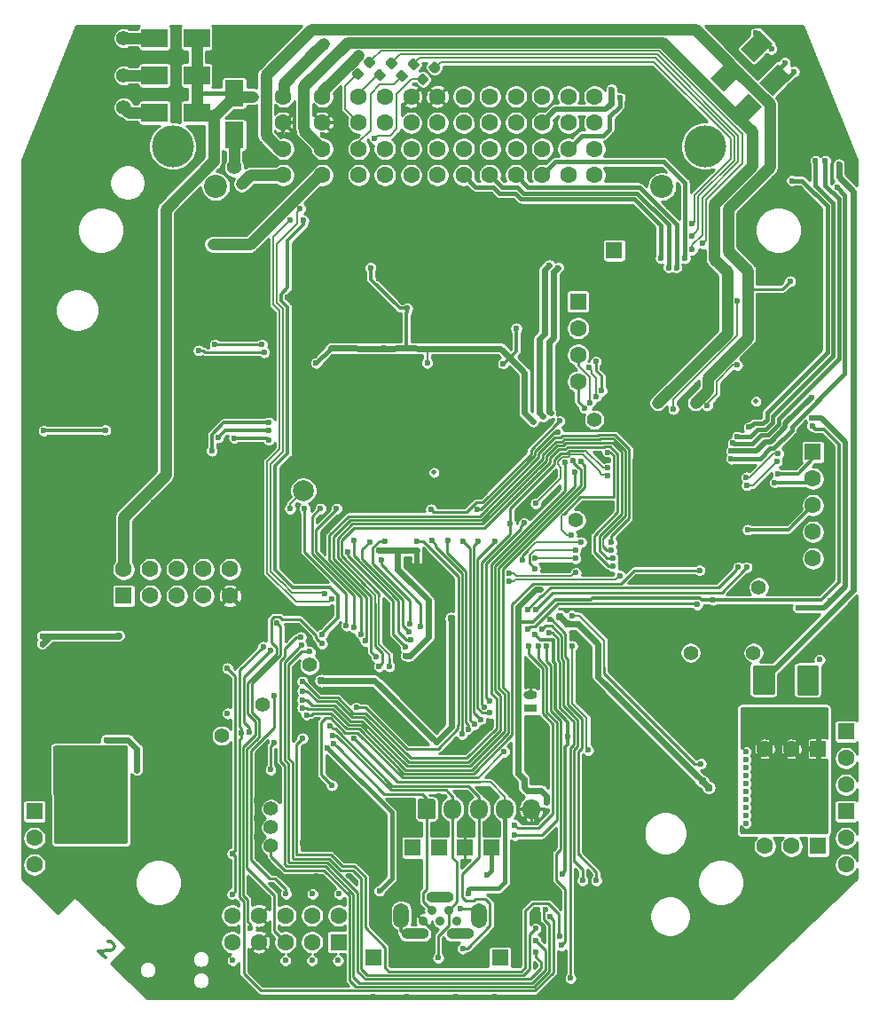
<source format=gbr>
%TF.GenerationSoftware,KiCad,Pcbnew,5.1.5+dfsg1-2build2*%
%TF.CreationDate,2021-11-11T21:07:24+01:00*%
%TF.ProjectId,micro_rusEFI,6d696372-6f5f-4727-9573-4546492e6b69,R0.5.4*%
%TF.SameCoordinates,Original*%
%TF.FileFunction,Copper,L2,Bot*%
%TF.FilePolarity,Positive*%
%FSLAX46Y46*%
G04 Gerber Fmt 4.6, Leading zero omitted, Abs format (unit mm)*
G04 Created by KiCad (PCBNEW 5.1.5+dfsg1-2build2) date 2021-11-11 21:07:24*
%MOMM*%
%LPD*%
G04 APERTURE LIST*
%ADD10C,0.300000*%
%ADD11C,0.100000*%
%ADD12O,1.700000X1.950000*%
%ADD13O,2.616200X1.016000*%
%ADD14C,0.889000*%
%ADD15O,1.500000X2.380000*%
%ADD16C,1.400000*%
%ADD17R,8.500001X8.500001*%
%ADD18C,1.000000*%
%ADD19R,2.500000X1.800000*%
%ADD20R,1.800000X2.500000*%
%ADD21C,2.000000*%
%ADD22C,0.500000*%
%ADD23R,1.600000X1.600000*%
%ADD24C,1.600000*%
%ADD25C,4.000000*%
%ADD26C,2.200000*%
%ADD27R,1.300000X0.800000*%
%ADD28O,1.300000X0.800000*%
%ADD29R,1.524000X1.524000*%
%ADD30C,0.600000*%
%ADD31C,0.789940*%
%ADD32C,0.550000*%
%ADD33C,0.304800*%
%ADD34C,0.203200*%
%ADD35C,0.215900*%
%ADD36C,0.600000*%
%ADD37C,0.406400*%
%ADD38C,1.066800*%
%ADD39C,0.254000*%
%ADD40C,0.228600*%
G04 APERTURE END LIST*
D10*
X29290092Y-110174356D02*
X29391091Y-110172593D01*
X29543473Y-110220448D01*
X29800380Y-110468541D01*
X29853524Y-110619159D01*
X29855287Y-110720159D01*
X29807432Y-110872540D01*
X29708195Y-110975303D01*
X29507958Y-111079829D01*
X28295960Y-111100984D01*
X28963918Y-111746024D01*
D11*
G36*
X58950000Y-73900000D02*
G01*
X58950000Y-72900000D01*
X58450000Y-72900000D01*
X58450000Y-73900000D01*
X58950000Y-73900000D01*
G37*
D12*
X69629040Y-97551240D03*
X67129040Y-97551240D03*
X64629040Y-97551240D03*
X62129040Y-97551240D03*
%TA.AperFunction,ComponentPad*%
D11*
G36*
X60253634Y-96577443D02*
G01*
X60277893Y-96581042D01*
X60301682Y-96587001D01*
X60324773Y-96595263D01*
X60346942Y-96605748D01*
X60367977Y-96618356D01*
X60387675Y-96632965D01*
X60405846Y-96649434D01*
X60422315Y-96667605D01*
X60436924Y-96687303D01*
X60449532Y-96708338D01*
X60460017Y-96730507D01*
X60468279Y-96753598D01*
X60474238Y-96777387D01*
X60477837Y-96801646D01*
X60479040Y-96826140D01*
X60479040Y-98276340D01*
X60477837Y-98300834D01*
X60474238Y-98325093D01*
X60468279Y-98348882D01*
X60460017Y-98371973D01*
X60449532Y-98394142D01*
X60436924Y-98415177D01*
X60422315Y-98434875D01*
X60405846Y-98453046D01*
X60387675Y-98469515D01*
X60367977Y-98484124D01*
X60346942Y-98496732D01*
X60324773Y-98507217D01*
X60301682Y-98515479D01*
X60277893Y-98521438D01*
X60253634Y-98525037D01*
X60229140Y-98526240D01*
X59028940Y-98526240D01*
X59004446Y-98525037D01*
X58980187Y-98521438D01*
X58956398Y-98515479D01*
X58933307Y-98507217D01*
X58911138Y-98496732D01*
X58890103Y-98484124D01*
X58870405Y-98469515D01*
X58852234Y-98453046D01*
X58835765Y-98434875D01*
X58821156Y-98415177D01*
X58808548Y-98394142D01*
X58798063Y-98371973D01*
X58789801Y-98348882D01*
X58783842Y-98325093D01*
X58780243Y-98300834D01*
X58779040Y-98276340D01*
X58779040Y-96826140D01*
X58780243Y-96801646D01*
X58783842Y-96777387D01*
X58789801Y-96753598D01*
X58798063Y-96730507D01*
X58808548Y-96708338D01*
X58821156Y-96687303D01*
X58835765Y-96667605D01*
X58852234Y-96649434D01*
X58870405Y-96632965D01*
X58890103Y-96618356D01*
X58911138Y-96605748D01*
X58933307Y-96595263D01*
X58956398Y-96587001D01*
X58980187Y-96581042D01*
X59004446Y-96577443D01*
X59028940Y-96576240D01*
X60229140Y-96576240D01*
X60253634Y-96577443D01*
G37*
%TD.AperFunction*%
D13*
X58534600Y-109471400D03*
X62834600Y-109471400D03*
X60934600Y-105971400D03*
D14*
X59334600Y-108221400D03*
X60134600Y-107221400D03*
X60934600Y-108221400D03*
X61734600Y-107221400D03*
X62534600Y-108221400D03*
D15*
X57234600Y-107721400D03*
X64634600Y-107721400D03*
D16*
X91350000Y-76400000D03*
X75650000Y-60400000D03*
%TA.AperFunction,SMDPad,CuDef*%
D11*
G36*
X60394924Y-26246427D02*
G01*
X60416159Y-26249577D01*
X60436983Y-26254793D01*
X60457195Y-26262025D01*
X60476601Y-26271204D01*
X60495014Y-26282240D01*
X60512257Y-26295028D01*
X60528163Y-26309444D01*
X60890556Y-26671837D01*
X60904972Y-26687743D01*
X60917760Y-26704986D01*
X60928796Y-26723399D01*
X60937975Y-26742805D01*
X60945207Y-26763017D01*
X60950423Y-26783841D01*
X60953573Y-26805076D01*
X60954626Y-26826517D01*
X60953573Y-26847958D01*
X60950423Y-26869193D01*
X60945207Y-26890017D01*
X60937975Y-26910229D01*
X60928796Y-26929635D01*
X60917760Y-26948048D01*
X60904972Y-26965291D01*
X60890556Y-26981197D01*
X60581197Y-27290556D01*
X60565291Y-27304972D01*
X60548048Y-27317760D01*
X60529635Y-27328796D01*
X60510229Y-27337975D01*
X60490017Y-27345207D01*
X60469193Y-27350423D01*
X60447958Y-27353573D01*
X60426517Y-27354626D01*
X60405076Y-27353573D01*
X60383841Y-27350423D01*
X60363017Y-27345207D01*
X60342805Y-27337975D01*
X60323399Y-27328796D01*
X60304986Y-27317760D01*
X60287743Y-27304972D01*
X60271837Y-27290556D01*
X59909444Y-26928163D01*
X59895028Y-26912257D01*
X59882240Y-26895014D01*
X59871204Y-26876601D01*
X59862025Y-26857195D01*
X59854793Y-26836983D01*
X59849577Y-26816159D01*
X59846427Y-26794924D01*
X59845374Y-26773483D01*
X59846427Y-26752042D01*
X59849577Y-26730807D01*
X59854793Y-26709983D01*
X59862025Y-26689771D01*
X59871204Y-26670365D01*
X59882240Y-26651952D01*
X59895028Y-26634709D01*
X59909444Y-26618803D01*
X60218803Y-26309444D01*
X60234709Y-26295028D01*
X60251952Y-26282240D01*
X60270365Y-26271204D01*
X60289771Y-26262025D01*
X60309983Y-26254793D01*
X60330807Y-26249577D01*
X60352042Y-26246427D01*
X60373483Y-26245374D01*
X60394924Y-26246427D01*
G37*
%TD.AperFunction*%
%TA.AperFunction,SMDPad,CuDef*%
G36*
X59281230Y-27360121D02*
G01*
X59302465Y-27363271D01*
X59323289Y-27368487D01*
X59343501Y-27375719D01*
X59362907Y-27384898D01*
X59381320Y-27395934D01*
X59398563Y-27408722D01*
X59414469Y-27423138D01*
X59776862Y-27785531D01*
X59791278Y-27801437D01*
X59804066Y-27818680D01*
X59815102Y-27837093D01*
X59824281Y-27856499D01*
X59831513Y-27876711D01*
X59836729Y-27897535D01*
X59839879Y-27918770D01*
X59840932Y-27940211D01*
X59839879Y-27961652D01*
X59836729Y-27982887D01*
X59831513Y-28003711D01*
X59824281Y-28023923D01*
X59815102Y-28043329D01*
X59804066Y-28061742D01*
X59791278Y-28078985D01*
X59776862Y-28094891D01*
X59467503Y-28404250D01*
X59451597Y-28418666D01*
X59434354Y-28431454D01*
X59415941Y-28442490D01*
X59396535Y-28451669D01*
X59376323Y-28458901D01*
X59355499Y-28464117D01*
X59334264Y-28467267D01*
X59312823Y-28468320D01*
X59291382Y-28467267D01*
X59270147Y-28464117D01*
X59249323Y-28458901D01*
X59229111Y-28451669D01*
X59209705Y-28442490D01*
X59191292Y-28431454D01*
X59174049Y-28418666D01*
X59158143Y-28404250D01*
X58795750Y-28041857D01*
X58781334Y-28025951D01*
X58768546Y-28008708D01*
X58757510Y-27990295D01*
X58748331Y-27970889D01*
X58741099Y-27950677D01*
X58735883Y-27929853D01*
X58732733Y-27908618D01*
X58731680Y-27887177D01*
X58732733Y-27865736D01*
X58735883Y-27844501D01*
X58741099Y-27823677D01*
X58748331Y-27803465D01*
X58757510Y-27784059D01*
X58768546Y-27765646D01*
X58781334Y-27748403D01*
X58795750Y-27732497D01*
X59105109Y-27423138D01*
X59121015Y-27408722D01*
X59138258Y-27395934D01*
X59156671Y-27384898D01*
X59176077Y-27375719D01*
X59196289Y-27368487D01*
X59217113Y-27363271D01*
X59238348Y-27360121D01*
X59259789Y-27359068D01*
X59281230Y-27360121D01*
G37*
%TD.AperFunction*%
%TA.AperFunction,SMDPad,CuDef*%
G36*
X58394924Y-25946427D02*
G01*
X58416159Y-25949577D01*
X58436983Y-25954793D01*
X58457195Y-25962025D01*
X58476601Y-25971204D01*
X58495014Y-25982240D01*
X58512257Y-25995028D01*
X58528163Y-26009444D01*
X58890556Y-26371837D01*
X58904972Y-26387743D01*
X58917760Y-26404986D01*
X58928796Y-26423399D01*
X58937975Y-26442805D01*
X58945207Y-26463017D01*
X58950423Y-26483841D01*
X58953573Y-26505076D01*
X58954626Y-26526517D01*
X58953573Y-26547958D01*
X58950423Y-26569193D01*
X58945207Y-26590017D01*
X58937975Y-26610229D01*
X58928796Y-26629635D01*
X58917760Y-26648048D01*
X58904972Y-26665291D01*
X58890556Y-26681197D01*
X58581197Y-26990556D01*
X58565291Y-27004972D01*
X58548048Y-27017760D01*
X58529635Y-27028796D01*
X58510229Y-27037975D01*
X58490017Y-27045207D01*
X58469193Y-27050423D01*
X58447958Y-27053573D01*
X58426517Y-27054626D01*
X58405076Y-27053573D01*
X58383841Y-27050423D01*
X58363017Y-27045207D01*
X58342805Y-27037975D01*
X58323399Y-27028796D01*
X58304986Y-27017760D01*
X58287743Y-27004972D01*
X58271837Y-26990556D01*
X57909444Y-26628163D01*
X57895028Y-26612257D01*
X57882240Y-26595014D01*
X57871204Y-26576601D01*
X57862025Y-26557195D01*
X57854793Y-26536983D01*
X57849577Y-26516159D01*
X57846427Y-26494924D01*
X57845374Y-26473483D01*
X57846427Y-26452042D01*
X57849577Y-26430807D01*
X57854793Y-26409983D01*
X57862025Y-26389771D01*
X57871204Y-26370365D01*
X57882240Y-26351952D01*
X57895028Y-26334709D01*
X57909444Y-26318803D01*
X58218803Y-26009444D01*
X58234709Y-25995028D01*
X58251952Y-25982240D01*
X58270365Y-25971204D01*
X58289771Y-25962025D01*
X58309983Y-25954793D01*
X58330807Y-25949577D01*
X58352042Y-25946427D01*
X58373483Y-25945374D01*
X58394924Y-25946427D01*
G37*
%TD.AperFunction*%
%TA.AperFunction,SMDPad,CuDef*%
G36*
X57281230Y-27060121D02*
G01*
X57302465Y-27063271D01*
X57323289Y-27068487D01*
X57343501Y-27075719D01*
X57362907Y-27084898D01*
X57381320Y-27095934D01*
X57398563Y-27108722D01*
X57414469Y-27123138D01*
X57776862Y-27485531D01*
X57791278Y-27501437D01*
X57804066Y-27518680D01*
X57815102Y-27537093D01*
X57824281Y-27556499D01*
X57831513Y-27576711D01*
X57836729Y-27597535D01*
X57839879Y-27618770D01*
X57840932Y-27640211D01*
X57839879Y-27661652D01*
X57836729Y-27682887D01*
X57831513Y-27703711D01*
X57824281Y-27723923D01*
X57815102Y-27743329D01*
X57804066Y-27761742D01*
X57791278Y-27778985D01*
X57776862Y-27794891D01*
X57467503Y-28104250D01*
X57451597Y-28118666D01*
X57434354Y-28131454D01*
X57415941Y-28142490D01*
X57396535Y-28151669D01*
X57376323Y-28158901D01*
X57355499Y-28164117D01*
X57334264Y-28167267D01*
X57312823Y-28168320D01*
X57291382Y-28167267D01*
X57270147Y-28164117D01*
X57249323Y-28158901D01*
X57229111Y-28151669D01*
X57209705Y-28142490D01*
X57191292Y-28131454D01*
X57174049Y-28118666D01*
X57158143Y-28104250D01*
X56795750Y-27741857D01*
X56781334Y-27725951D01*
X56768546Y-27708708D01*
X56757510Y-27690295D01*
X56748331Y-27670889D01*
X56741099Y-27650677D01*
X56735883Y-27629853D01*
X56732733Y-27608618D01*
X56731680Y-27587177D01*
X56732733Y-27565736D01*
X56735883Y-27544501D01*
X56741099Y-27523677D01*
X56748331Y-27503465D01*
X56757510Y-27484059D01*
X56768546Y-27465646D01*
X56781334Y-27448403D01*
X56795750Y-27432497D01*
X57105109Y-27123138D01*
X57121015Y-27108722D01*
X57138258Y-27095934D01*
X57156671Y-27084898D01*
X57176077Y-27075719D01*
X57196289Y-27068487D01*
X57217113Y-27063271D01*
X57238348Y-27060121D01*
X57259789Y-27059068D01*
X57281230Y-27060121D01*
G37*
%TD.AperFunction*%
%TA.AperFunction,SMDPad,CuDef*%
G36*
X54194924Y-25746427D02*
G01*
X54216159Y-25749577D01*
X54236983Y-25754793D01*
X54257195Y-25762025D01*
X54276601Y-25771204D01*
X54295014Y-25782240D01*
X54312257Y-25795028D01*
X54328163Y-25809444D01*
X54690556Y-26171837D01*
X54704972Y-26187743D01*
X54717760Y-26204986D01*
X54728796Y-26223399D01*
X54737975Y-26242805D01*
X54745207Y-26263017D01*
X54750423Y-26283841D01*
X54753573Y-26305076D01*
X54754626Y-26326517D01*
X54753573Y-26347958D01*
X54750423Y-26369193D01*
X54745207Y-26390017D01*
X54737975Y-26410229D01*
X54728796Y-26429635D01*
X54717760Y-26448048D01*
X54704972Y-26465291D01*
X54690556Y-26481197D01*
X54381197Y-26790556D01*
X54365291Y-26804972D01*
X54348048Y-26817760D01*
X54329635Y-26828796D01*
X54310229Y-26837975D01*
X54290017Y-26845207D01*
X54269193Y-26850423D01*
X54247958Y-26853573D01*
X54226517Y-26854626D01*
X54205076Y-26853573D01*
X54183841Y-26850423D01*
X54163017Y-26845207D01*
X54142805Y-26837975D01*
X54123399Y-26828796D01*
X54104986Y-26817760D01*
X54087743Y-26804972D01*
X54071837Y-26790556D01*
X53709444Y-26428163D01*
X53695028Y-26412257D01*
X53682240Y-26395014D01*
X53671204Y-26376601D01*
X53662025Y-26357195D01*
X53654793Y-26336983D01*
X53649577Y-26316159D01*
X53646427Y-26294924D01*
X53645374Y-26273483D01*
X53646427Y-26252042D01*
X53649577Y-26230807D01*
X53654793Y-26209983D01*
X53662025Y-26189771D01*
X53671204Y-26170365D01*
X53682240Y-26151952D01*
X53695028Y-26134709D01*
X53709444Y-26118803D01*
X54018803Y-25809444D01*
X54034709Y-25795028D01*
X54051952Y-25782240D01*
X54070365Y-25771204D01*
X54089771Y-25762025D01*
X54109983Y-25754793D01*
X54130807Y-25749577D01*
X54152042Y-25746427D01*
X54173483Y-25745374D01*
X54194924Y-25746427D01*
G37*
%TD.AperFunction*%
%TA.AperFunction,SMDPad,CuDef*%
G36*
X53081230Y-26860121D02*
G01*
X53102465Y-26863271D01*
X53123289Y-26868487D01*
X53143501Y-26875719D01*
X53162907Y-26884898D01*
X53181320Y-26895934D01*
X53198563Y-26908722D01*
X53214469Y-26923138D01*
X53576862Y-27285531D01*
X53591278Y-27301437D01*
X53604066Y-27318680D01*
X53615102Y-27337093D01*
X53624281Y-27356499D01*
X53631513Y-27376711D01*
X53636729Y-27397535D01*
X53639879Y-27418770D01*
X53640932Y-27440211D01*
X53639879Y-27461652D01*
X53636729Y-27482887D01*
X53631513Y-27503711D01*
X53624281Y-27523923D01*
X53615102Y-27543329D01*
X53604066Y-27561742D01*
X53591278Y-27578985D01*
X53576862Y-27594891D01*
X53267503Y-27904250D01*
X53251597Y-27918666D01*
X53234354Y-27931454D01*
X53215941Y-27942490D01*
X53196535Y-27951669D01*
X53176323Y-27958901D01*
X53155499Y-27964117D01*
X53134264Y-27967267D01*
X53112823Y-27968320D01*
X53091382Y-27967267D01*
X53070147Y-27964117D01*
X53049323Y-27958901D01*
X53029111Y-27951669D01*
X53009705Y-27942490D01*
X52991292Y-27931454D01*
X52974049Y-27918666D01*
X52958143Y-27904250D01*
X52595750Y-27541857D01*
X52581334Y-27525951D01*
X52568546Y-27508708D01*
X52557510Y-27490295D01*
X52548331Y-27470889D01*
X52541099Y-27450677D01*
X52535883Y-27429853D01*
X52532733Y-27408618D01*
X52531680Y-27387177D01*
X52532733Y-27365736D01*
X52535883Y-27344501D01*
X52541099Y-27323677D01*
X52548331Y-27303465D01*
X52557510Y-27284059D01*
X52568546Y-27265646D01*
X52581334Y-27248403D01*
X52595750Y-27232497D01*
X52905109Y-26923138D01*
X52921015Y-26908722D01*
X52938258Y-26895934D01*
X52956671Y-26884898D01*
X52976077Y-26875719D01*
X52996289Y-26868487D01*
X53017113Y-26863271D01*
X53038348Y-26860121D01*
X53059789Y-26859068D01*
X53081230Y-26860121D01*
G37*
%TD.AperFunction*%
%TA.AperFunction,SMDPad,CuDef*%
G36*
X56294924Y-25846427D02*
G01*
X56316159Y-25849577D01*
X56336983Y-25854793D01*
X56357195Y-25862025D01*
X56376601Y-25871204D01*
X56395014Y-25882240D01*
X56412257Y-25895028D01*
X56428163Y-25909444D01*
X56790556Y-26271837D01*
X56804972Y-26287743D01*
X56817760Y-26304986D01*
X56828796Y-26323399D01*
X56837975Y-26342805D01*
X56845207Y-26363017D01*
X56850423Y-26383841D01*
X56853573Y-26405076D01*
X56854626Y-26426517D01*
X56853573Y-26447958D01*
X56850423Y-26469193D01*
X56845207Y-26490017D01*
X56837975Y-26510229D01*
X56828796Y-26529635D01*
X56817760Y-26548048D01*
X56804972Y-26565291D01*
X56790556Y-26581197D01*
X56481197Y-26890556D01*
X56465291Y-26904972D01*
X56448048Y-26917760D01*
X56429635Y-26928796D01*
X56410229Y-26937975D01*
X56390017Y-26945207D01*
X56369193Y-26950423D01*
X56347958Y-26953573D01*
X56326517Y-26954626D01*
X56305076Y-26953573D01*
X56283841Y-26950423D01*
X56263017Y-26945207D01*
X56242805Y-26937975D01*
X56223399Y-26928796D01*
X56204986Y-26917760D01*
X56187743Y-26904972D01*
X56171837Y-26890556D01*
X55809444Y-26528163D01*
X55795028Y-26512257D01*
X55782240Y-26495014D01*
X55771204Y-26476601D01*
X55762025Y-26457195D01*
X55754793Y-26436983D01*
X55749577Y-26416159D01*
X55746427Y-26394924D01*
X55745374Y-26373483D01*
X55746427Y-26352042D01*
X55749577Y-26330807D01*
X55754793Y-26309983D01*
X55762025Y-26289771D01*
X55771204Y-26270365D01*
X55782240Y-26251952D01*
X55795028Y-26234709D01*
X55809444Y-26218803D01*
X56118803Y-25909444D01*
X56134709Y-25895028D01*
X56151952Y-25882240D01*
X56170365Y-25871204D01*
X56189771Y-25862025D01*
X56209983Y-25854793D01*
X56230807Y-25849577D01*
X56252042Y-25846427D01*
X56273483Y-25845374D01*
X56294924Y-25846427D01*
G37*
%TD.AperFunction*%
%TA.AperFunction,SMDPad,CuDef*%
G36*
X55181230Y-26960121D02*
G01*
X55202465Y-26963271D01*
X55223289Y-26968487D01*
X55243501Y-26975719D01*
X55262907Y-26984898D01*
X55281320Y-26995934D01*
X55298563Y-27008722D01*
X55314469Y-27023138D01*
X55676862Y-27385531D01*
X55691278Y-27401437D01*
X55704066Y-27418680D01*
X55715102Y-27437093D01*
X55724281Y-27456499D01*
X55731513Y-27476711D01*
X55736729Y-27497535D01*
X55739879Y-27518770D01*
X55740932Y-27540211D01*
X55739879Y-27561652D01*
X55736729Y-27582887D01*
X55731513Y-27603711D01*
X55724281Y-27623923D01*
X55715102Y-27643329D01*
X55704066Y-27661742D01*
X55691278Y-27678985D01*
X55676862Y-27694891D01*
X55367503Y-28004250D01*
X55351597Y-28018666D01*
X55334354Y-28031454D01*
X55315941Y-28042490D01*
X55296535Y-28051669D01*
X55276323Y-28058901D01*
X55255499Y-28064117D01*
X55234264Y-28067267D01*
X55212823Y-28068320D01*
X55191382Y-28067267D01*
X55170147Y-28064117D01*
X55149323Y-28058901D01*
X55129111Y-28051669D01*
X55109705Y-28042490D01*
X55091292Y-28031454D01*
X55074049Y-28018666D01*
X55058143Y-28004250D01*
X54695750Y-27641857D01*
X54681334Y-27625951D01*
X54668546Y-27608708D01*
X54657510Y-27590295D01*
X54648331Y-27570889D01*
X54641099Y-27550677D01*
X54635883Y-27529853D01*
X54632733Y-27508618D01*
X54631680Y-27487177D01*
X54632733Y-27465736D01*
X54635883Y-27444501D01*
X54641099Y-27423677D01*
X54648331Y-27403465D01*
X54657510Y-27384059D01*
X54668546Y-27365646D01*
X54681334Y-27348403D01*
X54695750Y-27332497D01*
X55005109Y-27023138D01*
X55021015Y-27008722D01*
X55038258Y-26995934D01*
X55056671Y-26984898D01*
X55076077Y-26975719D01*
X55096289Y-26968487D01*
X55117113Y-26963271D01*
X55138348Y-26960121D01*
X55159789Y-26959068D01*
X55181230Y-26960121D01*
G37*
%TD.AperFunction*%
D17*
X83500000Y-68403000D03*
D18*
X80198000Y-65101000D03*
X86802000Y-65101000D03*
X86802000Y-71705000D03*
X80198000Y-71705000D03*
X86800000Y-67303000D03*
X80198000Y-69673000D03*
X80198000Y-67387000D03*
X82300000Y-65103000D03*
X83400000Y-66303000D03*
X84500000Y-65103000D03*
X83500000Y-70653000D03*
X84700000Y-71753000D03*
X82300000Y-71705000D03*
X81468000Y-66371000D03*
X85700000Y-66203000D03*
X86700000Y-69803000D03*
X81300000Y-68403000D03*
X85700000Y-68403000D03*
X85700000Y-70653000D03*
X81468000Y-70435000D03*
X82514480Y-67392080D03*
X84625220Y-67328580D03*
X83670180Y-68380140D03*
X82603380Y-69370740D03*
X84790320Y-69510440D03*
D16*
X30734000Y-27559000D03*
X30734000Y-24003000D03*
D19*
X33687000Y-24003000D03*
X37687000Y-24003000D03*
X33687000Y-27559000D03*
X37687000Y-27559000D03*
D16*
X30734000Y-30607000D03*
X41275000Y-36322000D03*
D20*
X41275000Y-33242000D03*
X41275000Y-29242000D03*
D19*
X33687000Y-31115000D03*
X37687000Y-31115000D03*
D21*
X47879000Y-67183000D03*
%TA.AperFunction,SMDPad,CuDef*%
D11*
G36*
X90347487Y-29279720D02*
G01*
X91620280Y-30552513D01*
X89852513Y-32320280D01*
X88579720Y-31047487D01*
X90347487Y-29279720D01*
G37*
%TD.AperFunction*%
%TA.AperFunction,SMDPad,CuDef*%
G36*
X93175915Y-26451292D02*
G01*
X94448708Y-27724085D01*
X92680941Y-29491852D01*
X91408148Y-28219059D01*
X93175915Y-26451292D01*
G37*
%TD.AperFunction*%
%TA.AperFunction,SMDPad,CuDef*%
G36*
X88546073Y-26055934D02*
G01*
X89818866Y-27328727D01*
X88051099Y-29096494D01*
X86778306Y-27823701D01*
X88546073Y-26055934D01*
G37*
%TD.AperFunction*%
%TA.AperFunction,SMDPad,CuDef*%
G36*
X91374501Y-23227506D02*
G01*
X92647294Y-24500299D01*
X90879527Y-26268066D01*
X89606734Y-24995273D01*
X91374501Y-23227506D01*
G37*
%TD.AperFunction*%
D22*
X58700000Y-73900000D03*
X58700000Y-72900000D03*
X91084400Y-58648600D03*
X60350000Y-65450000D03*
D23*
X58311000Y-101240000D03*
X60811000Y-101240000D03*
D16*
X73900400Y-69999260D03*
X48475000Y-83819400D03*
X44792000Y-101091400D03*
X44792000Y-99313400D03*
X44792000Y-97535400D03*
X40093000Y-90550400D03*
X44030000Y-87629400D03*
D24*
X48698520Y-107718260D03*
X46158520Y-107718260D03*
X41078520Y-107718260D03*
X41078520Y-110258260D03*
X46158520Y-110258260D03*
X43618520Y-110258260D03*
X48698520Y-110258260D03*
X43618520Y-107718260D03*
X51238520Y-107718260D03*
D23*
X51238520Y-110258260D03*
D24*
X75674200Y-29567600D03*
X75674200Y-32067600D03*
X75674200Y-34567600D03*
X75674200Y-37067600D03*
X73174200Y-29567600D03*
X73174200Y-32067600D03*
X73174200Y-34567600D03*
X73174200Y-37067600D03*
X70674200Y-29567600D03*
X70674200Y-32067600D03*
X70674200Y-34567600D03*
X70674200Y-37067600D03*
X68174200Y-29567600D03*
X68174200Y-32067600D03*
X68174200Y-34567600D03*
X68174200Y-37067600D03*
X65674200Y-29567600D03*
X65674200Y-32067600D03*
X65674200Y-34567600D03*
X65674200Y-37067600D03*
X63174200Y-29567600D03*
X63174200Y-32067600D03*
X63174200Y-34567600D03*
X63174200Y-37067600D03*
X60674200Y-29567600D03*
X60674200Y-32067600D03*
X60674200Y-34567600D03*
X60674200Y-37067600D03*
X58174200Y-29567600D03*
X58174200Y-32067600D03*
X58174200Y-34567600D03*
X58174200Y-37067600D03*
X55674200Y-29567600D03*
X55674200Y-32067600D03*
X55674200Y-34567600D03*
X55674200Y-37067600D03*
X53174200Y-29567600D03*
X53174200Y-32067600D03*
X53174200Y-34567600D03*
X53174200Y-37067600D03*
X49674200Y-29567600D03*
X49674200Y-32067600D03*
X49674200Y-34567600D03*
X49674200Y-37067600D03*
X45974200Y-29567600D03*
X45974200Y-32067600D03*
X45974200Y-34567600D03*
X45974200Y-37067600D03*
D25*
X35424200Y-34317600D03*
X86224200Y-34317600D03*
D26*
X39524200Y-38167600D03*
X82124200Y-38167600D03*
D23*
X22211400Y-97789400D03*
D24*
X22211400Y-100329400D03*
X22211400Y-102869400D03*
D23*
X54596400Y-111759400D03*
X66661400Y-111759400D03*
X99681400Y-97789400D03*
D24*
X99681400Y-100329400D03*
X99681400Y-102869400D03*
D23*
X99681400Y-90169400D03*
D24*
X99681400Y-92709400D03*
X99681400Y-95249400D03*
D23*
X97014400Y-101091400D03*
D24*
X94474400Y-101091400D03*
X91934400Y-101091400D03*
D23*
X97014400Y-91820400D03*
D24*
X94474400Y-91820400D03*
X91934400Y-91820400D03*
D23*
X96525450Y-63499400D03*
D24*
X96525450Y-66039400D03*
X96525450Y-68579400D03*
X96525450Y-71119400D03*
X96525450Y-73659400D03*
D23*
X30733100Y-77215400D03*
D24*
X33273100Y-77215400D03*
X35813100Y-77215400D03*
X38353100Y-77215400D03*
X40893100Y-77215400D03*
X30733100Y-74675400D03*
X33273100Y-74675400D03*
X35813100Y-74675400D03*
X38353100Y-74675400D03*
X40893100Y-74675400D03*
D27*
X69557000Y-87934200D03*
D28*
X69557000Y-86689600D03*
D23*
X77558000Y-44246200D03*
D24*
X74103600Y-54225809D03*
X74103600Y-51685809D03*
X74103600Y-56765809D03*
D23*
X74103600Y-49145809D03*
D29*
X63311000Y-101240000D03*
X65811000Y-101240000D03*
D16*
X84851000Y-82651000D03*
X90851000Y-82651000D03*
D30*
X97155000Y-83312000D03*
X66040000Y-40132000D03*
X67564000Y-43434000D03*
X69088000Y-43434000D03*
X48412400Y-75742800D03*
X89255600Y-24231600D03*
X80924400Y-104368600D03*
X49900000Y-113700000D03*
X63350000Y-99950000D03*
X71907400Y-65476120D03*
X68453000Y-104368600D03*
X74549000Y-110083600D03*
X82042000Y-97358200D03*
X76454000Y-96088200D03*
X76479400Y-94919800D03*
X76479400Y-93599000D03*
X86106000Y-98679000D03*
X86487000Y-99314000D03*
X85725000Y-98044000D03*
X86512400Y-98044000D03*
X86537800Y-96774000D03*
X76800000Y-49100000D03*
X76700000Y-42000000D03*
X79600000Y-42000000D03*
X92825000Y-37400000D03*
X90400000Y-60300000D03*
X72400000Y-57700000D03*
X72400000Y-56700000D03*
X32816800Y-84175600D03*
X40868600Y-79603600D03*
X43685000Y-105664000D03*
X95427800Y-102438200D03*
X92633800Y-102438200D03*
X93903800Y-102438200D03*
X52700000Y-63000000D03*
X33000000Y-95600000D03*
X48831500Y-79883000D03*
X51800000Y-34400000D03*
X52900000Y-86500000D03*
X61207634Y-78527642D03*
X43621500Y-112014000D03*
X84023200Y-32512000D03*
X85267800Y-31877000D03*
X83566000Y-33782000D03*
X36449000Y-45212000D03*
X63100000Y-63000000D03*
X37719000Y-45212000D03*
X38989000Y-45212000D03*
X36449000Y-46482000D03*
X37719000Y-46482000D03*
X38989000Y-46482000D03*
X36449000Y-47752000D03*
X37719000Y-47752000D03*
X38989000Y-47752000D03*
X36449000Y-49022000D03*
X37719000Y-49022000D03*
X38989000Y-49022000D03*
X36449000Y-50292000D03*
X37719000Y-50292000D03*
X38989000Y-50292000D03*
X36449000Y-51562000D03*
X37719000Y-51562000D03*
X38989000Y-51562000D03*
X51500000Y-37200000D03*
X64900000Y-63000000D03*
X42164000Y-45262800D03*
X54400000Y-63000000D03*
X32278320Y-39956740D03*
X32786320Y-43139360D03*
X32842200Y-41142920D03*
X30789880Y-45910500D03*
X29500000Y-46450000D03*
X28100000Y-46500000D03*
X26062940Y-52478940D03*
X50165000Y-56591200D03*
X48422560Y-65379600D03*
X61010800Y-55727600D03*
X52895500Y-50038000D03*
X58039000Y-59944000D03*
X44250000Y-76750000D03*
X63207521Y-50050135D03*
X52451000Y-48768000D03*
X47815500Y-100838000D03*
X48641000Y-100838000D03*
X77500000Y-81100000D03*
X77500000Y-81965800D03*
X25247600Y-47701200D03*
X42926000Y-45262800D03*
X43637200Y-45262800D03*
X65455800Y-89585800D03*
X47879000Y-35814000D03*
X46300000Y-38700000D03*
X45300000Y-39700000D03*
X42862500Y-35623500D03*
X42862500Y-34353500D03*
X42862500Y-33020000D03*
X42862500Y-31813500D03*
X47750000Y-58300000D03*
X40700000Y-66200000D03*
X40640000Y-58801000D03*
X25527000Y-72644000D03*
X38354000Y-90678000D03*
X36449000Y-87884000D03*
X36195000Y-90678000D03*
X47800000Y-89300000D03*
X42799000Y-24384000D03*
X46863000Y-30861000D03*
X49022000Y-30861000D03*
X50419000Y-30861000D03*
X50419000Y-33274000D03*
X47371000Y-34036000D03*
X47625000Y-34798000D03*
X48387000Y-35179000D03*
X47117000Y-35560000D03*
X46228000Y-30861000D03*
X49657000Y-30861000D03*
X49784000Y-33274000D03*
X45720000Y-33274000D03*
X46355000Y-33274000D03*
X46990000Y-33147000D03*
X60505960Y-84750000D03*
X86106000Y-97409000D03*
X86918800Y-97409000D03*
X87630000Y-95377000D03*
X88392000Y-95377000D03*
X89154000Y-95377000D03*
X88773000Y-96012000D03*
X89154000Y-96647000D03*
X89154000Y-97409000D03*
X89154000Y-93091000D03*
X88392000Y-93091000D03*
X87630000Y-93091000D03*
X86868000Y-93091000D03*
X87249000Y-92456000D03*
X88011000Y-92456000D03*
X88773000Y-92456000D03*
X89154000Y-91821000D03*
X88392000Y-91821000D03*
X87630000Y-91821000D03*
X86868000Y-91821000D03*
X86487000Y-92456000D03*
X89154000Y-99949000D03*
X88392000Y-99949000D03*
X87630000Y-99949000D03*
X86868000Y-99949000D03*
X86106000Y-99949000D03*
X86487000Y-100584000D03*
X87249000Y-100584000D03*
X88011000Y-100584000D03*
X88773000Y-100584000D03*
X89154000Y-101219000D03*
X88392000Y-101219000D03*
X87630000Y-101219000D03*
X86868000Y-101219000D03*
X86106000Y-101219000D03*
X85725000Y-99314000D03*
X85344000Y-98679000D03*
X85344000Y-99949000D03*
X85725000Y-100584000D03*
X85344000Y-101219000D03*
X62244715Y-54976285D03*
X51150000Y-54950000D03*
X79900000Y-49100000D03*
X82500000Y-49100000D03*
X85500000Y-49100000D03*
X87300000Y-49100000D03*
X79600000Y-37000000D03*
X77600000Y-37000000D03*
X74691117Y-74421376D03*
X81300000Y-61798200D03*
X79900000Y-49800000D03*
X82500000Y-49800000D03*
X85500000Y-49800000D03*
X87300000Y-49800000D03*
X76800000Y-51600000D03*
X76800000Y-54200000D03*
X78232000Y-56134000D03*
X75100000Y-46000000D03*
X94300000Y-73100000D03*
X91600000Y-108800000D03*
X88900000Y-111300000D03*
X86300000Y-113700000D03*
X80900000Y-113700000D03*
X80924400Y-108966000D03*
X26898600Y-63600004D03*
X32334200Y-63600000D03*
X37769798Y-63600000D03*
X76479400Y-97358200D03*
X75057000Y-94919800D03*
X75057000Y-96088200D03*
X55000000Y-87200000D03*
X55900000Y-88100000D03*
X56600000Y-85500000D03*
X45529500Y-93789500D03*
X23900000Y-89100000D03*
X59800000Y-74700000D03*
X63296800Y-92100400D03*
X65850000Y-96350000D03*
X90200000Y-68100000D03*
X90200000Y-69600000D03*
X90200000Y-72400000D03*
X77300000Y-87884000D03*
X77300000Y-88900000D03*
X77300000Y-89916000D03*
X93100000Y-78900000D03*
X96200000Y-76800000D03*
X97500000Y-80900000D03*
X98200000Y-80300000D03*
X98800000Y-79600000D03*
X93100000Y-79700000D03*
X93100000Y-80500000D03*
X96200000Y-76000000D03*
X96900000Y-76000000D03*
X95500000Y-76000000D03*
X96900000Y-76800000D03*
X97600000Y-76000000D03*
X98100000Y-73100000D03*
X98100000Y-72200000D03*
X98100000Y-71300000D03*
X98100000Y-70400000D03*
X82800000Y-40100000D03*
X86500000Y-36900000D03*
X70688200Y-94919800D03*
X75057000Y-97400000D03*
X75057000Y-98552000D03*
X75057000Y-99700000D03*
X52324000Y-103950000D03*
X49900000Y-104775000D03*
X47371000Y-104775000D03*
X44900000Y-104775000D03*
X39800000Y-101800000D03*
X38900000Y-100800000D03*
X35700000Y-101500000D03*
X36600000Y-102500000D03*
X37700000Y-103600000D03*
X38700000Y-104775000D03*
X39878000Y-104775000D03*
X33600000Y-98700000D03*
X34700000Y-98700000D03*
X35900000Y-98700000D03*
X27500000Y-87800000D03*
X27500000Y-86300000D03*
X27500000Y-84800000D03*
X31200000Y-84100000D03*
X30400000Y-83400000D03*
X51500000Y-36400000D03*
X45800000Y-39200000D03*
X46800000Y-38200000D03*
X47300000Y-37700000D03*
X60700000Y-28100000D03*
X61650000Y-28100000D03*
X62550000Y-28100000D03*
X63450000Y-28100000D03*
X81600000Y-30450000D03*
X82500000Y-30450000D03*
X83400000Y-30450000D03*
X84300000Y-30450000D03*
X92550000Y-23300000D03*
X93300000Y-23950000D03*
X94050000Y-24600000D03*
X94800000Y-25200000D03*
X91643200Y-26670000D03*
X92252800Y-26162000D03*
X94250000Y-29250000D03*
X55000000Y-52200000D03*
X51250000Y-52700000D03*
X60850000Y-52450000D03*
X91350000Y-78250000D03*
X76900000Y-46000000D03*
X76800000Y-50300000D03*
X76800000Y-52900000D03*
X35950000Y-42500000D03*
X36800000Y-42500000D03*
X37700000Y-42500000D03*
X52900000Y-84350000D03*
X33600000Y-68300000D03*
X35900000Y-68300000D03*
X37800000Y-68300000D03*
X28000000Y-68800000D03*
X33300000Y-69800000D03*
X81000000Y-36800000D03*
X81700000Y-36600000D03*
X77600000Y-34500000D03*
X79600000Y-34500000D03*
X78100000Y-32400000D03*
X78100000Y-31700000D03*
X65400000Y-28100000D03*
X66100000Y-28100000D03*
X46355000Y-48768000D03*
X66675000Y-36068000D03*
X64389000Y-30226000D03*
X64706500Y-43434000D03*
X63119000Y-43434000D03*
X69418200Y-34036000D03*
X61976000Y-31242000D03*
X64389000Y-31750000D03*
X69913500Y-40132000D03*
X57048400Y-33324800D03*
X62001400Y-32639000D03*
X62290239Y-35801780D03*
X49911000Y-46609000D03*
X51435000Y-46609000D03*
X56959500Y-46609000D03*
X58483500Y-46609000D03*
X59301790Y-35557765D03*
X52654200Y-43053000D03*
X51841400Y-40919400D03*
X49225200Y-41122600D03*
X50825400Y-40132000D03*
X54889400Y-40309800D03*
X55829200Y-41249600D03*
X56388000Y-39522400D03*
X61595000Y-45275500D03*
X63627000Y-47625000D03*
X66040000Y-45275500D03*
X68148200Y-50571400D03*
X66954400Y-47701200D03*
X47777400Y-61874400D03*
X47752000Y-60274200D03*
X47752000Y-63271400D03*
X52476400Y-60350400D03*
X62230000Y-60223400D03*
X53441600Y-46926500D03*
X55118000Y-46926500D03*
X33756600Y-52247800D03*
X48361600Y-53416200D03*
X90170000Y-94361000D03*
X90170000Y-95123000D03*
X90170000Y-95885000D03*
X90170000Y-96647000D03*
X90170000Y-97409000D03*
X90170000Y-98171000D03*
X90170000Y-98933000D03*
X90170000Y-93599000D03*
X90170000Y-92837000D03*
X90170000Y-92075000D03*
X52705000Y-96350000D03*
X68376800Y-96350000D03*
X58572400Y-103950000D03*
X53340000Y-101981000D03*
X43484800Y-101981000D03*
X43434000Y-100203000D03*
X43434000Y-98425000D03*
X49149000Y-103950000D03*
X55245000Y-103950000D03*
X55118000Y-101981000D03*
X43434000Y-96723200D03*
X40640000Y-99695000D03*
X34798000Y-93091000D03*
X34290000Y-91059000D03*
X32004000Y-101346000D03*
X29464000Y-102489000D03*
X27051000Y-102997000D03*
X21717000Y-93980000D03*
X21463000Y-85725000D03*
X21590000Y-77343000D03*
X21463000Y-71501000D03*
X21590000Y-65532000D03*
X21590000Y-59817000D03*
X21717000Y-54610000D03*
X21717000Y-49530000D03*
X21590000Y-44069000D03*
X21717000Y-36957000D03*
X23241000Y-31877000D03*
X25273000Y-27559000D03*
X27051000Y-23622000D03*
X29337000Y-23368000D03*
X40259000Y-23368000D03*
X46482000Y-23114000D03*
X97663000Y-30480000D03*
X99949000Y-85344000D03*
X99949000Y-88138000D03*
X98679000Y-104902000D03*
X95631000Y-107442000D03*
X80899000Y-112471200D03*
X73787000Y-115443000D03*
X66167000Y-115443000D03*
X54610000Y-115443000D03*
X43561000Y-115443000D03*
X33401000Y-115189000D03*
X30480000Y-112268000D03*
X31877000Y-110363000D03*
X29972000Y-108585000D03*
X28575000Y-107188000D03*
X25273000Y-105537000D03*
X24003000Y-106426000D03*
X22987000Y-104902000D03*
X30607000Y-89662000D03*
X31115000Y-87503000D03*
X36830000Y-84836000D03*
X43307000Y-79502000D03*
X44958000Y-78105000D03*
X47244000Y-78740000D03*
X48260000Y-91567000D03*
X75057000Y-93573600D03*
X68453000Y-110083600D03*
X68453000Y-112471200D03*
X80924400Y-107111800D03*
X84582000Y-90678000D03*
X87376000Y-87249000D03*
X83566000Y-82677000D03*
X93345000Y-81915000D03*
X97790000Y-86995000D03*
X80137000Y-78740000D03*
X91186000Y-56896000D03*
X90805000Y-54229000D03*
X78740000Y-58039000D03*
X39624000Y-110871000D03*
X39497000Y-108077000D03*
X63754000Y-112014000D03*
X58470800Y-110794800D03*
X58470800Y-112420400D03*
X56261000Y-112420400D03*
X62484000Y-115443000D03*
X57785000Y-115443000D03*
X47371000Y-113700000D03*
X56261000Y-110794800D03*
X56261000Y-109220000D03*
X85500000Y-57075415D03*
X76454000Y-55499000D03*
X74691117Y-71406200D03*
X88570712Y-65278008D03*
X77292200Y-75132359D03*
X73279000Y-61341000D03*
X96342200Y-61976000D03*
X81559400Y-73837800D03*
X82600800Y-73837800D03*
X83997800Y-73837800D03*
X85598000Y-73888600D03*
X87376000Y-73964800D03*
X86918800Y-75057000D03*
X77114400Y-69088000D03*
X83489800Y-54584600D03*
X86614000Y-51485800D03*
X84175600Y-51409600D03*
X80975200Y-51435000D03*
X78384400Y-51384200D03*
X77698600Y-48260000D03*
X77165200Y-54965600D03*
X81300000Y-63600000D03*
X80300000Y-63600000D03*
X80300000Y-62680000D03*
X79300000Y-61798200D03*
X80300000Y-61798200D03*
X81300000Y-62680000D03*
X76860400Y-60020200D03*
X52933600Y-64643000D03*
X54152800Y-64541400D03*
X55448200Y-64643000D03*
X54381400Y-60960000D03*
X64947800Y-60807600D03*
X63957200Y-64185800D03*
X64947800Y-64185800D03*
X65786000Y-64160400D03*
X66268600Y-64947800D03*
X59969400Y-56769000D03*
X60528200Y-57531000D03*
X61671200Y-57531000D03*
X62128400Y-56616600D03*
X61214000Y-56692800D03*
X51866800Y-58242200D03*
X50673000Y-58648600D03*
X49631600Y-59639200D03*
X49682400Y-58394600D03*
X48793400Y-56692800D03*
X49682400Y-57480200D03*
X51308000Y-56692800D03*
X50901600Y-57556400D03*
X64871600Y-61925200D03*
X54305200Y-62026800D03*
X53898800Y-63830200D03*
X54737000Y-63906400D03*
X41097200Y-57556400D03*
X30200600Y-50622200D03*
X30556200Y-48412400D03*
X30556200Y-56311800D03*
X25857200Y-56311800D03*
X36779200Y-56210200D03*
X41122600Y-49276000D03*
X40081200Y-68859400D03*
X39522400Y-75996800D03*
X39497000Y-71399400D03*
X34594800Y-72390000D03*
X42875200Y-75031600D03*
X32639000Y-81203800D03*
X29286200Y-79857600D03*
X29413200Y-72694800D03*
X66661400Y-110109000D03*
X68453000Y-111200000D03*
X68453000Y-107111800D03*
X80900000Y-111200000D03*
X68935600Y-98552000D03*
X70180200Y-98552000D03*
X76174600Y-78740000D03*
X75400000Y-78740000D03*
X68453000Y-100863400D03*
X80924400Y-110083600D03*
X76911200Y-114884200D03*
X58572400Y-107289600D03*
X48514000Y-43611800D03*
X60261500Y-43434000D03*
X53467000Y-99949000D03*
X57490360Y-99949000D03*
X63300000Y-96350000D03*
X57490360Y-98552000D03*
X60850000Y-96350000D03*
X76911200Y-64266000D03*
X78028800Y-71729600D03*
X70043040Y-104368600D03*
X70043040Y-107111800D03*
X70043040Y-112471200D03*
X65850000Y-99950000D03*
X67894200Y-101240000D03*
X69723000Y-91821000D03*
X70929500Y-89979500D03*
X47879000Y-75184000D03*
X68453000Y-108966000D03*
X70967600Y-105537000D03*
X48641000Y-85090000D03*
X93088648Y-64364153D03*
X90220877Y-66663690D03*
X93219756Y-63623252D03*
X90170000Y-65913000D03*
X68800000Y-73800000D03*
X74400000Y-72100000D03*
X51181000Y-112014000D03*
X51305000Y-105664000D03*
X32000000Y-93000000D03*
X41275000Y-62153800D03*
X44577000Y-62331600D03*
X59700000Y-55000000D03*
X66950000Y-55050000D03*
X55600000Y-53594000D03*
X49100000Y-55000006D03*
X68997590Y-57299998D03*
X29900000Y-90960360D03*
X30300000Y-81000000D03*
X22954011Y-81045989D03*
X28996393Y-61403607D03*
X23100000Y-61457810D03*
X87000000Y-77600000D03*
X70500000Y-76604812D03*
X71120000Y-96926400D03*
X68199000Y-51689000D03*
X57785000Y-49784000D03*
X96443800Y-61010800D03*
X69820072Y-60591753D03*
X54292500Y-45910500D03*
X32000000Y-93831600D03*
X29054640Y-90960360D03*
X71120000Y-96291400D03*
X22954011Y-81795589D03*
X29596411Y-81045989D03*
X72199998Y-45900000D03*
X71374000Y-54102000D03*
X71475600Y-59740800D03*
X71367965Y-45667965D03*
X70400000Y-54144000D03*
X70786807Y-60115832D03*
X47790692Y-87904767D03*
X74373125Y-64390615D03*
X47800000Y-87152413D03*
X73595913Y-64322939D03*
X46228000Y-105664000D03*
X45085000Y-86741000D03*
X73808553Y-65434788D03*
X47800000Y-86300000D03*
X47799988Y-85407500D03*
X72839366Y-64514855D03*
X48765000Y-105664000D03*
X48699000Y-112014000D03*
X25000000Y-94750000D03*
X26270000Y-94750000D03*
X27540000Y-94750000D03*
X28810000Y-94750000D03*
X30080000Y-94750000D03*
X25635000Y-95385000D03*
X26905000Y-95385000D03*
X28175000Y-95385000D03*
X29445000Y-95385000D03*
X25000000Y-96020000D03*
X26270000Y-96020000D03*
X27540000Y-96020000D03*
X28810000Y-96020000D03*
X30080000Y-96020000D03*
X25635000Y-96655000D03*
X26905000Y-96655000D03*
X28175000Y-96655000D03*
X29445000Y-96655000D03*
X25000000Y-97290000D03*
X26270000Y-97290000D03*
X27540000Y-97290000D03*
X28810000Y-97290000D03*
X30080000Y-97290000D03*
D31*
X62016493Y-79375000D03*
D30*
X60579276Y-91186000D03*
D31*
X49593500Y-85300000D03*
D30*
X56700000Y-87300000D03*
X72593200Y-103733600D03*
X69977000Y-80899000D03*
X73152000Y-90678000D03*
X62839600Y-107061000D03*
X50800000Y-91313000D03*
X46161500Y-112014000D03*
X45357177Y-79763221D03*
X41145000Y-112014000D03*
X49657000Y-81788000D03*
X42799000Y-108966000D03*
X77300000Y-28900000D03*
X42824400Y-37084000D03*
X41986200Y-37922200D03*
X40386000Y-43688000D03*
X39217594Y-43688000D03*
X39746210Y-62103000D03*
X44577000Y-61442600D03*
X49900000Y-77000000D03*
X50439832Y-89605229D03*
X47567497Y-40285636D03*
X63093600Y-110871000D03*
X50706005Y-90517995D03*
X50600000Y-77500000D03*
X46631289Y-41347300D03*
X60756800Y-111760000D03*
X48000000Y-68897500D03*
X51988185Y-80050837D03*
X43923485Y-53239648D03*
X39446200Y-53239648D03*
X48183774Y-88572557D03*
X85702140Y-74780789D03*
X37896800Y-53797200D03*
X44134049Y-53975000D03*
X71437500Y-79502000D03*
X75844400Y-104394000D03*
X73380600Y-113700000D03*
X71374000Y-80772000D03*
X74523600Y-104394000D03*
X70685817Y-80372108D03*
X85471000Y-78041500D03*
X69300000Y-80391000D03*
X85000000Y-41700000D03*
X74730837Y-59297502D03*
X84967395Y-42867395D03*
X75262873Y-58765467D03*
X86000000Y-43600000D03*
X75144320Y-55445539D03*
X75840670Y-58187670D03*
X85000000Y-44200000D03*
X75806197Y-54864000D03*
X76372698Y-57655641D03*
X93200000Y-65600000D03*
X92880408Y-66397590D03*
X90300000Y-70900000D03*
X44766739Y-93802038D03*
X45104699Y-91217620D03*
X72517000Y-110553500D03*
X71120000Y-81990000D03*
X50167713Y-91720825D03*
X49657000Y-80899000D03*
X47879207Y-41404716D03*
X55143400Y-105359200D03*
X82000004Y-45000000D03*
X84299996Y-45000000D03*
X83500000Y-45900000D03*
X82747587Y-45900000D03*
X65684400Y-88392000D03*
X66191391Y-71991391D03*
X64600000Y-72000000D03*
X64799997Y-88999997D03*
X64516000Y-68961000D03*
X72145378Y-61565292D03*
X65167735Y-87809548D03*
X67635362Y-70347861D03*
X76911200Y-65026000D03*
X65645469Y-87228261D03*
X68949915Y-70274608D03*
X58166000Y-81407000D03*
X52697212Y-71965293D03*
X57632561Y-82105597D03*
X52100004Y-73000000D03*
X54245395Y-72070168D03*
X57923586Y-80626116D03*
X55700000Y-72000000D03*
X58046351Y-79883786D03*
X63025778Y-90413625D03*
X60164640Y-71965293D03*
X60071000Y-68961000D03*
X72344284Y-60538940D03*
X58700000Y-72000000D03*
X52932018Y-87869168D03*
X63599553Y-89926896D03*
X61664640Y-71965293D03*
X63135362Y-72035360D03*
X64198500Y-89471500D03*
X51054000Y-68897500D03*
X53366972Y-80868595D03*
X49523138Y-68897500D03*
X52728545Y-80258089D03*
X54700000Y-33600000D03*
X94500000Y-37600000D03*
X78100000Y-29700000D03*
X90398734Y-61126703D03*
X96778031Y-35707316D03*
X89302526Y-62037620D03*
X97700000Y-35700002D03*
X88873760Y-62655910D03*
X98835610Y-38227881D03*
X88733366Y-64147062D03*
X81700001Y-58800001D03*
X82250001Y-58250001D03*
X82800000Y-57700000D03*
X94350000Y-47200000D03*
X85300000Y-58800000D03*
X85850000Y-58250000D03*
X86396494Y-57703506D03*
X59072230Y-80170570D03*
X55300000Y-73800000D03*
X96520000Y-88519000D03*
X92278200Y-90170000D03*
X92912000Y-96109800D03*
X92912000Y-96871800D03*
X92912000Y-94585800D03*
X96738000Y-95771800D03*
X96738000Y-95009800D03*
X93674000Y-96109800D03*
X92912000Y-95347800D03*
X96738000Y-94247800D03*
X93674000Y-96871800D03*
X93674000Y-95347800D03*
X93674000Y-94585800D03*
X95976000Y-95771800D03*
X94452000Y-95009800D03*
X95214000Y-95009800D03*
X95976000Y-95009800D03*
X95214000Y-94247800D03*
X94452000Y-94247800D03*
X95214000Y-95771800D03*
X94452000Y-95771800D03*
X95976000Y-94247800D03*
X96738000Y-98819800D03*
X92912000Y-97633800D03*
X92912000Y-98395800D03*
X96738000Y-96533800D03*
X96738000Y-97295800D03*
X93674000Y-97633800D03*
X93674000Y-98395800D03*
X96738000Y-98057800D03*
X94452000Y-98057800D03*
X95214000Y-98057800D03*
X94452000Y-98819800D03*
X95976000Y-98819800D03*
X95976000Y-97295800D03*
X94452000Y-96533800D03*
X95214000Y-98819800D03*
X95214000Y-97295800D03*
X95976000Y-98057800D03*
X95214000Y-96533800D03*
X94452000Y-97295800D03*
X95976000Y-96533800D03*
X91236800Y-90068400D03*
X92278200Y-88544400D03*
X95504000Y-90043000D03*
X96520000Y-90043000D03*
X96012000Y-89281000D03*
X95453200Y-88519000D03*
X91795600Y-89306400D03*
X91262200Y-88519000D03*
X95111860Y-78345149D03*
X83200000Y-59400000D03*
X89300000Y-49100000D03*
X98200000Y-77700000D03*
X96375387Y-58270601D03*
X88730997Y-63394654D03*
X96422174Y-60258699D03*
X91262200Y-86106000D03*
X92278200Y-86106000D03*
X92278200Y-84455000D03*
X91262200Y-84455000D03*
X53200000Y-25600000D03*
X91789210Y-85250000D03*
X99009611Y-36034947D03*
X52700000Y-26100000D03*
X96520000Y-86106000D03*
X96520000Y-84455000D03*
X95504000Y-84455000D03*
X96012000Y-85217000D03*
X95504000Y-86106000D03*
X39141400Y-63393600D03*
X44577000Y-60680600D03*
X49300000Y-25000000D03*
X43075800Y-29568200D03*
X42300000Y-29600002D03*
X49800000Y-24500000D03*
X94700000Y-27200000D03*
X93850000Y-26350000D03*
X92557600Y-25044400D03*
X91084400Y-23520400D03*
X40640000Y-88442800D03*
X85828748Y-93241248D03*
X73500000Y-79100000D03*
D31*
X85975400Y-94911267D03*
X73100000Y-79900000D03*
X86578367Y-95514233D03*
X72396140Y-79196140D03*
D30*
X70100000Y-78500000D03*
X90200000Y-74500000D03*
X69300000Y-78500000D03*
X89400000Y-74500002D03*
X57658000Y-82931000D03*
X55100000Y-72900000D03*
X58700000Y-72900000D03*
X73850000Y-72850000D03*
X70000000Y-74600000D03*
X73850000Y-73650000D03*
X70000000Y-73650000D03*
X86427659Y-59072341D03*
X89300000Y-55200000D03*
X47625000Y-81153000D03*
X70043040Y-110083600D03*
X47688500Y-81915000D03*
X70043040Y-111200000D03*
X70040500Y-108966000D03*
X48514000Y-82550000D03*
X44727079Y-82396193D03*
X42746640Y-90245698D03*
X50600000Y-95300000D03*
X67061080Y-92100400D03*
X71424800Y-107848400D03*
X44043600Y-82081582D03*
X42000157Y-90339961D03*
X46609000Y-68897500D03*
X53795640Y-81514990D03*
X77292200Y-72126000D03*
X55118000Y-83947000D03*
X77420000Y-73630000D03*
X54844262Y-83058000D03*
X77292200Y-72880000D03*
X56087990Y-83947000D03*
X77420000Y-74384661D03*
X70053200Y-68402200D03*
X76911200Y-65786000D03*
X52690707Y-90831442D03*
X63673010Y-105663991D03*
X67493593Y-75844850D03*
X78090000Y-75290583D03*
X67500000Y-75084458D03*
X73887000Y-75010142D03*
X41097200Y-105689400D03*
X40628414Y-84124800D03*
X73533000Y-81990000D03*
X41100000Y-101800000D03*
X75057000Y-91948000D03*
X76911200Y-63506000D03*
X73456800Y-71406200D03*
X68072000Y-100070920D03*
X70307200Y-81990000D03*
X68072000Y-99070160D03*
X69392800Y-81990000D03*
X72326500Y-109728000D03*
X47800000Y-90805000D03*
X70967600Y-107111800D03*
X65379600Y-103886000D03*
D32*
X58700000Y-74900000D02*
X58700000Y-73900000D01*
X61207634Y-78527642D02*
X61207634Y-77407634D01*
X61207634Y-77407634D02*
X58700000Y-74900000D01*
D33*
X49674000Y-32068200D02*
X50968200Y-32068200D01*
X45974000Y-33020000D02*
X45720000Y-33274000D01*
X45974000Y-32068200D02*
X45974000Y-33020000D01*
X46990000Y-32771790D02*
X46990000Y-33147000D01*
X47061790Y-32700000D02*
X46990000Y-32771790D01*
X46863000Y-30861000D02*
X46939000Y-30861000D01*
X46939000Y-30861000D02*
X47061790Y-30983790D01*
X46991780Y-32068200D02*
X47061790Y-32138210D01*
X45974000Y-32068200D02*
X46991780Y-32068200D01*
X47061790Y-30983790D02*
X47061790Y-32138210D01*
X47061790Y-32138210D02*
X47061790Y-32700000D01*
D34*
X90789111Y-66663690D02*
X90220877Y-66663690D01*
X93088648Y-64364153D02*
X90789111Y-66663690D01*
X93219756Y-63623252D02*
X92795492Y-63623252D01*
X90505744Y-65913000D02*
X90170000Y-65913000D01*
X92795492Y-63623252D02*
X90505744Y-65913000D01*
D35*
X68800000Y-73375736D02*
X68800000Y-73800000D01*
D34*
X70075736Y-72100000D02*
X69309868Y-72865868D01*
X74400000Y-72100000D02*
X70075736Y-72100000D01*
D35*
X69309868Y-72865868D02*
X68800000Y-73375736D01*
D33*
X44399200Y-62153800D02*
X44577000Y-62331600D01*
X41275000Y-62153800D02*
X44399200Y-62153800D01*
D34*
X59700000Y-54575736D02*
X59700000Y-53600000D01*
X59700000Y-55000000D02*
X59700000Y-54575736D01*
D36*
X59700000Y-53600000D02*
X57700000Y-53597371D01*
X57700000Y-53597371D02*
X55600000Y-53600000D01*
D37*
X50500000Y-53600000D02*
X49100000Y-55000000D01*
D34*
X49100000Y-55000000D02*
X49100000Y-55000006D01*
D36*
X66700000Y-53600000D02*
X59700000Y-53600000D01*
D35*
X67500000Y-54500000D02*
X67600000Y-54500000D01*
X66950000Y-55050000D02*
X67500000Y-54500000D01*
D36*
X67600000Y-54500000D02*
X66700000Y-53600000D01*
X68997590Y-56875734D02*
X68997590Y-57299998D01*
X67600000Y-54500000D02*
X68997590Y-55897590D01*
X68997590Y-55897590D02*
X68997590Y-56875734D01*
X32000000Y-91800000D02*
X31160360Y-90960360D01*
D33*
X23100000Y-61457810D02*
X28942190Y-61457810D01*
D35*
X28942190Y-61457810D02*
X28996393Y-61403607D01*
D33*
X69830270Y-79700000D02*
X68400000Y-79700000D01*
X85924606Y-77600000D02*
X85724606Y-77400000D01*
X87000000Y-77600000D02*
X85924606Y-77600000D01*
X85724606Y-77400000D02*
X75500000Y-77400000D01*
X75500000Y-77400000D02*
X75336311Y-77563689D01*
X75336311Y-77563689D02*
X71966581Y-77563689D01*
X71966581Y-77563689D02*
X69830270Y-79700000D01*
D36*
X55600000Y-53600000D02*
X50502629Y-53597371D01*
D33*
X68199000Y-53901000D02*
X67600000Y-54500000D01*
X68199000Y-51689000D02*
X68199000Y-53901000D01*
X97556599Y-61310799D02*
X96743799Y-61310799D01*
X99000000Y-75900000D02*
X99000000Y-62754200D01*
X96743799Y-61310799D02*
X96443800Y-61010800D01*
X97300000Y-77600000D02*
X99000000Y-75900000D01*
X99000000Y-62754200D02*
X97556599Y-61310799D01*
X87000000Y-77600000D02*
X97300000Y-77600000D01*
D36*
X68997590Y-57299998D02*
X68997590Y-59769271D01*
X68997590Y-59769271D02*
X69820072Y-60591753D01*
X32000000Y-92612400D02*
X32000000Y-93831600D01*
X32000000Y-93000000D02*
X32000000Y-92612400D01*
X32000000Y-92612400D02*
X32000000Y-91800000D01*
X30609960Y-90960360D02*
X29054640Y-90960360D01*
X31160360Y-90960360D02*
X30609960Y-90960360D01*
X30609960Y-90960360D02*
X29900000Y-90960360D01*
X68935600Y-95496464D02*
X69222536Y-95783400D01*
X68935600Y-94710294D02*
X68935600Y-95496464D01*
X68379953Y-94154647D02*
X68935600Y-94710294D01*
X68379953Y-78257915D02*
X68379953Y-94154647D01*
X70033056Y-76604812D02*
X68379953Y-78257915D01*
X70500000Y-76604812D02*
X70033056Y-76604812D01*
X69222536Y-95783400D02*
X70281800Y-95783400D01*
X71120000Y-96502136D02*
X71120000Y-96926400D01*
X71120000Y-96291400D02*
X71120000Y-96502136D01*
X70612000Y-95783400D02*
X71120000Y-96291400D01*
X70281800Y-95783400D02*
X70612000Y-95783400D01*
X30254011Y-81045989D02*
X30300000Y-81000000D01*
X29596411Y-81045989D02*
X30254011Y-81045989D01*
X23703611Y-81045989D02*
X22954011Y-81795589D01*
X24099189Y-81045989D02*
X23703611Y-81045989D01*
X22954011Y-81045989D02*
X24099189Y-81045989D01*
X24099189Y-81045989D02*
X29596411Y-81045989D01*
D33*
X57360736Y-49784000D02*
X57785000Y-49784000D01*
X57080394Y-49784000D02*
X57360736Y-49784000D01*
X54292500Y-46996106D02*
X57080394Y-49784000D01*
X54292500Y-45910500D02*
X54292500Y-46996106D01*
X57700000Y-50293264D02*
X57700000Y-53597371D01*
X57785000Y-50208264D02*
X57700000Y-50293264D01*
X57785000Y-49784000D02*
X57785000Y-50208264D01*
D36*
X71345991Y-52999999D02*
X71645990Y-52700000D01*
X71800000Y-46299998D02*
X72199998Y-45900000D01*
X71645990Y-52700000D02*
X71800000Y-52545990D01*
X71800000Y-52545990D02*
X71800000Y-46299998D01*
X71374000Y-54102000D02*
X71345991Y-52999999D01*
X71374000Y-59639200D02*
X71475600Y-59740800D01*
X71374000Y-54102000D02*
X71374000Y-59639200D01*
X70900000Y-46135930D02*
X71367965Y-45667965D01*
X70400000Y-52700000D02*
X70900000Y-52200000D01*
X70900000Y-52200000D02*
X70900000Y-46135930D01*
X70400000Y-52700000D02*
X70400000Y-54144000D01*
X70400000Y-59729025D02*
X70786807Y-60115832D01*
X70400000Y-54144000D02*
X70400000Y-59729025D01*
D35*
X48214956Y-87904767D02*
X48341884Y-88031695D01*
X74673124Y-64690614D02*
X74373125Y-64390615D01*
X66900000Y-74679600D02*
X74747399Y-66832201D01*
X67451279Y-90321331D02*
X67451282Y-86451282D01*
X48341884Y-88031695D02*
X50700508Y-88031695D01*
X52203273Y-89534460D02*
X53355330Y-89534460D01*
X74747399Y-64764889D02*
X74673124Y-64690614D01*
X66900000Y-85900000D02*
X66900000Y-74679600D01*
X67451282Y-86451282D02*
X66900000Y-85900000D01*
X63957675Y-93814931D02*
X67451279Y-90321331D01*
X57635800Y-93814930D02*
X63957675Y-93814931D01*
X53355330Y-89534460D02*
X57635800Y-93814930D01*
X74747399Y-66832201D02*
X74747399Y-64764889D01*
X47790692Y-87904767D02*
X48214956Y-87904767D01*
X50700508Y-88031695D02*
X52203273Y-89534460D01*
X57788360Y-93446620D02*
X63805116Y-93446620D01*
X66531689Y-86052559D02*
X66531690Y-74527040D01*
X66531690Y-74527040D02*
X74368905Y-66689825D01*
X74368905Y-66689825D02*
X74368905Y-65166830D01*
X47800000Y-87152413D02*
X48224264Y-87152413D01*
X74153042Y-64950967D02*
X74104155Y-64950967D01*
X52355830Y-89166147D02*
X53507890Y-89166150D01*
X74104155Y-64950967D02*
X73595913Y-64442725D01*
X48224264Y-87152413D02*
X48735235Y-87663384D01*
X73595913Y-64442725D02*
X73595913Y-64322939D01*
X67082969Y-90168771D02*
X67082971Y-86603841D01*
X63805116Y-93446620D02*
X67082969Y-90168771D01*
X53507890Y-89166150D02*
X57788360Y-93446620D01*
X50853068Y-87663385D02*
X52355830Y-89166147D01*
X67082971Y-86603841D02*
X66531689Y-86052559D01*
X48735235Y-87663384D02*
X50853068Y-87663385D01*
X74368905Y-65166830D02*
X74153042Y-64950967D01*
X45925001Y-107142001D02*
X46225000Y-107442000D01*
X45085000Y-89770736D02*
X43612118Y-91243618D01*
X45085000Y-86741000D02*
X45085000Y-89770736D01*
X66714660Y-86756400D02*
X66714659Y-90016211D01*
X73808553Y-65434788D02*
X73808553Y-66729309D01*
X66714659Y-90016211D02*
X63652557Y-93078309D01*
X51005626Y-87295073D02*
X49219337Y-87295073D01*
X53660448Y-88797838D02*
X52508390Y-88797837D01*
X49219337Y-87295073D02*
X48224264Y-86300000D01*
X52508390Y-88797837D02*
X51005626Y-87295073D01*
X57940919Y-93078309D02*
X53660448Y-88797838D01*
X63652557Y-93078309D02*
X57940919Y-93078309D01*
X66163379Y-86205119D02*
X66714660Y-86756400D01*
X73808553Y-66729309D02*
X66163380Y-74374482D01*
X48224264Y-86300000D02*
X47800000Y-86300000D01*
X66163380Y-74374482D02*
X66163379Y-86205119D01*
X42873649Y-91982087D02*
X43612118Y-91243618D01*
X42873649Y-102385849D02*
X42873649Y-91982087D01*
X44702449Y-104214649D02*
X42873649Y-102385849D01*
X45202913Y-104214649D02*
X44702449Y-104214649D01*
X46228000Y-105239736D02*
X45202913Y-104214649D01*
X46228000Y-105664000D02*
X46228000Y-105239736D01*
X65795070Y-74221922D02*
X72839366Y-67177626D01*
X49426747Y-86926759D02*
X51158182Y-86926759D01*
X66346349Y-89863651D02*
X66346349Y-87046349D01*
X58093478Y-92709998D02*
X63499998Y-92709998D01*
X51158182Y-86926759D02*
X52660950Y-88429527D01*
X52660950Y-88429527D02*
X53813008Y-88429528D01*
X72839366Y-67177626D02*
X72839366Y-64939119D01*
X66346349Y-87046349D02*
X65795070Y-86495070D01*
X53813008Y-88429528D02*
X58093478Y-92709998D01*
X72839366Y-64939119D02*
X72839366Y-64514855D01*
X63499998Y-92709998D02*
X66346349Y-89863651D01*
X65795070Y-86495070D02*
X65795070Y-74221922D01*
X47799988Y-85300000D02*
X49426747Y-86926759D01*
D36*
X62016493Y-79375000D02*
X62016493Y-89748783D01*
X60879275Y-90886001D02*
X60579276Y-91186000D01*
X62016493Y-89748783D02*
X60879275Y-90886001D01*
X54693276Y-85300000D02*
X49500000Y-85300000D01*
X60579276Y-91186000D02*
X54693276Y-85300000D01*
D33*
X73152000Y-89254401D02*
X71939174Y-88041573D01*
X73152000Y-90678000D02*
X73152000Y-89254401D01*
X71939174Y-83710924D02*
X71724801Y-83496551D01*
X71939174Y-88041573D02*
X71939174Y-83710924D01*
X71724801Y-81437297D02*
X71724801Y-83496551D01*
X71664305Y-81376801D02*
X71724801Y-81437297D01*
X70454801Y-81376801D02*
X71664305Y-81376801D01*
X69977000Y-80899000D02*
X70454801Y-81376801D01*
X72893199Y-91648471D02*
X72893199Y-103433601D01*
X72893199Y-103433601D02*
X72593200Y-103733600D01*
X73152000Y-91389670D02*
X72893199Y-91648471D01*
X73152000Y-90678000D02*
X73152000Y-91389670D01*
X57489800Y-109471400D02*
X57234600Y-109216200D01*
X57234600Y-109216200D02*
X57234600Y-107721400D01*
X58534600Y-109471400D02*
X57489800Y-109471400D01*
D35*
X63974200Y-107061000D02*
X64634600Y-107721400D01*
X62839600Y-107061000D02*
X63974200Y-107061000D01*
X60134600Y-107221400D02*
X59321690Y-106408490D01*
X59690000Y-97650000D02*
X59703000Y-97650000D01*
X55598070Y-96111070D02*
X51099999Y-91612999D01*
X59194710Y-96111070D02*
X55598070Y-96111070D01*
X59629040Y-96545400D02*
X59194710Y-96111070D01*
X51099999Y-91612999D02*
X50800000Y-91313000D01*
X59629040Y-97551240D02*
X59629040Y-96545400D01*
X59629040Y-105222040D02*
X59324240Y-105526840D01*
X59629040Y-97551240D02*
X59629040Y-105222040D01*
X59321690Y-106408490D02*
X59324240Y-105526840D01*
X43675310Y-89014312D02*
X43630499Y-88969501D01*
X43000000Y-85700000D02*
X43000000Y-88339000D01*
X43000000Y-88339000D02*
X43675310Y-89014310D01*
X43675310Y-89014310D02*
X43675310Y-89014312D01*
D34*
X43000000Y-85595208D02*
X43000000Y-85700000D01*
D35*
X43004490Y-85599698D02*
X45725487Y-82878701D01*
X45725487Y-80131531D02*
X45357177Y-79763221D01*
X45725487Y-82878701D02*
X45725487Y-80131531D01*
X43445560Y-90875308D02*
X43459562Y-90875308D01*
X43675310Y-90659560D02*
X43675310Y-89014312D01*
X43459562Y-90875308D02*
X43675310Y-90659560D01*
X42504930Y-91815938D02*
X43445560Y-90875308D01*
X42504930Y-103209250D02*
X42504930Y-91815938D01*
X45098169Y-105802489D02*
X42504930Y-103209250D01*
X45098169Y-109197909D02*
X45098169Y-105802489D01*
X46158520Y-110258260D02*
X45098169Y-109197909D01*
D34*
X42799000Y-108940062D02*
X42799000Y-108966000D01*
D35*
X49357001Y-81488001D02*
X49657000Y-81788000D01*
X49096649Y-81227649D02*
X49357001Y-81488001D01*
X47546531Y-79427351D02*
X49096649Y-80977469D01*
X45088208Y-79202870D02*
X45626146Y-79202870D01*
X45626146Y-79202870D02*
X45850627Y-79427351D01*
X44796826Y-79494252D02*
X45088208Y-79202870D01*
X44796826Y-81636620D02*
X44796826Y-79494252D01*
X45357177Y-82196971D02*
X44796826Y-81636620D01*
X42558169Y-106223101D02*
X42136621Y-105801553D01*
X42558169Y-108300905D02*
X42558169Y-106223101D01*
X42136621Y-105801553D02*
X42136621Y-91663381D01*
X42136621Y-91663381D02*
X43293002Y-90507000D01*
X49096649Y-80977469D02*
X49096649Y-81227649D01*
X43307000Y-90507000D02*
X43307000Y-89166870D01*
X43293002Y-90507000D02*
X43307000Y-90507000D01*
X43307000Y-89166870D02*
X42557689Y-88417559D01*
X45850627Y-79427351D02*
X47546531Y-79427351D01*
X42799000Y-108541736D02*
X42558169Y-108300905D01*
X42557689Y-88417559D02*
X42557689Y-85525631D01*
X42557689Y-85525631D02*
X45357177Y-82726143D01*
X42799000Y-108966000D02*
X42799000Y-108541736D01*
X45357177Y-82726143D02*
X45357177Y-82196971D01*
D32*
X70682000Y-32072200D02*
X71954599Y-30799601D01*
D36*
X77125737Y-30424264D02*
X77250002Y-30299999D01*
D32*
X71954599Y-30799601D02*
X76750400Y-30799601D01*
X76750400Y-30799601D02*
X77250002Y-30299999D01*
D36*
X77250002Y-30299999D02*
X77300000Y-30250001D01*
X77300000Y-30250001D02*
X77300000Y-29324264D01*
X77300000Y-29324264D02*
X77300000Y-28900000D01*
D38*
X42824400Y-37084000D02*
X41986200Y-37922200D01*
X42836200Y-37072200D02*
X42824400Y-37084000D01*
X45982000Y-37072200D02*
X42836200Y-37072200D01*
X40386000Y-43688000D02*
X39217594Y-43688000D01*
X49622000Y-37132200D02*
X49322023Y-37132200D01*
X49322023Y-37132200D02*
X42766223Y-43688000D01*
X39641858Y-43688000D02*
X39217594Y-43688000D01*
X42766223Y-43688000D02*
X39641858Y-43688000D01*
D33*
X39746210Y-62103000D02*
X40406610Y-61442600D01*
X40406610Y-61442600D02*
X44152736Y-61442600D01*
X44152736Y-61442600D02*
X44577000Y-61442600D01*
X55362000Y-37582200D02*
X55362000Y-37132200D01*
D34*
X46802908Y-76900000D02*
X45851454Y-75948546D01*
X49900000Y-77000000D02*
X49800000Y-76900000D01*
X49800000Y-76900000D02*
X46802908Y-76900000D01*
X45343788Y-43649132D02*
X47267498Y-41725422D01*
X47267498Y-41725422D02*
X47267498Y-40585635D01*
X44793589Y-74890683D02*
X44793589Y-64631660D01*
X45955611Y-63469638D02*
X45955611Y-49838468D01*
X45955611Y-49838468D02*
X45343788Y-49226645D01*
X47267498Y-40585635D02*
X47567497Y-40285636D01*
X45343788Y-49226645D02*
X45343788Y-43649132D01*
X44793589Y-64631660D02*
X45955611Y-63469638D01*
X45800356Y-75897448D02*
X44793589Y-74890683D01*
D35*
X63068209Y-105954296D02*
X63068209Y-103739591D01*
X64155482Y-106268792D02*
X63382705Y-106268792D01*
X64328474Y-106095800D02*
X64155482Y-106268792D01*
X63517864Y-110871000D02*
X65689410Y-108699454D01*
X63382705Y-106268792D02*
X63068209Y-105954296D01*
X63093600Y-110871000D02*
X63517864Y-110871000D01*
X65201800Y-106095800D02*
X64328474Y-106095800D01*
X65689410Y-108699454D02*
X65689410Y-106583410D01*
X65689410Y-106583410D02*
X65201800Y-106095800D01*
X50935173Y-89905228D02*
X56394255Y-95364310D01*
X50739831Y-89905228D02*
X50935173Y-89905228D01*
X50439832Y-89605229D02*
X50739831Y-89905228D01*
X63633010Y-95364310D02*
X64629040Y-96360340D01*
X64629040Y-96360340D02*
X64629040Y-97551240D01*
X56394255Y-95364310D02*
X63633010Y-95364310D01*
X64629040Y-102178760D02*
X63068209Y-103739591D01*
X64629040Y-97551240D02*
X64629040Y-102178760D01*
D34*
X46331290Y-41647299D02*
X46631289Y-41347300D01*
X44988177Y-42990412D02*
X46331290Y-41647299D01*
X45600000Y-63197089D02*
X45600000Y-49985766D01*
X44437978Y-75037981D02*
X44437978Y-64359111D01*
X47199996Y-77799999D02*
X44437978Y-75037981D01*
X50300001Y-77799999D02*
X47199996Y-77799999D01*
X50600000Y-77500000D02*
X50300001Y-77799999D01*
X45600000Y-49985766D02*
X44988177Y-49373943D01*
X44437978Y-64359111D02*
X45600000Y-63197089D01*
X44988177Y-49373943D02*
X44988177Y-42990412D01*
D35*
X60756800Y-109662475D02*
X60756800Y-111760000D01*
X61734600Y-107221400D02*
X61734600Y-108684675D01*
X61734600Y-108684675D02*
X60756800Y-109662475D01*
X61734600Y-107221400D02*
X62547510Y-106408490D01*
X62190000Y-97650000D02*
X62190000Y-97118800D01*
X51027072Y-90517995D02*
X56251837Y-95742760D01*
X50706005Y-90517995D02*
X51027072Y-90517995D01*
X62129040Y-96360340D02*
X62129040Y-97551240D01*
X61511460Y-95742760D02*
X62129040Y-96360340D01*
X56251837Y-95742760D02*
X61511460Y-95742760D01*
X62534800Y-102609592D02*
X62534800Y-102905560D01*
X62129040Y-102203832D02*
X62534800Y-102609592D01*
X62129040Y-97551240D02*
X62129040Y-102203832D01*
X62547510Y-106408490D02*
X62534800Y-102905560D01*
X51988185Y-79626573D02*
X51988185Y-80050837D01*
X51988185Y-76988185D02*
X51988185Y-79626573D01*
X48000000Y-73000000D02*
X51988185Y-76988185D01*
X48000000Y-69000000D02*
X48000000Y-73000000D01*
X43923485Y-53239648D02*
X39446200Y-53239648D01*
X69800950Y-76044452D02*
X76899674Y-76044452D01*
X57483242Y-94183240D02*
X64110235Y-94183241D01*
X48780589Y-88400006D02*
X50547949Y-88400006D01*
X64110235Y-94183241D02*
X67819593Y-90473883D01*
X48183774Y-88572557D02*
X48608038Y-88572557D01*
X50547949Y-88400006D02*
X52050714Y-89902771D01*
X76903543Y-76048321D02*
X78161069Y-76048321D01*
X78161069Y-76048321D02*
X79428601Y-74780789D01*
X85277876Y-74780789D02*
X85702140Y-74780789D01*
X76899674Y-76044452D02*
X76903543Y-76048321D01*
X67819593Y-78025807D02*
X69800950Y-76044452D01*
X67819593Y-90473883D02*
X67819593Y-78025807D01*
X53202771Y-89902771D02*
X57483242Y-94183240D01*
X48608038Y-88572557D02*
X48780589Y-88400006D01*
X52050714Y-89902771D02*
X53202771Y-89902771D01*
X79428601Y-74780789D02*
X85277876Y-74780789D01*
X38321064Y-53797200D02*
X38498864Y-53975000D01*
X38498864Y-53975000D02*
X43709785Y-53975000D01*
X37896800Y-53797200D02*
X38321064Y-53797200D01*
X43709785Y-53975000D02*
X44134049Y-53975000D01*
X74110850Y-92056286D02*
X74110850Y-101923850D01*
X73205681Y-87679793D02*
X74448971Y-88923083D01*
X73088553Y-87565484D02*
X73202860Y-87679793D01*
X74448971Y-88923083D02*
X74448971Y-91718165D01*
X73202860Y-87679793D02*
X73205681Y-87679793D01*
X73088553Y-83234833D02*
X73088553Y-87565484D01*
X74448971Y-91718165D02*
X74110850Y-92056286D01*
X72900000Y-83046280D02*
X73088553Y-83234833D01*
X72900000Y-80800000D02*
X72900000Y-83046280D01*
X71602000Y-79502000D02*
X72900000Y-80800000D01*
X71437500Y-79502000D02*
X71602000Y-79502000D01*
X74110850Y-101831130D02*
X74110850Y-101600000D01*
X75844400Y-103564680D02*
X74110850Y-101831130D01*
X75844400Y-104394000D02*
X75844400Y-103564680D01*
X72466242Y-87984913D02*
X72351933Y-87870604D01*
X72351933Y-87870604D02*
X72351932Y-83539952D01*
X72351932Y-83539952D02*
X72161378Y-83349398D01*
D34*
X72466242Y-87984913D02*
X72475224Y-87984913D01*
D35*
X73712351Y-89231022D02*
X73712351Y-91413049D01*
X73712351Y-91413049D02*
X73374230Y-91751170D01*
X72466242Y-87984913D02*
X73712351Y-89231022D01*
X71643234Y-80772000D02*
X71374000Y-80772000D01*
X72161378Y-81290144D02*
X71643234Y-80772000D01*
X72161378Y-81635622D02*
X72161378Y-81290144D01*
X72161378Y-83349398D02*
X72161378Y-81635622D01*
X72161378Y-81635622D02*
X72161378Y-81495878D01*
X73353649Y-107570551D02*
X73355200Y-107569000D01*
X73353649Y-108218969D02*
X73353649Y-107570551D01*
X73380600Y-108245920D02*
X73353649Y-108218969D01*
X73380600Y-113700000D02*
X73380600Y-108245920D01*
X73355200Y-107569000D02*
X73374230Y-107660450D01*
X73374230Y-91751170D02*
X73355200Y-107569000D01*
X70985816Y-80072109D02*
X70685817Y-80372108D01*
X74523600Y-104343200D02*
X74523600Y-103334736D01*
X73760404Y-102571540D02*
X73742540Y-102571540D01*
X71566931Y-80072109D02*
X70985816Y-80072109D01*
X72529689Y-83196839D02*
X72529689Y-81034867D01*
X73742540Y-102571540D02*
X73742540Y-91903728D01*
X74523600Y-103334736D02*
X73760404Y-102571540D01*
X73742540Y-91903728D02*
X74080661Y-91565607D01*
X74080661Y-89075641D02*
X73554861Y-88549841D01*
X74080661Y-91565607D02*
X74080661Y-89075641D01*
X72720242Y-87718043D02*
X72720242Y-83387392D01*
X73552040Y-88549841D02*
X72720242Y-87718043D01*
X72720242Y-83387392D02*
X72529689Y-83196839D01*
X73554861Y-88549841D02*
X73552040Y-88549841D01*
X72529689Y-81034867D02*
X71566931Y-80072109D01*
X69587240Y-80112760D02*
X69300000Y-80400000D01*
X70011504Y-80112760D02*
X69587240Y-80112760D01*
X72147815Y-77976449D02*
X70011504Y-80112760D01*
X85405949Y-77976449D02*
X72147815Y-77976449D01*
X85471000Y-78041500D02*
X85405949Y-77976449D01*
D34*
X80600000Y-26259260D02*
X80659260Y-26259260D01*
X60500000Y-26800000D02*
X60400000Y-26800000D01*
X80600000Y-26259260D02*
X61040740Y-26259260D01*
X61040740Y-26259260D02*
X60500000Y-26800000D01*
X88688779Y-35511221D02*
X85200000Y-39000000D01*
X81356353Y-26259261D02*
X88688779Y-33591687D01*
X85200000Y-39000000D02*
X85200000Y-41500000D01*
X85200000Y-41500000D02*
X85000000Y-41700000D01*
X88688779Y-33591687D02*
X88688779Y-35511221D01*
X80600000Y-26259260D02*
X81356353Y-26259261D01*
D35*
X74103400Y-56766409D02*
X74103400Y-58670065D01*
X74103400Y-58670065D02*
X74730837Y-59297502D01*
D34*
X85601371Y-39101537D02*
X85601371Y-42233419D01*
X58400000Y-26500000D02*
X58996350Y-25903650D01*
X85267394Y-42567396D02*
X84967395Y-42867395D01*
X89044390Y-33444389D02*
X89044390Y-35658519D01*
X89044390Y-35658519D02*
X85601371Y-39101537D01*
X58996350Y-25903650D02*
X81503650Y-25903650D01*
X85601371Y-42233419D02*
X85267394Y-42567396D01*
X81503650Y-25903650D02*
X89044390Y-33444389D01*
D35*
X74103400Y-54226409D02*
X74103400Y-55197089D01*
D34*
X75262873Y-58341203D02*
X75262873Y-58765467D01*
X75262873Y-56347582D02*
X75262873Y-58341203D01*
X74142600Y-55227309D02*
X75262873Y-56347582D01*
X54509359Y-25990641D02*
X54200000Y-26300000D01*
X86312593Y-43287407D02*
X86312593Y-39396132D01*
X86312593Y-39396132D02*
X89755612Y-35953115D01*
X89755612Y-35953115D02*
X89755612Y-33149793D01*
X55307572Y-25192428D02*
X54509359Y-25990641D01*
X86000000Y-43600000D02*
X86312593Y-43287407D01*
X81798246Y-25192428D02*
X55307572Y-25192428D01*
X89755612Y-33149793D02*
X81798246Y-25192428D01*
D35*
X75144320Y-55445539D02*
X75144320Y-55539508D01*
D34*
X75840670Y-57872710D02*
X75840670Y-58187670D01*
X75818697Y-57850737D02*
X75840670Y-57872710D01*
X75818697Y-56400498D02*
X75818697Y-57850737D01*
X75444319Y-56026120D02*
X75818697Y-56400498D01*
X75444319Y-55745538D02*
X75444319Y-56026120D01*
X75144320Y-55445539D02*
X75444319Y-55745538D01*
X56400000Y-26250000D02*
X57101959Y-25548041D01*
X56400000Y-26400000D02*
X56400000Y-26250000D01*
X57151959Y-25548041D02*
X56300000Y-26400000D01*
X57651959Y-25548041D02*
X57151959Y-25548041D01*
X57101959Y-25548041D02*
X57651959Y-25548041D01*
X89400001Y-33297091D02*
X89400001Y-35805817D01*
X85956979Y-39248837D02*
X85956979Y-42818757D01*
X81650950Y-25548041D02*
X89400001Y-33297091D01*
X85000000Y-43775736D02*
X85000000Y-44200000D01*
X89400001Y-35805817D02*
X85956979Y-39248837D01*
X57651959Y-25548041D02*
X81650950Y-25548041D01*
X85956979Y-42818757D02*
X85000000Y-43775736D01*
D35*
X76372698Y-57231377D02*
X76372698Y-57655641D01*
X76372698Y-56247018D02*
X76372698Y-57231377D01*
X75806197Y-55680517D02*
X76372698Y-56247018D01*
X75806197Y-54864000D02*
X75806197Y-55680517D01*
D33*
X95100000Y-65600000D02*
X93200000Y-65600000D01*
X96525250Y-63500000D02*
X96525250Y-64174750D01*
X96525250Y-64174750D02*
X95100000Y-65600000D01*
X92882818Y-66400000D02*
X92880408Y-66397590D01*
X96525250Y-66040000D02*
X96165250Y-66400000D01*
X96165250Y-66400000D02*
X92882818Y-66400000D01*
X94205250Y-70900000D02*
X96525250Y-68580000D01*
X90300000Y-70900000D02*
X94205250Y-70900000D01*
D35*
X44766739Y-91555580D02*
X45104699Y-91217620D01*
X44766739Y-93802038D02*
X44766739Y-91555580D01*
X72447110Y-101390490D02*
X72021690Y-101815910D01*
X72447110Y-89133241D02*
X71526414Y-88212543D01*
X72447110Y-101390490D02*
X72447110Y-89133241D01*
X71120000Y-82466264D02*
X71120000Y-82042000D01*
X71120000Y-83475480D02*
X71120000Y-82466264D01*
X71526414Y-83881894D02*
X71120000Y-83475480D01*
X71526414Y-88212543D02*
X71526414Y-83881894D01*
X72009000Y-103814928D02*
X72011564Y-103812364D01*
X72021690Y-101815910D02*
X72011564Y-103812364D01*
X72886851Y-105195651D02*
X72009000Y-104317800D01*
X72009000Y-104317800D02*
X72011564Y-103812364D01*
X72886851Y-110183649D02*
X72886851Y-105195651D01*
X72517000Y-110553500D02*
X72886851Y-110183649D01*
D33*
X46388081Y-44611919D02*
X46388081Y-44811919D01*
X46388081Y-49696187D02*
X46388081Y-63611919D01*
X45750199Y-49058305D02*
X46388081Y-49696187D01*
X45200000Y-74722343D02*
X46872856Y-76395199D01*
X51204801Y-77209695D02*
X51204801Y-79262854D01*
X51204801Y-79262854D02*
X49758872Y-80708783D01*
X46388081Y-44811919D02*
X46388081Y-47839813D01*
X45200000Y-64800000D02*
X45200000Y-74722343D01*
X46872856Y-76395199D02*
X50390305Y-76395199D01*
X46388081Y-47839813D02*
X45750199Y-48477695D01*
X45750199Y-48477695D02*
X45750199Y-49058305D01*
X46388081Y-63611919D02*
X45200000Y-64800000D01*
X50390305Y-76395199D02*
X51204801Y-77209695D01*
X46388081Y-43320106D02*
X47879207Y-41828980D01*
X47879207Y-41828980D02*
X47879207Y-41404716D01*
X46388081Y-44811919D02*
X46388081Y-43320106D01*
D37*
X50467712Y-92020824D02*
X50167713Y-91720825D01*
X56325144Y-104177456D02*
X56325144Y-97878256D01*
X55143400Y-105359200D02*
X56325144Y-104177456D01*
X56325144Y-97878256D02*
X50467712Y-92020824D01*
D33*
X49758872Y-80924128D02*
X49657000Y-81026000D01*
X49758872Y-80708783D02*
X49758872Y-80924128D01*
D37*
X64329601Y-38223801D02*
X63174000Y-37068200D01*
X66023801Y-38223801D02*
X64329601Y-38223801D01*
X82000004Y-41850846D02*
X79490579Y-39341421D01*
X82000004Y-45000000D02*
X82000004Y-41850846D01*
X79490579Y-39341421D02*
X68641421Y-39341421D01*
X68641421Y-39341421D02*
X68082611Y-38782611D01*
X68082611Y-38782611D02*
X66582611Y-38782611D01*
X66582611Y-38782611D02*
X66023801Y-38223801D01*
X82300000Y-35800000D02*
X84299996Y-37799996D01*
X70674000Y-37068200D02*
X71942200Y-35800000D01*
X84299996Y-44575736D02*
X84299996Y-45000000D01*
X84299996Y-37799996D02*
X84299996Y-44575736D01*
X71942200Y-35800000D02*
X82300000Y-35800000D01*
X83500000Y-41770290D02*
X83500000Y-45475736D01*
X69329601Y-38223801D02*
X79953511Y-38223801D01*
X83500000Y-45475736D02*
X83500000Y-45900000D01*
X68174000Y-37068200D02*
X69329601Y-38223801D01*
X79953511Y-38223801D02*
X83500000Y-41770290D01*
X66473999Y-37868199D02*
X65674000Y-37068200D01*
X82747587Y-41808153D02*
X79722045Y-38782611D01*
X82747587Y-45900000D02*
X82747587Y-41808153D01*
X79722045Y-38782611D02*
X68882611Y-38782611D01*
X68882611Y-38782611D02*
X68323801Y-38223801D01*
X68323801Y-38223801D02*
X66829601Y-38223801D01*
X66829601Y-38223801D02*
X66473999Y-37868199D01*
D35*
X64957718Y-88392000D02*
X64513376Y-87947658D01*
X64513376Y-87947658D02*
X64513376Y-73669406D01*
X65684400Y-88392000D02*
X64957718Y-88392000D01*
X65891392Y-72291390D02*
X66191391Y-71991391D01*
X64513376Y-73669406D02*
X65891392Y-72291390D01*
X64145065Y-88345065D02*
X64499998Y-88699998D01*
X64499998Y-88699998D02*
X64799997Y-88999997D01*
X64600000Y-72000000D02*
X64145065Y-72454935D01*
X64145065Y-72454935D02*
X64145065Y-88345065D01*
X64516000Y-68961000D02*
X64854158Y-68961000D01*
X69988081Y-63827077D02*
X69988081Y-63450991D01*
X64854158Y-68961000D02*
X69988081Y-63827077D01*
X69988081Y-63450991D02*
X71873780Y-61565292D01*
X71873780Y-61565292D02*
X72145378Y-61565292D01*
X65167735Y-87809548D02*
X64909690Y-87551503D01*
X67635362Y-70772125D02*
X67635362Y-70347861D01*
X64909690Y-87551503D02*
X64909690Y-74065562D01*
X67635362Y-71339890D02*
X67635362Y-70772125D01*
X64909690Y-74065562D02*
X67635362Y-71339890D01*
X73024588Y-63598884D02*
X73248876Y-63374596D01*
X72444536Y-63598884D02*
X73024588Y-63598884D01*
X67635362Y-70347861D02*
X67635362Y-68857697D01*
X71829640Y-64663419D02*
X71829641Y-64213779D01*
X67635362Y-68857697D02*
X71829640Y-64663419D01*
X71829641Y-64213779D02*
X72444536Y-63598884D01*
D34*
X76486936Y-65026000D02*
X74835532Y-63374596D01*
X76911200Y-65026000D02*
X76486936Y-65026000D01*
X74835532Y-63374596D02*
X74598204Y-63374596D01*
D35*
X73248876Y-63374596D02*
X74598204Y-63374596D01*
X68649916Y-70574607D02*
X68949915Y-70274608D01*
X65345470Y-86928262D02*
X65345470Y-74150652D01*
X68649916Y-70846206D02*
X68649916Y-70574607D01*
X65645469Y-87228261D02*
X65345470Y-86928262D01*
X65345470Y-74150652D02*
X68649916Y-70846206D01*
X58166000Y-81407000D02*
X57741736Y-81407000D01*
X57741736Y-81407000D02*
X56977001Y-80642265D01*
X56977001Y-80642265D02*
X56977001Y-77683581D01*
X56977001Y-77683581D02*
X52697212Y-73403792D01*
X52697212Y-73403792D02*
X52697212Y-72389557D01*
X52697212Y-72389557D02*
X52697212Y-71965293D01*
X57632561Y-82105597D02*
X56462648Y-80935684D01*
X52100004Y-73327454D02*
X52100004Y-73000000D01*
X56462648Y-80935684D02*
X56462648Y-77690098D01*
X56462648Y-77690098D02*
X52100004Y-73327454D01*
X53500000Y-73685712D02*
X53500000Y-72815563D01*
X57391311Y-77577021D02*
X53500000Y-73685712D01*
X57923586Y-80626116D02*
X57391311Y-80093841D01*
X53500000Y-72815563D02*
X54245395Y-72070168D01*
X57391311Y-80093841D02*
X57391311Y-77577021D01*
X55144883Y-72000000D02*
X55700000Y-72000000D01*
X54514364Y-72630519D02*
X55144883Y-72000000D01*
X58046351Y-77711191D02*
X55417580Y-75082420D01*
X54500000Y-74164844D02*
X54500000Y-72630519D01*
X58046351Y-79883786D02*
X58046351Y-77711191D01*
X55417580Y-75082420D02*
X55417576Y-75082420D01*
X55417576Y-75082420D02*
X54500000Y-74164844D01*
X54500000Y-72630519D02*
X54514364Y-72630519D01*
X72044285Y-60838939D02*
X72344284Y-60538940D01*
X69619770Y-63263454D02*
X72044285Y-60838939D01*
X60350400Y-69240400D02*
X63423800Y-69240400D01*
X69619770Y-63674518D02*
X69619770Y-63263454D01*
X63423800Y-69240400D02*
X64363600Y-68300600D01*
X64363600Y-68300600D02*
X64993688Y-68300600D01*
X60071000Y-68961000D02*
X60350400Y-69240400D01*
X64993688Y-68300600D02*
X69619770Y-63674518D01*
X60528200Y-72328853D02*
X60164640Y-71965293D01*
X60528200Y-72555270D02*
X60528200Y-72328853D01*
X63025778Y-89671349D02*
X63040132Y-89656995D01*
X63025778Y-90413625D02*
X63025778Y-89671349D01*
X63040132Y-89656995D02*
X63040132Y-75067202D01*
X63040132Y-75067202D02*
X60528200Y-72555270D01*
X62671821Y-75371821D02*
X62671821Y-89504436D01*
X59300000Y-72000000D02*
X62671821Y-75371821D01*
X62657467Y-89518790D02*
X62657467Y-89900277D01*
X53825673Y-87869168D02*
X53356282Y-87869168D01*
X58700000Y-72000000D02*
X59300000Y-72000000D01*
X62671821Y-89504436D02*
X62657467Y-89518790D01*
X62657467Y-89900277D02*
X60736744Y-91821000D01*
X60736744Y-91821000D02*
X57777505Y-91821000D01*
X57777505Y-91821000D02*
X53825673Y-87869168D01*
X53356282Y-87869168D02*
X52932018Y-87869168D01*
X63408443Y-88300443D02*
X63408443Y-88405335D01*
X63408443Y-88300443D02*
X63408443Y-89311522D01*
X63408443Y-89311522D02*
X63599553Y-89502632D01*
X63599553Y-89502632D02*
X63599553Y-89926896D01*
X61620400Y-72009533D02*
X61664640Y-71965293D01*
X61620400Y-73126600D02*
X61620400Y-72009533D01*
X63408443Y-88300443D02*
X63408443Y-74914643D01*
X63408443Y-74914643D02*
X61620400Y-73126600D01*
X63776754Y-72676752D02*
X63776754Y-89049754D01*
X63776754Y-89049754D02*
X63898501Y-89171501D01*
X63135362Y-72035360D02*
X63776754Y-72676752D01*
X63898501Y-89171501D02*
X64198500Y-89471500D01*
X53366972Y-80444331D02*
X53366972Y-80868595D01*
X53366972Y-77325232D02*
X53366972Y-80444331D01*
X49100000Y-73058260D02*
X53366972Y-77325232D01*
X51054000Y-68961000D02*
X49100000Y-70915000D01*
X49100000Y-70915000D02*
X49100000Y-73058260D01*
X52728545Y-79833825D02*
X52728545Y-80258089D01*
X52728545Y-77207675D02*
X52728545Y-79833825D01*
X49523138Y-68834000D02*
X48700000Y-69657138D01*
X48700000Y-73179130D02*
X52728545Y-77207675D01*
X48700000Y-69657138D02*
X48700000Y-73179130D01*
D34*
X53174000Y-29426000D02*
X53174000Y-29568200D01*
X55100000Y-27600000D02*
X55186306Y-27513694D01*
X54900000Y-27600000D02*
X55100000Y-27600000D01*
X53174000Y-29568200D02*
X53174000Y-29326000D01*
X53174000Y-29326000D02*
X54900000Y-27600000D01*
X53174000Y-32068200D02*
X51900000Y-30794200D01*
X51900000Y-30794200D02*
X51900000Y-28900000D01*
X51900000Y-28600000D02*
X53086306Y-27413694D01*
X51900000Y-28900000D02*
X51900000Y-28600000D01*
X53174000Y-33926000D02*
X53174000Y-34568200D01*
X54300000Y-29300000D02*
X54300000Y-32800000D01*
X55200000Y-28400000D02*
X54300000Y-29300000D01*
X54300000Y-32800000D02*
X53174000Y-33926000D01*
X57286306Y-27613694D02*
X56500000Y-28400000D01*
X56500000Y-28400000D02*
X55200000Y-28400000D01*
X58186306Y-27913694D02*
X56800000Y-29300000D01*
X54999999Y-33300001D02*
X54700000Y-33600000D01*
X56800000Y-29300000D02*
X56800000Y-32651061D01*
X59286306Y-27913694D02*
X58186306Y-27913694D01*
X56800000Y-32651061D02*
X56151060Y-33300001D01*
X56151060Y-33300001D02*
X54999999Y-33300001D01*
D37*
X78100000Y-30500000D02*
X78100000Y-29700000D01*
X77100000Y-31500000D02*
X78100000Y-30500000D01*
X77100000Y-32700000D02*
X77100000Y-31500000D01*
X76500000Y-33300000D02*
X77100000Y-32700000D01*
X73174000Y-34568200D02*
X74442200Y-33300000D01*
X74442200Y-33300000D02*
X76500000Y-33300000D01*
X90512998Y-61126703D02*
X90398734Y-61126703D01*
X90865500Y-60774201D02*
X90512998Y-61126703D01*
X91777537Y-60774201D02*
X90865500Y-60774201D01*
X92143201Y-59733463D02*
X92143201Y-60408537D01*
X97891570Y-53985094D02*
X92143201Y-59733463D01*
X92143201Y-60408537D02*
X91777537Y-60774201D01*
X95483724Y-37600000D02*
X94500000Y-37600000D01*
X97891570Y-40007846D02*
X95483724Y-37600000D01*
X97891570Y-53985094D02*
X97891570Y-40007846D01*
X89726790Y-62037620D02*
X89302526Y-62037620D01*
X92009004Y-61333012D02*
X91233862Y-61333012D01*
X92702012Y-60051261D02*
X92702011Y-60640005D01*
X98450380Y-54302893D02*
X92702012Y-60051261D01*
X92702011Y-60640005D02*
X92009004Y-61333012D01*
X98450380Y-39776380D02*
X98450380Y-54302893D01*
X96778031Y-38104031D02*
X98450380Y-39776380D01*
X90529254Y-62037620D02*
X89726790Y-62037620D01*
X91233862Y-61333012D02*
X90529254Y-62037620D01*
X96778031Y-35707316D02*
X96778031Y-38104031D01*
X88924231Y-62706381D02*
X88873760Y-62655910D01*
X91567441Y-61891823D02*
X90752883Y-62706381D01*
X92240471Y-61891823D02*
X91567441Y-61891823D01*
X93260822Y-60871472D02*
X92240471Y-61891823D01*
X93260822Y-60305900D02*
X93260822Y-60871472D01*
X99009190Y-54557532D02*
X93260822Y-60305900D01*
X99009190Y-39371751D02*
X99009190Y-54557532D01*
X90752883Y-62706381D02*
X88924231Y-62706381D01*
X97700000Y-38062561D02*
X99009190Y-39371751D01*
X97700000Y-35700002D02*
X97700000Y-38062561D01*
X89157630Y-64147062D02*
X88733366Y-64147062D01*
X92446955Y-63153045D02*
X91452938Y-64147062D01*
X92762885Y-63153045D02*
X92446955Y-63153045D01*
X94522043Y-61393886D02*
X92762885Y-63153045D01*
X94522044Y-61077956D02*
X94522043Y-61393886D01*
X99568000Y-56032000D02*
X94522044Y-61077956D01*
X99568000Y-38960271D02*
X99568000Y-56032000D01*
X91452938Y-64147062D02*
X89157630Y-64147062D01*
X98835610Y-38227881D02*
X99568000Y-38960271D01*
X90100000Y-30900000D02*
X89400000Y-31600000D01*
X90100000Y-30800000D02*
X90100000Y-30900000D01*
D38*
X88314199Y-52185801D02*
X81700001Y-58800001D01*
X90700000Y-32900000D02*
X90700000Y-36200000D01*
X87100001Y-39799999D02*
X87100001Y-45100001D01*
X89400000Y-31600000D02*
X90700000Y-32900000D01*
X90700000Y-36200000D02*
X87100001Y-39799999D01*
X87100001Y-45100001D02*
X88314199Y-46314199D01*
X88314199Y-46314199D02*
X88314199Y-52185801D01*
X82205020Y-24405020D02*
X89400000Y-31600000D01*
X47975801Y-32866001D02*
X47975801Y-32673815D01*
X49682000Y-34572200D02*
X47975801Y-32866001D01*
X47975801Y-32673815D02*
X47900000Y-32598014D01*
X47900000Y-32598014D02*
X47900000Y-28600000D01*
X47900000Y-28600000D02*
X52094980Y-24405020D01*
X52094980Y-24405020D02*
X82205020Y-24405020D01*
D35*
X93600000Y-47950000D02*
X90300000Y-47950000D01*
X94350000Y-47200000D02*
X93600000Y-47950000D01*
D38*
X86500000Y-57600000D02*
X86500000Y-56400000D01*
X86500000Y-56400000D02*
X90300000Y-52600000D01*
X90300000Y-52600000D02*
X90300000Y-47950000D01*
X92400000Y-30300000D02*
X92400000Y-36300000D01*
X92400000Y-36300000D02*
X88400000Y-40300000D01*
X89200000Y-27100000D02*
X92400000Y-30300000D01*
X88400000Y-40300000D02*
X88400000Y-44300000D01*
X88400000Y-44300000D02*
X90300000Y-46200000D01*
X90300000Y-46200000D02*
X90300000Y-47950000D01*
D37*
X88239600Y-27533600D02*
X88953814Y-26819386D01*
D38*
X88400000Y-26300000D02*
X89200000Y-27100000D01*
X85300000Y-58800000D02*
X86396494Y-57703506D01*
X44295010Y-27504990D02*
X48614190Y-23185810D01*
X44295010Y-33265210D02*
X44295010Y-27504990D01*
X48614190Y-23185810D02*
X85305016Y-23185810D01*
X85305016Y-23185810D02*
X88400000Y-26300000D01*
X45622000Y-34592200D02*
X44295010Y-33265210D01*
D35*
X59072230Y-77996494D02*
X59072230Y-80170570D01*
X55300000Y-73800000D02*
X55300000Y-74224264D01*
X55300000Y-74224264D02*
X59072230Y-77996494D01*
D34*
X89300000Y-52400000D02*
X83200000Y-58500000D01*
X83200000Y-58500000D02*
X83200000Y-59400000D01*
X89300000Y-49100000D02*
X89300000Y-52400000D01*
D32*
X95536124Y-78345149D02*
X95111860Y-78345149D01*
X97554851Y-78345149D02*
X95536124Y-78345149D01*
D34*
X98250000Y-77650000D02*
X98200000Y-77700000D01*
D32*
X98250000Y-77650000D02*
X97554851Y-78345149D01*
X93891433Y-60754555D02*
X93891433Y-61132679D01*
X91145848Y-63394654D02*
X89155261Y-63394654D01*
X92018068Y-62522434D02*
X91145848Y-63394654D01*
X89155261Y-63394654D02*
X88730997Y-63394654D01*
X93891433Y-61132679D02*
X92501678Y-62522434D01*
X92501678Y-62522434D02*
X92018068Y-62522434D01*
X96375387Y-58270601D02*
X93891433Y-60754555D01*
X99579810Y-62514034D02*
X97324475Y-60258699D01*
X99579810Y-76320190D02*
X99579810Y-62514034D01*
X96846438Y-60258699D02*
X96422174Y-60258699D01*
X98250000Y-77650000D02*
X99579810Y-76320190D01*
X97324475Y-60258699D02*
X96846438Y-60258699D01*
D36*
X92089209Y-84950001D02*
X91789210Y-85250000D01*
D38*
X52700000Y-26100000D02*
X49674000Y-29126000D01*
X49674000Y-29126000D02*
X49674000Y-29568200D01*
X52700000Y-26100000D02*
X53175770Y-25624230D01*
D36*
X99000000Y-36044558D02*
X99009611Y-36034947D01*
X99000000Y-37250000D02*
X99000000Y-36044558D01*
X100400000Y-38650000D02*
X99000000Y-37250000D01*
X91789200Y-85250000D02*
X100400000Y-76639200D01*
X100400000Y-76639200D02*
X100400000Y-38650000D01*
D33*
X39141400Y-63393600D02*
X39141400Y-61823600D01*
X40284400Y-60680600D02*
X44152736Y-60680600D01*
X39141400Y-61823600D02*
X40284400Y-60680600D01*
X44152736Y-60680600D02*
X44577000Y-60680600D01*
D38*
X37687000Y-24003000D02*
X37687000Y-27559000D01*
X37687000Y-31115000D02*
X37687000Y-27559000D01*
X41275000Y-29242000D02*
X41275000Y-28829000D01*
X45982000Y-28313000D02*
X45982000Y-29572200D01*
X49022001Y-25272999D02*
X45982000Y-28313000D01*
X49800000Y-24500000D02*
X49022001Y-25272999D01*
D37*
X93928428Y-27971572D02*
X94700000Y-27200000D01*
X92928428Y-27271572D02*
X93850000Y-26350000D01*
X92928428Y-27971572D02*
X93928428Y-27971572D01*
X92928428Y-27971572D02*
X92928428Y-27271572D01*
X91785786Y-24285786D02*
X92100000Y-24600000D01*
D38*
X43043998Y-29600002D02*
X42300000Y-29600002D01*
X43075800Y-29568200D02*
X43043998Y-29600002D01*
X41601200Y-29568200D02*
X43075800Y-29568200D01*
X41275000Y-29242000D02*
X41601200Y-29568200D01*
X39308200Y-31558800D02*
X39308200Y-35812300D01*
X41275000Y-29242000D02*
X41275000Y-29592000D01*
X34747200Y-65693814D02*
X34747200Y-65176400D01*
X30733100Y-69707914D02*
X34747200Y-65693814D01*
X30733100Y-74675400D02*
X30733100Y-69707914D01*
X34742401Y-51774615D02*
X34747200Y-65176400D01*
D36*
X38130800Y-31558800D02*
X37687000Y-31115000D01*
X39308200Y-31558800D02*
X38130800Y-31558800D01*
X38989000Y-31115000D02*
X39370000Y-31496000D01*
X37687000Y-31115000D02*
X38989000Y-31115000D01*
D38*
X39370000Y-31496000D02*
X39308200Y-31558800D01*
X41275000Y-29592000D02*
X39370000Y-31496000D01*
D37*
X37687000Y-28865400D02*
X37687000Y-27559000D01*
X38063600Y-29242000D02*
X37687000Y-28865400D01*
X41275000Y-29242000D02*
X38063600Y-29242000D01*
D38*
X39236514Y-35812300D02*
X39308200Y-35812300D01*
X34742401Y-40306413D02*
X39236514Y-35812300D01*
X34742401Y-51774615D02*
X34742401Y-40306413D01*
D37*
X90982800Y-23469600D02*
X92557600Y-25044400D01*
D34*
X74200000Y-79100000D02*
X73500000Y-79100000D01*
X76600000Y-84000000D02*
X76600000Y-81500000D01*
X76600000Y-81500000D02*
X74200000Y-79100000D01*
D35*
X85241248Y-93241248D02*
X85828748Y-93241248D01*
X76600000Y-84000000D02*
X76600000Y-84600000D01*
X76606400Y-84592160D02*
X85247648Y-93233408D01*
D36*
X74100000Y-79900000D02*
X73100000Y-79900000D01*
X76000000Y-81800000D02*
X74100000Y-79900000D01*
X85975400Y-94911267D02*
X76000000Y-84935867D01*
X76000000Y-84935867D02*
X76000000Y-81800000D01*
X85975401Y-94911267D02*
X86578367Y-95514233D01*
X85975400Y-94911267D02*
X85975401Y-94911267D01*
X73100000Y-79900000D02*
X72396140Y-79196140D01*
D35*
X89900001Y-74799999D02*
X90200000Y-74500000D01*
X87814189Y-76885811D02*
X89900001Y-74799999D01*
X70100000Y-78500000D02*
X71714189Y-76885811D01*
X71714189Y-76885811D02*
X87814189Y-76885811D01*
X89100001Y-74800001D02*
X89400000Y-74500002D01*
X70614601Y-77282681D02*
X71480565Y-76416717D01*
X70517319Y-77282681D02*
X70614601Y-77282681D01*
X87483285Y-76416717D02*
X89100001Y-74800001D01*
X71480565Y-76416717D02*
X87483285Y-76416717D01*
X69300000Y-78500000D02*
X70517319Y-77282681D01*
D36*
X59824631Y-81188633D02*
X58082264Y-82931000D01*
X58082264Y-82931000D02*
X57658000Y-82931000D01*
X58257875Y-76066018D02*
X59824631Y-77632774D01*
X59824631Y-77632774D02*
X59824631Y-81188633D01*
X58257875Y-76066018D02*
X58257875Y-76057875D01*
X56900000Y-74700000D02*
X56900000Y-72900000D01*
X58150000Y-72900000D02*
X56900000Y-72900000D01*
X58257875Y-76057875D02*
X56900000Y-74700000D01*
X56900000Y-72900000D02*
X55100000Y-72900000D01*
X58150000Y-72900000D02*
X58700000Y-72900000D01*
D35*
X70000000Y-74600000D02*
X69439649Y-74039649D01*
X69439649Y-74039649D02*
X69439649Y-73381221D01*
D34*
X69970870Y-72850000D02*
X69439649Y-73381221D01*
X73850000Y-72850000D02*
X69970870Y-72850000D01*
X73850000Y-73650000D02*
X70000000Y-73650000D01*
X87300000Y-58000000D02*
X86427659Y-58872341D01*
X87300000Y-56800000D02*
X87300000Y-58000000D01*
X86427659Y-58872341D02*
X86427659Y-59072341D01*
X89300000Y-55200000D02*
X88900000Y-55200000D01*
X88900000Y-55200000D02*
X87300000Y-56800000D01*
D35*
X46252858Y-103021339D02*
X46863000Y-103021339D01*
X46093797Y-102862278D02*
X46252858Y-103021339D01*
X46093797Y-102559703D02*
X46093797Y-102862278D01*
X46093797Y-102559703D02*
X46093797Y-102735797D01*
X52667181Y-112430673D02*
X52667181Y-105675993D01*
X50012527Y-103021339D02*
X50171844Y-103180656D01*
X49681339Y-103021339D02*
X50012527Y-103021339D01*
X46379339Y-103021339D02*
X49681339Y-103021339D01*
X49681339Y-103021339D02*
X49950161Y-103021339D01*
X50012527Y-103021339D02*
X52667181Y-105675993D01*
X70343039Y-110383599D02*
X70043040Y-110083600D01*
X70971701Y-111012261D02*
X70343039Y-110383599D01*
X69718399Y-114146029D02*
X70971701Y-112892727D01*
X53249529Y-114146029D02*
X69718399Y-114146029D01*
X70971701Y-112892727D02*
X70971701Y-111012261D01*
X52667181Y-113563681D02*
X53249529Y-114146029D01*
X52667181Y-112420400D02*
X52667181Y-113563681D01*
X46093797Y-93591797D02*
X46093797Y-102559703D01*
X45720000Y-93027500D02*
X46093797Y-93401297D01*
X45720000Y-83405056D02*
X45720000Y-93027500D01*
X46093797Y-83031259D02*
X45720000Y-83405056D01*
X46093797Y-82259939D02*
X46093797Y-83031259D01*
X46093797Y-93401297D02*
X46093797Y-93591797D01*
X47200736Y-81153000D02*
X46093797Y-82259939D01*
X47625000Y-81153000D02*
X47200736Y-81153000D01*
X70603391Y-112202231D02*
X70043040Y-111641880D01*
X70603391Y-112740169D02*
X70603391Y-112202231D01*
X47688500Y-81915000D02*
X47388501Y-82214999D01*
X70043040Y-111641880D02*
X70043040Y-111200000D01*
X53770219Y-113777719D02*
X69565841Y-113777719D01*
X47388501Y-82214999D02*
X47388501Y-82257423D01*
X46482000Y-102616000D02*
X46519029Y-102653029D01*
X47388501Y-82257423D02*
X46088310Y-83557614D01*
X46482000Y-93268632D02*
X46482000Y-102616000D01*
X53035491Y-113042991D02*
X53770219Y-113777719D01*
X46088310Y-83557614D02*
X46088310Y-92874942D01*
X46519029Y-102653029D02*
X50165085Y-102653029D01*
X50165085Y-102653029D02*
X53035491Y-105523435D01*
X46088310Y-92874942D02*
X46482000Y-93268632D01*
X53035491Y-105523435D02*
X53035491Y-113042991D01*
X69565841Y-113777719D02*
X70603391Y-112740169D01*
X46863000Y-93789500D02*
X46850310Y-93802190D01*
X46850310Y-102222310D02*
X46912719Y-102284719D01*
X49276000Y-102284719D02*
X46976219Y-102284719D01*
X51422573Y-103389649D02*
X50317643Y-102284719D01*
X52592969Y-103389649D02*
X51422573Y-103389649D01*
X53403801Y-104200481D02*
X52592969Y-103389649D01*
X53973409Y-113409409D02*
X53403801Y-112839801D01*
X50317643Y-102284719D02*
X49276000Y-102284719D01*
X53403801Y-112839801D02*
X53403801Y-104200481D01*
X70040500Y-108966000D02*
X69482689Y-109523811D01*
X68578409Y-113409409D02*
X68864979Y-113409409D01*
X69482689Y-112791699D02*
X69482689Y-112472189D01*
X68864979Y-113409409D02*
X69482689Y-112791699D01*
X69482689Y-112472189D02*
X69482689Y-112740169D01*
X69482689Y-109523811D02*
X69482689Y-112472189D01*
X68813449Y-113409409D02*
X68578409Y-113409409D01*
X68578409Y-113409409D02*
X53973409Y-113409409D01*
X46863000Y-94043500D02*
X46850310Y-102222310D01*
X46850310Y-93802190D02*
X46863000Y-94043500D01*
X48089736Y-82550000D02*
X48514000Y-82550000D01*
X47701368Y-82550000D02*
X48089736Y-82550000D01*
X46456620Y-83794748D02*
X47701368Y-82550000D01*
X46456620Y-92722384D02*
X46456620Y-83794748D01*
X46863000Y-93128764D02*
X46456620Y-92722384D01*
X46863000Y-94043500D02*
X46863000Y-93128764D01*
X42189380Y-84933892D02*
X42189380Y-89264174D01*
X44727079Y-82396193D02*
X42189380Y-84933892D01*
X42746640Y-89821434D02*
X42746640Y-90245698D01*
X42189380Y-89264174D02*
X42746640Y-89821434D01*
X50600000Y-95300000D02*
X49600000Y-94300000D01*
X57330684Y-94551550D02*
X64534395Y-94551550D01*
X50530118Y-88903045D02*
X51898155Y-90271082D01*
X51898155Y-90271082D02*
X53050213Y-90271082D01*
X49996955Y-88903045D02*
X50530118Y-88903045D01*
X53050213Y-90271082D02*
X57330684Y-94551550D01*
X49600000Y-94300000D02*
X49600000Y-89300000D01*
X49600000Y-89300000D02*
X49996955Y-88903045D01*
D34*
X64609930Y-94551550D02*
X67061080Y-92100400D01*
X64534395Y-94551550D02*
X64609930Y-94551550D01*
D35*
X42000157Y-89915697D02*
X42000157Y-90339961D01*
X44043600Y-82081582D02*
X41821069Y-84304113D01*
X41821069Y-89736609D02*
X42000157Y-89915697D01*
X41821069Y-84304113D02*
X41821069Y-89736609D01*
X71424800Y-107848400D02*
X71526400Y-107848400D01*
X42189661Y-113242341D02*
X43831520Y-114884200D01*
X42000157Y-90339961D02*
X42000157Y-90764225D01*
X42000157Y-90764225D02*
X41768310Y-90996072D01*
X41768310Y-90996072D02*
X41768310Y-105954110D01*
X41768310Y-105954110D02*
X42189661Y-106375461D01*
X54339480Y-114884200D02*
X54341031Y-114882649D01*
X42189661Y-106375461D02*
X42189661Y-113242341D01*
X43831520Y-114884200D02*
X54339480Y-114884200D01*
X71724799Y-108148399D02*
X71424800Y-107848400D01*
X71724799Y-113181365D02*
X71724799Y-108148399D01*
X70023515Y-114882649D02*
X71724799Y-113181365D01*
X54341031Y-114882649D02*
X69457851Y-114882649D01*
X69457851Y-114882649D02*
X70023515Y-114882649D01*
D34*
X46609000Y-68453000D02*
X47879000Y-67183000D01*
X46609000Y-68897500D02*
X46609000Y-68453000D01*
D38*
X31242000Y-31115000D02*
X30734000Y-30607000D01*
X33687000Y-31115000D02*
X31242000Y-31115000D01*
X41275000Y-36322000D02*
X41275000Y-33242000D01*
D35*
X64715957Y-69620067D02*
X70356388Y-63979636D01*
X52217323Y-69620067D02*
X64715957Y-69620067D01*
X53795640Y-81514990D02*
X53927324Y-81383306D01*
X71834296Y-62125644D02*
X72414348Y-62125644D01*
X50375000Y-73812390D02*
X50375000Y-71462390D01*
X72414348Y-62125644D02*
X72638641Y-61901351D01*
X53927324Y-81383306D02*
X53927324Y-77364714D01*
X70356389Y-63603551D02*
X71834296Y-62125644D01*
X70356388Y-63979636D02*
X70356389Y-63603551D01*
X50375000Y-71462390D02*
X52217323Y-69620067D01*
X53927324Y-77364714D02*
X50375000Y-73812390D01*
X72638643Y-61901355D02*
X72603999Y-61935999D01*
X75995244Y-61901355D02*
X72638643Y-61901355D01*
X77640797Y-61840719D02*
X76055881Y-61840719D01*
X78989649Y-63189571D02*
X77640797Y-61840719D01*
X76055881Y-61840719D02*
X75995244Y-61901355D01*
X77292200Y-71526400D02*
X78989649Y-69828951D01*
X77292200Y-72136000D02*
X77292200Y-71526400D01*
X78989649Y-69828951D02*
X78989649Y-63189571D01*
X55417999Y-82722999D02*
X54737000Y-82042000D01*
X54737000Y-82042000D02*
X54737000Y-77913650D01*
X55118000Y-83947000D02*
X55417999Y-83647001D01*
X55417999Y-83647001D02*
X55417999Y-82722999D01*
D34*
X53829738Y-76225388D02*
X53829738Y-76229738D01*
X54737000Y-77137000D02*
X54737000Y-77913650D01*
X53829738Y-76229738D02*
X54737000Y-77137000D01*
D35*
X77297213Y-73639791D02*
X76872949Y-73639791D01*
X76134939Y-71515601D02*
X78253026Y-69397514D01*
X76872949Y-73639791D02*
X76134939Y-72901781D01*
X76134939Y-72901781D02*
X76134939Y-71515601D01*
X78253026Y-69397514D02*
X78253027Y-63494685D01*
X78253027Y-63494685D02*
X77396316Y-62637974D01*
D34*
X77354731Y-62596389D02*
X77396316Y-62637974D01*
D35*
X51156689Y-73552339D02*
X53829738Y-76225388D01*
X77354731Y-62596389D02*
X77315857Y-62596389D01*
X76487661Y-62577339D02*
X76427025Y-62637975D01*
X77315857Y-62596389D02*
X77296807Y-62577339D01*
X52522441Y-70356689D02*
X51156689Y-71722441D01*
X76427025Y-62637975D02*
X72943758Y-62637974D01*
X71093008Y-64284756D02*
X65021075Y-70356689D01*
X72719468Y-62862264D02*
X72139416Y-62862264D01*
X72139416Y-62862264D02*
X71093009Y-63908671D01*
X51156689Y-71722441D02*
X51156689Y-73552339D01*
X72943758Y-62637974D02*
X72719468Y-62862264D01*
X71093009Y-63908671D02*
X71093008Y-64284756D01*
X77296807Y-62577339D02*
X76487661Y-62577339D01*
X65021075Y-70356689D02*
X52522441Y-70356689D01*
X77266954Y-72887988D02*
X76842690Y-72887988D01*
X76842690Y-72887988D02*
X76503250Y-72548548D01*
X76503250Y-71668160D02*
X78621338Y-69550072D01*
X78621338Y-69550072D02*
X78621338Y-63342128D01*
X78621338Y-63342128D02*
X77548872Y-62269662D01*
D34*
X77519989Y-62240779D02*
X77548872Y-62269662D01*
D35*
X54356000Y-77272520D02*
X54356000Y-82569738D01*
X50788378Y-73704898D02*
X54356000Y-77272520D01*
X77519989Y-62240779D02*
X77488239Y-62209029D01*
X71986855Y-62493955D02*
X70724699Y-63756111D01*
X72566908Y-62493954D02*
X71986855Y-62493955D01*
X70724699Y-63756111D02*
X70724698Y-64132196D01*
X76246371Y-62209029D02*
X76185734Y-62269665D01*
X70724698Y-64132196D02*
X64868517Y-69988377D01*
X76185734Y-62269665D02*
X72791200Y-62269664D01*
X77488239Y-62209029D02*
X76246371Y-62209029D01*
X72791200Y-62269664D02*
X72791200Y-62269662D01*
X72791200Y-62269662D02*
X72566908Y-62493954D01*
X64868517Y-69988377D02*
X52369882Y-69988378D01*
X52369882Y-69988378D02*
X50788379Y-71569881D01*
X54356000Y-82569738D02*
X54844262Y-83058000D01*
X50788379Y-71569881D02*
X50788378Y-73704898D01*
D34*
X76503250Y-71668160D02*
X76503250Y-72548548D01*
X56087990Y-83162010D02*
X56087990Y-82862990D01*
X56087990Y-82862990D02*
X55098960Y-81873960D01*
X55098960Y-81873960D02*
X55098960Y-77301040D01*
D35*
X56087990Y-83947000D02*
X56087990Y-83162010D01*
D34*
X55098960Y-77301040D02*
X55100000Y-77300000D01*
D35*
X75665028Y-73070476D02*
X76979213Y-74384661D01*
X76979213Y-74384661D02*
X77403477Y-74384661D01*
X75665028Y-71464642D02*
X75665028Y-73070476D01*
X77884716Y-69244954D02*
X75665028Y-71464642D01*
X77884716Y-63686116D02*
X77884716Y-69244954D01*
X77144249Y-62945649D02*
X77884716Y-63686116D01*
X71461319Y-64437323D02*
X71461319Y-64061231D01*
X55100000Y-76974780D02*
X51525000Y-73399780D01*
X51525000Y-73399780D02*
X51525000Y-71895870D01*
X51525000Y-71895870D02*
X52695870Y-70725000D01*
X65173642Y-70725000D02*
X71461319Y-64437323D01*
X55100000Y-77300000D02*
X55100000Y-76974780D01*
X76581595Y-63006285D02*
X76642231Y-62945649D01*
X52695870Y-70725000D02*
X65173642Y-70725000D01*
X71461319Y-64061231D02*
X72291975Y-63230575D01*
X72291975Y-63230575D02*
X72872028Y-63230574D01*
X72872028Y-63230574D02*
X73096317Y-63006285D01*
X73096317Y-63006285D02*
X76581595Y-63006285D01*
X76642231Y-62945649D02*
X77144249Y-62945649D01*
D38*
X30734000Y-27559000D02*
X33687000Y-27559000D01*
X30734000Y-24003000D02*
X33687000Y-24003000D01*
D34*
X72594465Y-63960845D02*
X73174518Y-63960844D01*
X73174518Y-63960844D02*
X73398805Y-63736557D01*
X72191601Y-64363709D02*
X72594465Y-63960845D01*
X70053200Y-68402200D02*
X72191601Y-66263799D01*
X72477406Y-65977994D02*
X72191601Y-66263799D01*
X72191601Y-64668121D02*
X72477406Y-64953926D01*
X72477406Y-64953926D02*
X72477406Y-65977994D01*
X72191601Y-64363709D02*
X72191601Y-64668121D01*
X74538989Y-63736557D02*
X74368323Y-63736557D01*
X74368323Y-63736557D02*
X74533138Y-63736557D01*
X73398805Y-63736557D02*
X74368323Y-63736557D01*
X76098400Y-65278000D02*
X74533138Y-63736557D01*
X76276200Y-65600664D02*
X76276200Y-65455800D01*
X76359936Y-65684400D02*
X76276200Y-65600664D01*
X76784200Y-65684400D02*
X76359936Y-65684400D01*
X76276200Y-65455800D02*
X76098400Y-65278000D01*
X76241942Y-65445361D02*
X76276200Y-65455800D01*
D35*
X52690707Y-90831442D02*
X56855265Y-94996000D01*
X67129040Y-97426240D02*
X67129040Y-97551240D01*
D34*
X65752000Y-94996000D02*
X67129040Y-96373040D01*
X64490600Y-94996000D02*
X65752000Y-94996000D01*
X67129040Y-96373040D02*
X67129040Y-97551240D01*
D35*
X56855265Y-94996000D02*
X64490600Y-94996000D01*
X64490600Y-94996000D02*
X64698800Y-94996000D01*
D37*
X67129040Y-102207961D02*
X67129040Y-97551240D01*
X66548000Y-105130600D02*
X67129040Y-104549560D01*
X67129040Y-104549560D02*
X67129040Y-102207961D01*
X63782137Y-105130600D02*
X66548000Y-105130600D01*
X63673010Y-105239727D02*
X63782137Y-105130600D01*
X63673010Y-105663991D02*
X63673010Y-105239727D01*
D34*
X68080216Y-75682491D02*
X77049603Y-75682491D01*
X77053472Y-75686360D02*
X77659204Y-75686360D01*
X77049603Y-75682491D02*
X77053472Y-75686360D01*
X67917857Y-75844850D02*
X68080216Y-75682491D01*
X77754982Y-75590582D02*
X78054981Y-75290583D01*
X67493593Y-75844850D02*
X67917857Y-75844850D01*
X77659204Y-75686360D02*
X77754982Y-75590582D01*
X67924264Y-75084458D02*
X68166687Y-75326881D01*
X67500000Y-75084458D02*
X67924264Y-75084458D01*
X73787000Y-75010142D02*
X73470261Y-75326881D01*
X73470261Y-75326881D02*
X68166687Y-75326881D01*
D35*
X41400000Y-84896386D02*
X40628414Y-84124800D01*
X41100000Y-101700000D02*
X41400000Y-101400000D01*
X41400000Y-105386600D02*
X41097200Y-105689400D01*
X41100000Y-101700000D02*
X41400000Y-102000000D01*
D34*
X73533000Y-81965800D02*
X73533000Y-87495224D01*
X73533000Y-87495224D02*
X74930000Y-88892224D01*
X74930000Y-91567000D02*
X74930000Y-91821000D01*
X74930000Y-88892224D02*
X74930000Y-91567000D01*
X74930000Y-91821000D02*
X75057000Y-91948000D01*
X74930000Y-91567000D02*
X74930000Y-91948000D01*
D35*
X41400000Y-101157500D02*
X41399999Y-101500001D01*
X41399999Y-101500001D02*
X41100000Y-101800000D01*
X41400000Y-101400000D02*
X41400000Y-101157500D01*
X41400000Y-101157500D02*
X41400000Y-84896386D01*
X41399999Y-102099999D02*
X41100000Y-101800000D01*
X41400000Y-102237000D02*
X41399999Y-102099999D01*
X41400000Y-102000000D02*
X41400000Y-102237000D01*
X41400000Y-102237000D02*
X41400000Y-105386600D01*
X77183732Y-63506000D02*
X76911200Y-63506000D01*
X77516405Y-67772461D02*
X77516405Y-63838673D01*
X74340539Y-67772461D02*
X77516405Y-67772461D01*
X77516405Y-63838673D02*
X77183732Y-63506000D01*
X72745600Y-69367400D02*
X74340539Y-67772461D01*
D34*
X73032536Y-71406200D02*
X72517000Y-70890664D01*
X73456800Y-71406200D02*
X73032536Y-71406200D01*
X72517000Y-69596000D02*
X72745600Y-69367400D01*
X72517000Y-70890664D02*
X72517000Y-69596000D01*
D35*
X70286601Y-83037231D02*
X70286601Y-82164199D01*
X70627240Y-100070920D02*
X72078800Y-98619360D01*
X68072000Y-100070920D02*
X70627240Y-100070920D01*
D34*
X70307200Y-83016632D02*
X70307200Y-81965800D01*
X70286601Y-83037231D02*
X70307200Y-83016632D01*
D35*
X72078800Y-89285799D02*
X71120000Y-88326999D01*
X72078800Y-98619360D02*
X72078800Y-89285799D01*
X70307200Y-82390064D02*
X70307200Y-81965800D01*
X70307200Y-83183548D02*
X70307200Y-82390064D01*
X71120000Y-83996348D02*
X70307200Y-83183548D01*
X71120000Y-88326999D02*
X71120000Y-83996348D01*
D34*
X69392800Y-82706004D02*
X69392800Y-81996280D01*
D35*
X68371999Y-99370159D02*
X68072000Y-99070160D01*
X70318361Y-99370159D02*
X68371999Y-99370159D01*
X71710490Y-97978030D02*
X70318361Y-99370159D01*
X71710490Y-89449850D02*
X71710490Y-97978030D01*
X69392800Y-82390064D02*
X69392800Y-81965800D01*
X69392800Y-82790016D02*
X69392800Y-82390064D01*
X70739000Y-84136216D02*
X69392800Y-82790016D01*
X71076820Y-88804687D02*
X70739000Y-88466867D01*
X71076820Y-88816180D02*
X71076820Y-88804687D01*
X70739000Y-88466867D02*
X70739000Y-84136216D01*
X70993000Y-88732360D02*
X71076820Y-88816180D01*
X71076820Y-88816180D02*
X71710490Y-89449850D01*
X69774071Y-106551449D02*
X71236569Y-106551449D01*
X55689500Y-110783868D02*
X55689500Y-112678220D01*
X56052379Y-113041099D02*
X68712421Y-113041099D01*
X69088000Y-112665520D02*
X69088000Y-107237520D01*
X47231310Y-91373690D02*
X47231310Y-101903719D01*
X47800000Y-90805000D02*
X47231310Y-91373690D01*
X51575131Y-103021339D02*
X52745527Y-103021339D01*
X53772111Y-108866479D02*
X55689500Y-110783868D01*
X69088000Y-107237520D02*
X69774071Y-106551449D01*
X47244000Y-101916409D02*
X50470201Y-101916409D01*
X52745527Y-103021339D02*
X53772111Y-104047923D01*
X50470201Y-101916409D02*
X51575131Y-103021339D01*
X68712421Y-113041099D02*
X69088000Y-112665520D01*
X47231310Y-101903719D02*
X47244000Y-101916409D01*
X53772111Y-104047923D02*
X53772111Y-108866479D01*
X55689500Y-112678220D02*
X56052379Y-113041099D01*
X72263000Y-107577880D02*
X72263000Y-109728000D01*
X71236569Y-106551449D02*
X72263000Y-107577880D01*
X44791800Y-102081949D02*
X44791800Y-101092000D01*
X45706851Y-102997000D02*
X44791800Y-102081949D01*
X45720000Y-102997000D02*
X45706851Y-102997000D01*
X70864449Y-107214951D02*
X70967600Y-107111800D01*
X70864449Y-108117369D02*
X71056490Y-108309410D01*
X70864449Y-107214951D02*
X70864449Y-108117369D01*
X70864449Y-108117369D02*
X71259690Y-108512610D01*
X71340011Y-113045285D02*
X71340011Y-108592931D01*
X52919339Y-114514339D02*
X69870957Y-114514339D01*
X52298871Y-113893871D02*
X52919339Y-114514339D01*
X52298871Y-105828551D02*
X52298871Y-113893871D01*
X69870957Y-114514339D02*
X71340011Y-113045285D01*
X49859969Y-103389649D02*
X52298871Y-105828551D01*
X46100300Y-103389649D02*
X49859969Y-103389649D01*
X44792000Y-102081349D02*
X46100300Y-103389649D01*
X71340011Y-108592931D02*
X71035540Y-108288460D01*
X44792000Y-101091400D02*
X44792000Y-102081349D01*
D37*
X65850000Y-103415600D02*
X65379600Y-103886000D01*
X65850000Y-101240000D02*
X65850000Y-103415600D01*
D34*
G36*
X30998400Y-91653715D02*
G01*
X30998400Y-100756316D01*
X30956316Y-100798400D01*
X24243368Y-100798400D01*
X24200069Y-100755559D01*
X24103126Y-91642912D01*
X24144001Y-91601600D01*
X30946285Y-91601600D01*
X30998400Y-91653715D01*
G37*
X30998400Y-91653715D02*
X30998400Y-100756316D01*
X30956316Y-100798400D01*
X24243368Y-100798400D01*
X24200069Y-100755559D01*
X24103126Y-91642912D01*
X24144001Y-91601600D01*
X30946285Y-91601600D01*
X30998400Y-91653715D01*
D39*
G36*
X92731867Y-83975933D02*
G01*
X92735400Y-83989118D01*
X92735400Y-86495682D01*
X92731867Y-86508867D01*
X92718682Y-86512400D01*
X90896672Y-86512400D01*
X90883521Y-86508898D01*
X90879900Y-86495780D01*
X90857113Y-83989217D01*
X90860557Y-83975964D01*
X90873776Y-83972400D01*
X92718682Y-83972400D01*
X92731867Y-83975933D01*
G37*
X92731867Y-83975933D02*
X92735400Y-83989118D01*
X92735400Y-86495682D01*
X92731867Y-86508867D01*
X92718682Y-86512400D01*
X90896672Y-86512400D01*
X90883521Y-86508898D01*
X90879900Y-86495780D01*
X90857113Y-83989217D01*
X90860557Y-83975964D01*
X90873776Y-83972400D01*
X92718682Y-83972400D01*
X92731867Y-83975933D01*
G36*
X96922867Y-83950533D02*
G01*
X96926400Y-83963718D01*
X96926400Y-86521082D01*
X96922867Y-86534267D01*
X96909682Y-86537800D01*
X95114318Y-86537800D01*
X95101133Y-86534267D01*
X95097600Y-86521082D01*
X95097600Y-83963718D01*
X95101133Y-83950533D01*
X95114318Y-83947000D01*
X96909682Y-83947000D01*
X96922867Y-83950533D01*
G37*
X96922867Y-83950533D02*
X96926400Y-83963718D01*
X96926400Y-86521082D01*
X96922867Y-86534267D01*
X96909682Y-86537800D01*
X95114318Y-86537800D01*
X95101133Y-86534267D01*
X95097600Y-86521082D01*
X95097600Y-83963718D01*
X95101133Y-83950533D01*
X95114318Y-83947000D01*
X96909682Y-83947000D01*
X96922867Y-83950533D01*
G36*
X97837267Y-87912933D02*
G01*
X97840800Y-87926118D01*
X97840800Y-90767771D01*
X97814400Y-90765171D01*
X97204900Y-90766400D01*
X97141400Y-90829900D01*
X97141400Y-91693400D01*
X97161400Y-91693400D01*
X97161400Y-91947400D01*
X97141400Y-91947400D01*
X97141400Y-92810900D01*
X97204900Y-92874400D01*
X97814400Y-92875629D01*
X97840800Y-92873029D01*
X97840800Y-99805282D01*
X97837267Y-99818467D01*
X97824082Y-99822000D01*
X89719489Y-99822000D01*
X89711134Y-99779995D01*
X89667457Y-99674551D01*
X89637931Y-99630362D01*
X89639865Y-99167186D01*
X89656543Y-99207449D01*
X89719951Y-99302346D01*
X89800654Y-99383049D01*
X89895551Y-99446457D01*
X90000995Y-99490134D01*
X90112934Y-99512400D01*
X90227066Y-99512400D01*
X90339005Y-99490134D01*
X90444449Y-99446457D01*
X90539346Y-99383049D01*
X90620049Y-99302346D01*
X90683457Y-99207449D01*
X90727134Y-99102005D01*
X90749400Y-98990066D01*
X90749400Y-98875934D01*
X90727134Y-98763995D01*
X90683457Y-98658551D01*
X90620049Y-98563654D01*
X90608395Y-98552000D01*
X90620049Y-98540346D01*
X90683457Y-98445449D01*
X90727134Y-98340005D01*
X90749400Y-98228066D01*
X90749400Y-98113934D01*
X90727134Y-98001995D01*
X90683457Y-97896551D01*
X90620049Y-97801654D01*
X90608395Y-97790000D01*
X90620049Y-97778346D01*
X90683457Y-97683449D01*
X90727134Y-97578005D01*
X90749400Y-97466066D01*
X90749400Y-97351934D01*
X90727134Y-97239995D01*
X90683457Y-97134551D01*
X90620049Y-97039654D01*
X90608395Y-97028000D01*
X90620049Y-97016346D01*
X90683457Y-96921449D01*
X90727134Y-96816005D01*
X90749400Y-96704066D01*
X90749400Y-96589934D01*
X90727134Y-96477995D01*
X90683457Y-96372551D01*
X90620049Y-96277654D01*
X90608395Y-96266000D01*
X90620049Y-96254346D01*
X90683457Y-96159449D01*
X90727134Y-96054005D01*
X90749400Y-95942066D01*
X90749400Y-95827934D01*
X90727134Y-95715995D01*
X90683457Y-95610551D01*
X90620049Y-95515654D01*
X90608395Y-95504000D01*
X90620049Y-95492346D01*
X90683457Y-95397449D01*
X90727134Y-95292005D01*
X90749400Y-95180066D01*
X90749400Y-95065934D01*
X90727134Y-94953995D01*
X90683457Y-94848551D01*
X90620049Y-94753654D01*
X90608395Y-94742000D01*
X90620049Y-94730346D01*
X90683457Y-94635449D01*
X90727134Y-94530005D01*
X90749400Y-94418066D01*
X90749400Y-94303934D01*
X90727134Y-94191995D01*
X90683457Y-94086551D01*
X90620049Y-93991654D01*
X90608395Y-93980000D01*
X90620049Y-93968346D01*
X90683457Y-93873449D01*
X90727134Y-93768005D01*
X90749400Y-93656066D01*
X90749400Y-93541934D01*
X90727134Y-93429995D01*
X90683457Y-93324551D01*
X90620049Y-93229654D01*
X90608395Y-93218000D01*
X90620049Y-93206346D01*
X90683457Y-93111449D01*
X90727134Y-93006005D01*
X90749400Y-92894066D01*
X90749400Y-92779934D01*
X90727134Y-92667995D01*
X90702469Y-92608447D01*
X91325958Y-92608447D01*
X91419114Y-92745697D01*
X91609531Y-92828444D01*
X91812433Y-92872454D01*
X92020023Y-92876033D01*
X92224322Y-92839046D01*
X92417479Y-92762912D01*
X92449686Y-92745697D01*
X92542842Y-92608447D01*
X93865958Y-92608447D01*
X93959114Y-92745697D01*
X94149531Y-92828444D01*
X94352433Y-92872454D01*
X94560023Y-92876033D01*
X94764322Y-92839046D01*
X94957479Y-92762912D01*
X94989686Y-92745697D01*
X95074729Y-92620400D01*
X95959171Y-92620400D01*
X95964075Y-92670193D01*
X95978599Y-92718072D01*
X96002185Y-92762198D01*
X96033926Y-92800874D01*
X96072602Y-92832615D01*
X96116728Y-92856201D01*
X96164607Y-92870725D01*
X96214400Y-92875629D01*
X96823900Y-92874400D01*
X96887400Y-92810900D01*
X96887400Y-91947400D01*
X96023900Y-91947400D01*
X95960400Y-92010900D01*
X95959171Y-92620400D01*
X95074729Y-92620400D01*
X95082842Y-92608447D01*
X94474400Y-92000005D01*
X93865958Y-92608447D01*
X92542842Y-92608447D01*
X91934400Y-92000005D01*
X91325958Y-92608447D01*
X90702469Y-92608447D01*
X90683457Y-92562551D01*
X90620049Y-92467654D01*
X90608395Y-92456000D01*
X90620049Y-92444346D01*
X90683457Y-92349449D01*
X90727134Y-92244005D01*
X90749400Y-92132066D01*
X90749400Y-92017934D01*
X90727140Y-91906023D01*
X90878767Y-91906023D01*
X90915754Y-92110322D01*
X90991888Y-92303479D01*
X91009103Y-92335686D01*
X91146353Y-92428842D01*
X91754795Y-91820400D01*
X92114005Y-91820400D01*
X92722447Y-92428842D01*
X92859697Y-92335686D01*
X92942444Y-92145269D01*
X92986454Y-91942367D01*
X92987080Y-91906023D01*
X93418767Y-91906023D01*
X93455754Y-92110322D01*
X93531888Y-92303479D01*
X93549103Y-92335686D01*
X93686353Y-92428842D01*
X94294795Y-91820400D01*
X94654005Y-91820400D01*
X95262447Y-92428842D01*
X95399697Y-92335686D01*
X95482444Y-92145269D01*
X95526454Y-91942367D01*
X95530033Y-91734777D01*
X95493046Y-91530478D01*
X95416912Y-91337321D01*
X95399697Y-91305114D01*
X95262447Y-91211958D01*
X94654005Y-91820400D01*
X94294795Y-91820400D01*
X93686353Y-91211958D01*
X93549103Y-91305114D01*
X93466356Y-91495531D01*
X93422346Y-91698433D01*
X93418767Y-91906023D01*
X92987080Y-91906023D01*
X92990033Y-91734777D01*
X92953046Y-91530478D01*
X92876912Y-91337321D01*
X92859697Y-91305114D01*
X92722447Y-91211958D01*
X92114005Y-91820400D01*
X91754795Y-91820400D01*
X91146353Y-91211958D01*
X91009103Y-91305114D01*
X90926356Y-91495531D01*
X90882346Y-91698433D01*
X90878767Y-91906023D01*
X90727140Y-91906023D01*
X90727134Y-91905995D01*
X90683457Y-91800551D01*
X90620049Y-91705654D01*
X90539346Y-91624951D01*
X90444449Y-91561543D01*
X90339005Y-91517866D01*
X90227066Y-91495600D01*
X90112934Y-91495600D01*
X90000995Y-91517866D01*
X89895551Y-91561543D01*
X89800654Y-91624951D01*
X89721499Y-91704106D01*
X89711134Y-91651995D01*
X89671642Y-91556654D01*
X89673831Y-91032353D01*
X91325958Y-91032353D01*
X91934400Y-91640795D01*
X92542842Y-91032353D01*
X93865958Y-91032353D01*
X94474400Y-91640795D01*
X95082842Y-91032353D01*
X95074730Y-91020400D01*
X95959171Y-91020400D01*
X95960400Y-91629900D01*
X96023900Y-91693400D01*
X96887400Y-91693400D01*
X96887400Y-90829900D01*
X96823900Y-90766400D01*
X96214400Y-90765171D01*
X96164607Y-90770075D01*
X96116728Y-90784599D01*
X96072602Y-90808185D01*
X96033926Y-90839926D01*
X96002185Y-90878602D01*
X95978599Y-90922728D01*
X95964075Y-90970607D01*
X95959171Y-91020400D01*
X95074730Y-91020400D01*
X94989686Y-90895103D01*
X94799269Y-90812356D01*
X94596367Y-90768346D01*
X94388777Y-90764767D01*
X94184478Y-90801754D01*
X93991321Y-90877888D01*
X93959114Y-90895103D01*
X93865958Y-91032353D01*
X92542842Y-91032353D01*
X92449686Y-90895103D01*
X92259269Y-90812356D01*
X92056367Y-90768346D01*
X91848777Y-90764767D01*
X91644478Y-90801754D01*
X91451321Y-90877888D01*
X91419114Y-90895103D01*
X91325958Y-91032353D01*
X89673831Y-91032353D01*
X89686801Y-87926073D01*
X89690375Y-87912919D01*
X89703545Y-87909400D01*
X97824082Y-87909400D01*
X97837267Y-87912933D01*
G37*
X97837267Y-87912933D02*
X97840800Y-87926118D01*
X97840800Y-90767771D01*
X97814400Y-90765171D01*
X97204900Y-90766400D01*
X97141400Y-90829900D01*
X97141400Y-91693400D01*
X97161400Y-91693400D01*
X97161400Y-91947400D01*
X97141400Y-91947400D01*
X97141400Y-92810900D01*
X97204900Y-92874400D01*
X97814400Y-92875629D01*
X97840800Y-92873029D01*
X97840800Y-99805282D01*
X97837267Y-99818467D01*
X97824082Y-99822000D01*
X89719489Y-99822000D01*
X89711134Y-99779995D01*
X89667457Y-99674551D01*
X89637931Y-99630362D01*
X89639865Y-99167186D01*
X89656543Y-99207449D01*
X89719951Y-99302346D01*
X89800654Y-99383049D01*
X89895551Y-99446457D01*
X90000995Y-99490134D01*
X90112934Y-99512400D01*
X90227066Y-99512400D01*
X90339005Y-99490134D01*
X90444449Y-99446457D01*
X90539346Y-99383049D01*
X90620049Y-99302346D01*
X90683457Y-99207449D01*
X90727134Y-99102005D01*
X90749400Y-98990066D01*
X90749400Y-98875934D01*
X90727134Y-98763995D01*
X90683457Y-98658551D01*
X90620049Y-98563654D01*
X90608395Y-98552000D01*
X90620049Y-98540346D01*
X90683457Y-98445449D01*
X90727134Y-98340005D01*
X90749400Y-98228066D01*
X90749400Y-98113934D01*
X90727134Y-98001995D01*
X90683457Y-97896551D01*
X90620049Y-97801654D01*
X90608395Y-97790000D01*
X90620049Y-97778346D01*
X90683457Y-97683449D01*
X90727134Y-97578005D01*
X90749400Y-97466066D01*
X90749400Y-97351934D01*
X90727134Y-97239995D01*
X90683457Y-97134551D01*
X90620049Y-97039654D01*
X90608395Y-97028000D01*
X90620049Y-97016346D01*
X90683457Y-96921449D01*
X90727134Y-96816005D01*
X90749400Y-96704066D01*
X90749400Y-96589934D01*
X90727134Y-96477995D01*
X90683457Y-96372551D01*
X90620049Y-96277654D01*
X90608395Y-96266000D01*
X90620049Y-96254346D01*
X90683457Y-96159449D01*
X90727134Y-96054005D01*
X90749400Y-95942066D01*
X90749400Y-95827934D01*
X90727134Y-95715995D01*
X90683457Y-95610551D01*
X90620049Y-95515654D01*
X90608395Y-95504000D01*
X90620049Y-95492346D01*
X90683457Y-95397449D01*
X90727134Y-95292005D01*
X90749400Y-95180066D01*
X90749400Y-95065934D01*
X90727134Y-94953995D01*
X90683457Y-94848551D01*
X90620049Y-94753654D01*
X90608395Y-94742000D01*
X90620049Y-94730346D01*
X90683457Y-94635449D01*
X90727134Y-94530005D01*
X90749400Y-94418066D01*
X90749400Y-94303934D01*
X90727134Y-94191995D01*
X90683457Y-94086551D01*
X90620049Y-93991654D01*
X90608395Y-93980000D01*
X90620049Y-93968346D01*
X90683457Y-93873449D01*
X90727134Y-93768005D01*
X90749400Y-93656066D01*
X90749400Y-93541934D01*
X90727134Y-93429995D01*
X90683457Y-93324551D01*
X90620049Y-93229654D01*
X90608395Y-93218000D01*
X90620049Y-93206346D01*
X90683457Y-93111449D01*
X90727134Y-93006005D01*
X90749400Y-92894066D01*
X90749400Y-92779934D01*
X90727134Y-92667995D01*
X90702469Y-92608447D01*
X91325958Y-92608447D01*
X91419114Y-92745697D01*
X91609531Y-92828444D01*
X91812433Y-92872454D01*
X92020023Y-92876033D01*
X92224322Y-92839046D01*
X92417479Y-92762912D01*
X92449686Y-92745697D01*
X92542842Y-92608447D01*
X93865958Y-92608447D01*
X93959114Y-92745697D01*
X94149531Y-92828444D01*
X94352433Y-92872454D01*
X94560023Y-92876033D01*
X94764322Y-92839046D01*
X94957479Y-92762912D01*
X94989686Y-92745697D01*
X95074729Y-92620400D01*
X95959171Y-92620400D01*
X95964075Y-92670193D01*
X95978599Y-92718072D01*
X96002185Y-92762198D01*
X96033926Y-92800874D01*
X96072602Y-92832615D01*
X96116728Y-92856201D01*
X96164607Y-92870725D01*
X96214400Y-92875629D01*
X96823900Y-92874400D01*
X96887400Y-92810900D01*
X96887400Y-91947400D01*
X96023900Y-91947400D01*
X95960400Y-92010900D01*
X95959171Y-92620400D01*
X95074729Y-92620400D01*
X95082842Y-92608447D01*
X94474400Y-92000005D01*
X93865958Y-92608447D01*
X92542842Y-92608447D01*
X91934400Y-92000005D01*
X91325958Y-92608447D01*
X90702469Y-92608447D01*
X90683457Y-92562551D01*
X90620049Y-92467654D01*
X90608395Y-92456000D01*
X90620049Y-92444346D01*
X90683457Y-92349449D01*
X90727134Y-92244005D01*
X90749400Y-92132066D01*
X90749400Y-92017934D01*
X90727140Y-91906023D01*
X90878767Y-91906023D01*
X90915754Y-92110322D01*
X90991888Y-92303479D01*
X91009103Y-92335686D01*
X91146353Y-92428842D01*
X91754795Y-91820400D01*
X92114005Y-91820400D01*
X92722447Y-92428842D01*
X92859697Y-92335686D01*
X92942444Y-92145269D01*
X92986454Y-91942367D01*
X92987080Y-91906023D01*
X93418767Y-91906023D01*
X93455754Y-92110322D01*
X93531888Y-92303479D01*
X93549103Y-92335686D01*
X93686353Y-92428842D01*
X94294795Y-91820400D01*
X94654005Y-91820400D01*
X95262447Y-92428842D01*
X95399697Y-92335686D01*
X95482444Y-92145269D01*
X95526454Y-91942367D01*
X95530033Y-91734777D01*
X95493046Y-91530478D01*
X95416912Y-91337321D01*
X95399697Y-91305114D01*
X95262447Y-91211958D01*
X94654005Y-91820400D01*
X94294795Y-91820400D01*
X93686353Y-91211958D01*
X93549103Y-91305114D01*
X93466356Y-91495531D01*
X93422346Y-91698433D01*
X93418767Y-91906023D01*
X92987080Y-91906023D01*
X92990033Y-91734777D01*
X92953046Y-91530478D01*
X92876912Y-91337321D01*
X92859697Y-91305114D01*
X92722447Y-91211958D01*
X92114005Y-91820400D01*
X91754795Y-91820400D01*
X91146353Y-91211958D01*
X91009103Y-91305114D01*
X90926356Y-91495531D01*
X90882346Y-91698433D01*
X90878767Y-91906023D01*
X90727140Y-91906023D01*
X90727134Y-91905995D01*
X90683457Y-91800551D01*
X90620049Y-91705654D01*
X90539346Y-91624951D01*
X90444449Y-91561543D01*
X90339005Y-91517866D01*
X90227066Y-91495600D01*
X90112934Y-91495600D01*
X90000995Y-91517866D01*
X89895551Y-91561543D01*
X89800654Y-91624951D01*
X89721499Y-91704106D01*
X89711134Y-91651995D01*
X89671642Y-91556654D01*
X89673831Y-91032353D01*
X91325958Y-91032353D01*
X91934400Y-91640795D01*
X92542842Y-91032353D01*
X93865958Y-91032353D01*
X94474400Y-91640795D01*
X95082842Y-91032353D01*
X95074730Y-91020400D01*
X95959171Y-91020400D01*
X95960400Y-91629900D01*
X96023900Y-91693400D01*
X96887400Y-91693400D01*
X96887400Y-90829900D01*
X96823900Y-90766400D01*
X96214400Y-90765171D01*
X96164607Y-90770075D01*
X96116728Y-90784599D01*
X96072602Y-90808185D01*
X96033926Y-90839926D01*
X96002185Y-90878602D01*
X95978599Y-90922728D01*
X95964075Y-90970607D01*
X95959171Y-91020400D01*
X95074730Y-91020400D01*
X94989686Y-90895103D01*
X94799269Y-90812356D01*
X94596367Y-90768346D01*
X94388777Y-90764767D01*
X94184478Y-90801754D01*
X93991321Y-90877888D01*
X93959114Y-90895103D01*
X93865958Y-91032353D01*
X92542842Y-91032353D01*
X92449686Y-90895103D01*
X92259269Y-90812356D01*
X92056367Y-90768346D01*
X91848777Y-90764767D01*
X91644478Y-90801754D01*
X91451321Y-90877888D01*
X91419114Y-90895103D01*
X91325958Y-91032353D01*
X89673831Y-91032353D01*
X89686801Y-87926073D01*
X89690375Y-87912919D01*
X89703545Y-87909400D01*
X97824082Y-87909400D01*
X97837267Y-87912933D01*
D40*
G36*
X32193360Y-22859360D02*
G01*
X32150510Y-22911573D01*
X32118669Y-22971143D01*
X32099062Y-23035780D01*
X32092441Y-23103000D01*
X32092441Y-23126700D01*
X31299694Y-23126700D01*
X31227998Y-23078794D01*
X31038203Y-23000178D01*
X30836717Y-22960100D01*
X30631283Y-22960100D01*
X30429797Y-23000178D01*
X30240002Y-23078794D01*
X30069190Y-23192927D01*
X29923927Y-23338190D01*
X29809794Y-23509002D01*
X29731178Y-23698797D01*
X29691100Y-23900283D01*
X29691100Y-24105717D01*
X29731178Y-24307203D01*
X29809794Y-24496998D01*
X29923927Y-24667810D01*
X30069190Y-24813073D01*
X30240002Y-24927206D01*
X30429797Y-25005822D01*
X30631283Y-25045900D01*
X30836717Y-25045900D01*
X31038203Y-25005822D01*
X31227998Y-24927206D01*
X31299694Y-24879300D01*
X32092441Y-24879300D01*
X32092441Y-24903000D01*
X32099062Y-24970220D01*
X32118669Y-25034857D01*
X32150510Y-25094427D01*
X32193360Y-25146640D01*
X32245573Y-25189490D01*
X32305143Y-25221331D01*
X32369780Y-25240938D01*
X32437000Y-25247559D01*
X34937000Y-25247559D01*
X35004220Y-25240938D01*
X35068857Y-25221331D01*
X35128427Y-25189490D01*
X35180640Y-25146640D01*
X35223490Y-25094427D01*
X35255331Y-25034857D01*
X35274938Y-24970220D01*
X35281559Y-24903000D01*
X35281559Y-23103000D01*
X35274938Y-23035780D01*
X35255331Y-22971143D01*
X35223490Y-22911573D01*
X35180640Y-22859360D01*
X35160583Y-22842900D01*
X36213417Y-22842900D01*
X36193360Y-22859360D01*
X36150510Y-22911573D01*
X36118669Y-22971143D01*
X36099062Y-23035780D01*
X36092441Y-23103000D01*
X36092441Y-24903000D01*
X36099062Y-24970220D01*
X36118669Y-25034857D01*
X36150510Y-25094427D01*
X36193360Y-25146640D01*
X36245573Y-25189490D01*
X36305143Y-25221331D01*
X36369780Y-25240938D01*
X36437000Y-25247559D01*
X36810700Y-25247559D01*
X36810701Y-26314441D01*
X36437000Y-26314441D01*
X36369780Y-26321062D01*
X36305143Y-26340669D01*
X36245573Y-26372510D01*
X36193360Y-26415360D01*
X36150510Y-26467573D01*
X36118669Y-26527143D01*
X36099062Y-26591780D01*
X36092441Y-26659000D01*
X36092441Y-28459000D01*
X36099062Y-28526220D01*
X36118669Y-28590857D01*
X36150510Y-28650427D01*
X36193360Y-28702640D01*
X36245573Y-28745490D01*
X36305143Y-28777331D01*
X36369780Y-28796938D01*
X36437000Y-28803559D01*
X36810701Y-28803559D01*
X36810700Y-29870441D01*
X36437000Y-29870441D01*
X36369780Y-29877062D01*
X36305143Y-29896669D01*
X36245573Y-29928510D01*
X36193360Y-29971360D01*
X36150510Y-30023573D01*
X36118669Y-30083143D01*
X36099062Y-30147780D01*
X36092441Y-30215000D01*
X36092441Y-32015000D01*
X36097135Y-32062656D01*
X35654955Y-31974700D01*
X35281559Y-31974700D01*
X35281559Y-30215000D01*
X35274938Y-30147780D01*
X35255331Y-30083143D01*
X35223490Y-30023573D01*
X35180640Y-29971360D01*
X35128427Y-29928510D01*
X35068857Y-29896669D01*
X35004220Y-29877062D01*
X34937000Y-29870441D01*
X32437000Y-29870441D01*
X32369780Y-29877062D01*
X32305143Y-29896669D01*
X32245573Y-29928510D01*
X32193360Y-29971360D01*
X32150510Y-30023573D01*
X32118669Y-30083143D01*
X32099062Y-30147780D01*
X32092441Y-30215000D01*
X32092441Y-30238700D01*
X31710272Y-30238700D01*
X31658206Y-30113002D01*
X31544073Y-29942190D01*
X31398810Y-29796927D01*
X31227998Y-29682794D01*
X31038203Y-29604178D01*
X30836717Y-29564100D01*
X30631283Y-29564100D01*
X30429797Y-29604178D01*
X30240002Y-29682794D01*
X30069190Y-29796927D01*
X29923927Y-29942190D01*
X29809794Y-30113002D01*
X29731178Y-30302797D01*
X29691100Y-30504283D01*
X29691100Y-30709717D01*
X29731178Y-30911203D01*
X29809794Y-31100998D01*
X29923927Y-31271810D01*
X30069190Y-31417073D01*
X30240002Y-31531206D01*
X30429797Y-31609822D01*
X30514370Y-31626645D01*
X30591918Y-31704193D01*
X30619364Y-31737636D01*
X30657980Y-31769327D01*
X30752797Y-31847142D01*
X30829273Y-31888019D01*
X30905032Y-31928513D01*
X31070215Y-31978621D01*
X31198950Y-31991300D01*
X31198959Y-31991300D01*
X31241999Y-31995539D01*
X31285039Y-31991300D01*
X32092441Y-31991300D01*
X32092441Y-32015000D01*
X32099062Y-32082220D01*
X32118669Y-32146857D01*
X32150510Y-32206427D01*
X32193360Y-32258640D01*
X32245573Y-32301490D01*
X32305143Y-32333331D01*
X32369780Y-32352938D01*
X32437000Y-32359559D01*
X34137507Y-32359559D01*
X33930688Y-32497751D01*
X33604351Y-32824088D01*
X33347949Y-33207821D01*
X33171337Y-33634201D01*
X33081300Y-34086845D01*
X33081300Y-34548355D01*
X33171337Y-35000999D01*
X33347949Y-35427379D01*
X33604351Y-35811112D01*
X33930688Y-36137449D01*
X34314421Y-36393851D01*
X34740801Y-36570463D01*
X35193445Y-36660500D01*
X35654955Y-36660500D01*
X36107599Y-36570463D01*
X36533979Y-36393851D01*
X36917712Y-36137449D01*
X37244049Y-35811112D01*
X37500451Y-35427379D01*
X37677063Y-35000999D01*
X37767100Y-34548355D01*
X37767100Y-34086845D01*
X37677063Y-33634201D01*
X37500451Y-33207821D01*
X37244049Y-32824088D01*
X36917712Y-32497751D01*
X36710893Y-32359559D01*
X38431900Y-32359559D01*
X38431901Y-35377638D01*
X34153208Y-39656332D01*
X34119766Y-39683777D01*
X34051051Y-39767507D01*
X34010259Y-39817212D01*
X33976902Y-39879619D01*
X33928889Y-39969445D01*
X33880727Y-40128215D01*
X33878781Y-40134629D01*
X33861861Y-40306413D01*
X33866102Y-40349471D01*
X33866101Y-51731726D01*
X33866086Y-51731879D01*
X33866101Y-51773777D01*
X33866101Y-51817664D01*
X33866117Y-51817824D01*
X33870900Y-65175083D01*
X33870900Y-65330839D01*
X30143907Y-69057833D01*
X30110465Y-69085278D01*
X30041578Y-69169217D01*
X30000958Y-69218713D01*
X29937368Y-69337682D01*
X29919588Y-69370946D01*
X29870733Y-69532001D01*
X29869480Y-69536130D01*
X29852560Y-69707914D01*
X29856801Y-69750972D01*
X29856800Y-73935396D01*
X29845352Y-73946844D01*
X29720275Y-74134034D01*
X29634121Y-74342028D01*
X29590200Y-74562834D01*
X29590200Y-74787966D01*
X29634121Y-75008772D01*
X29720275Y-75216766D01*
X29845352Y-75403956D01*
X30004544Y-75563148D01*
X30191734Y-75688225D01*
X30399728Y-75774379D01*
X30620534Y-75818300D01*
X30845666Y-75818300D01*
X31066472Y-75774379D01*
X31274466Y-75688225D01*
X31461656Y-75563148D01*
X31620848Y-75403956D01*
X31745925Y-75216766D01*
X31832079Y-75008772D01*
X31876000Y-74787966D01*
X31876000Y-74562834D01*
X32130200Y-74562834D01*
X32130200Y-74787966D01*
X32174121Y-75008772D01*
X32260275Y-75216766D01*
X32385352Y-75403956D01*
X32544544Y-75563148D01*
X32731734Y-75688225D01*
X32939728Y-75774379D01*
X33160534Y-75818300D01*
X33385666Y-75818300D01*
X33606472Y-75774379D01*
X33814466Y-75688225D01*
X34001656Y-75563148D01*
X34160848Y-75403956D01*
X34285925Y-75216766D01*
X34372079Y-75008772D01*
X34416000Y-74787966D01*
X34416000Y-74562834D01*
X34670200Y-74562834D01*
X34670200Y-74787966D01*
X34714121Y-75008772D01*
X34800275Y-75216766D01*
X34925352Y-75403956D01*
X35084544Y-75563148D01*
X35271734Y-75688225D01*
X35479728Y-75774379D01*
X35700534Y-75818300D01*
X35925666Y-75818300D01*
X36146472Y-75774379D01*
X36354466Y-75688225D01*
X36541656Y-75563148D01*
X36700848Y-75403956D01*
X36825925Y-75216766D01*
X36912079Y-75008772D01*
X36956000Y-74787966D01*
X36956000Y-74562834D01*
X37210200Y-74562834D01*
X37210200Y-74787966D01*
X37254121Y-75008772D01*
X37340275Y-75216766D01*
X37465352Y-75403956D01*
X37624544Y-75563148D01*
X37811734Y-75688225D01*
X38019728Y-75774379D01*
X38240534Y-75818300D01*
X38465666Y-75818300D01*
X38686472Y-75774379D01*
X38894466Y-75688225D01*
X39081656Y-75563148D01*
X39240848Y-75403956D01*
X39365925Y-75216766D01*
X39452079Y-75008772D01*
X39496000Y-74787966D01*
X39496000Y-74562834D01*
X39750200Y-74562834D01*
X39750200Y-74787966D01*
X39794121Y-75008772D01*
X39880275Y-75216766D01*
X40005352Y-75403956D01*
X40164544Y-75563148D01*
X40351734Y-75688225D01*
X40559728Y-75774379D01*
X40780534Y-75818300D01*
X41005666Y-75818300D01*
X41226472Y-75774379D01*
X41434466Y-75688225D01*
X41621656Y-75563148D01*
X41780848Y-75403956D01*
X41905925Y-75216766D01*
X41992079Y-75008772D01*
X42036000Y-74787966D01*
X42036000Y-74562834D01*
X41992079Y-74342028D01*
X41905925Y-74134034D01*
X41780848Y-73946844D01*
X41621656Y-73787652D01*
X41434466Y-73662575D01*
X41226472Y-73576421D01*
X41005666Y-73532500D01*
X40780534Y-73532500D01*
X40559728Y-73576421D01*
X40351734Y-73662575D01*
X40164544Y-73787652D01*
X40005352Y-73946844D01*
X39880275Y-74134034D01*
X39794121Y-74342028D01*
X39750200Y-74562834D01*
X39496000Y-74562834D01*
X39452079Y-74342028D01*
X39365925Y-74134034D01*
X39240848Y-73946844D01*
X39081656Y-73787652D01*
X38894466Y-73662575D01*
X38686472Y-73576421D01*
X38465666Y-73532500D01*
X38240534Y-73532500D01*
X38019728Y-73576421D01*
X37811734Y-73662575D01*
X37624544Y-73787652D01*
X37465352Y-73946844D01*
X37340275Y-74134034D01*
X37254121Y-74342028D01*
X37210200Y-74562834D01*
X36956000Y-74562834D01*
X36912079Y-74342028D01*
X36825925Y-74134034D01*
X36700848Y-73946844D01*
X36541656Y-73787652D01*
X36354466Y-73662575D01*
X36146472Y-73576421D01*
X35925666Y-73532500D01*
X35700534Y-73532500D01*
X35479728Y-73576421D01*
X35271734Y-73662575D01*
X35084544Y-73787652D01*
X34925352Y-73946844D01*
X34800275Y-74134034D01*
X34714121Y-74342028D01*
X34670200Y-74562834D01*
X34416000Y-74562834D01*
X34372079Y-74342028D01*
X34285925Y-74134034D01*
X34160848Y-73946844D01*
X34001656Y-73787652D01*
X33814466Y-73662575D01*
X33606472Y-73576421D01*
X33385666Y-73532500D01*
X33160534Y-73532500D01*
X32939728Y-73576421D01*
X32731734Y-73662575D01*
X32544544Y-73787652D01*
X32385352Y-73946844D01*
X32260275Y-74134034D01*
X32174121Y-74342028D01*
X32130200Y-74562834D01*
X31876000Y-74562834D01*
X31832079Y-74342028D01*
X31745925Y-74134034D01*
X31620848Y-73946844D01*
X31609400Y-73935396D01*
X31609400Y-70070888D01*
X35336395Y-66343894D01*
X35369836Y-66316450D01*
X35479342Y-66183016D01*
X35560713Y-66030782D01*
X35610821Y-65865599D01*
X35623500Y-65736864D01*
X35623500Y-65736862D01*
X35627740Y-65693814D01*
X35623500Y-65650766D01*
X35623500Y-65219289D01*
X35623515Y-65219136D01*
X35623500Y-65177248D01*
X35623500Y-65133350D01*
X35623484Y-65133190D01*
X35619403Y-53733880D01*
X37253900Y-53733880D01*
X37253900Y-53860520D01*
X37278606Y-53984727D01*
X37327069Y-54101727D01*
X37397427Y-54207025D01*
X37486975Y-54296573D01*
X37592273Y-54366931D01*
X37709273Y-54415394D01*
X37833480Y-54440100D01*
X37960120Y-54440100D01*
X38084327Y-54415394D01*
X38201327Y-54366931D01*
X38236840Y-54343202D01*
X38247173Y-54351682D01*
X38325497Y-54393546D01*
X38379564Y-54409947D01*
X38410481Y-54419326D01*
X38414015Y-54419674D01*
X38476720Y-54425850D01*
X38476727Y-54425850D01*
X38498863Y-54428030D01*
X38520999Y-54425850D01*
X43675701Y-54425850D01*
X43724224Y-54474373D01*
X43829522Y-54544731D01*
X43946522Y-54593194D01*
X44070729Y-54617900D01*
X44197369Y-54617900D01*
X44321576Y-54593194D01*
X44438576Y-54544731D01*
X44543874Y-54474373D01*
X44633422Y-54384825D01*
X44703780Y-54279527D01*
X44752243Y-54162527D01*
X44776949Y-54038320D01*
X44776949Y-53911680D01*
X44752243Y-53787473D01*
X44703780Y-53670473D01*
X44633422Y-53565175D01*
X44543874Y-53475627D01*
X44526436Y-53463975D01*
X44541679Y-53427175D01*
X44566385Y-53302968D01*
X44566385Y-53176328D01*
X44541679Y-53052121D01*
X44493216Y-52935121D01*
X44422858Y-52829823D01*
X44333310Y-52740275D01*
X44228012Y-52669917D01*
X44111012Y-52621454D01*
X43986805Y-52596748D01*
X43860165Y-52596748D01*
X43735958Y-52621454D01*
X43618958Y-52669917D01*
X43513660Y-52740275D01*
X43465137Y-52788798D01*
X39904548Y-52788798D01*
X39856025Y-52740275D01*
X39750727Y-52669917D01*
X39633727Y-52621454D01*
X39509520Y-52596748D01*
X39382880Y-52596748D01*
X39258673Y-52621454D01*
X39141673Y-52669917D01*
X39036375Y-52740275D01*
X38946827Y-52829823D01*
X38876469Y-52935121D01*
X38828006Y-53052121D01*
X38803300Y-53176328D01*
X38803300Y-53302968D01*
X38828006Y-53427175D01*
X38868174Y-53524150D01*
X38685611Y-53524150D01*
X38655525Y-53494064D01*
X38641405Y-53476859D01*
X38572755Y-53420518D01*
X38494431Y-53378654D01*
X38409446Y-53352874D01*
X38356452Y-53347654D01*
X38306625Y-53297827D01*
X38201327Y-53227469D01*
X38084327Y-53179006D01*
X37960120Y-53154300D01*
X37833480Y-53154300D01*
X37709273Y-53179006D01*
X37592273Y-53227469D01*
X37486975Y-53297827D01*
X37397427Y-53387375D01*
X37327069Y-53492673D01*
X37278606Y-53609673D01*
X37253900Y-53733880D01*
X35619403Y-53733880D01*
X35618701Y-51775932D01*
X35618701Y-40669387D01*
X38081300Y-38206789D01*
X38081300Y-38309713D01*
X38136749Y-38588479D01*
X38245518Y-38851070D01*
X38403426Y-39087395D01*
X38604405Y-39288374D01*
X38840730Y-39446282D01*
X39103321Y-39555051D01*
X39382087Y-39610500D01*
X39666313Y-39610500D01*
X39945079Y-39555051D01*
X40207670Y-39446282D01*
X40443995Y-39288374D01*
X40644974Y-39087395D01*
X40802882Y-38851070D01*
X40911651Y-38588479D01*
X40967100Y-38309713D01*
X40967100Y-38025487D01*
X40911651Y-37746721D01*
X40802882Y-37484130D01*
X40644974Y-37247805D01*
X40443995Y-37046826D01*
X40207670Y-36888918D01*
X39945079Y-36780149D01*
X39666313Y-36724700D01*
X39563389Y-36724700D01*
X39681921Y-36606168D01*
X39797402Y-36544442D01*
X39930836Y-36434936D01*
X40040342Y-36301502D01*
X40121713Y-36149268D01*
X40171821Y-35984085D01*
X40188740Y-35812300D01*
X40184500Y-35769250D01*
X40184500Y-34778985D01*
X40243143Y-34810331D01*
X40307780Y-34829938D01*
X40375000Y-34836559D01*
X40398700Y-34836559D01*
X40398700Y-35756305D01*
X40350794Y-35828002D01*
X40272178Y-36017797D01*
X40232100Y-36219283D01*
X40232100Y-36424717D01*
X40272178Y-36626203D01*
X40350794Y-36815998D01*
X40464927Y-36986810D01*
X40610190Y-37132073D01*
X40781002Y-37246206D01*
X40970797Y-37324822D01*
X41172283Y-37364900D01*
X41309946Y-37364900D01*
X41254058Y-37432999D01*
X41172688Y-37585232D01*
X41122580Y-37750416D01*
X41105660Y-37922200D01*
X41122580Y-38093984D01*
X41172688Y-38259168D01*
X41254058Y-38411401D01*
X41363565Y-38544835D01*
X41496999Y-38654342D01*
X41649232Y-38735712D01*
X41814416Y-38785820D01*
X41986200Y-38802740D01*
X42157984Y-38785820D01*
X42323168Y-38735712D01*
X42475401Y-38654342D01*
X42575396Y-38572278D01*
X43199175Y-37948500D01*
X45238796Y-37948500D01*
X45245644Y-37955348D01*
X45432834Y-38080425D01*
X45640828Y-38166579D01*
X45861634Y-38210500D01*
X46086766Y-38210500D01*
X46307572Y-38166579D01*
X46515566Y-38080425D01*
X46702756Y-37955348D01*
X46861948Y-37796156D01*
X46987025Y-37608966D01*
X47073179Y-37400972D01*
X47117100Y-37180166D01*
X47117100Y-36955034D01*
X47073179Y-36734228D01*
X46987025Y-36526234D01*
X46861948Y-36339044D01*
X46702756Y-36179852D01*
X46515566Y-36054775D01*
X46307572Y-35968621D01*
X46086766Y-35924700D01*
X45861634Y-35924700D01*
X45640828Y-35968621D01*
X45432834Y-36054775D01*
X45245644Y-36179852D01*
X45229596Y-36195900D01*
X42879248Y-36195900D01*
X42836200Y-36191660D01*
X42793152Y-36195900D01*
X42793150Y-36195900D01*
X42664415Y-36208579D01*
X42499232Y-36258687D01*
X42346998Y-36340058D01*
X42317900Y-36363938D01*
X42317900Y-36219283D01*
X42277822Y-36017797D01*
X42199206Y-35828002D01*
X42151300Y-35756306D01*
X42151300Y-34836559D01*
X42175000Y-34836559D01*
X42242220Y-34829938D01*
X42306857Y-34810331D01*
X42366427Y-34778490D01*
X42418640Y-34735640D01*
X42461490Y-34683427D01*
X42493331Y-34623857D01*
X42512938Y-34559220D01*
X42519559Y-34492000D01*
X42519559Y-31992000D01*
X42512938Y-31924780D01*
X42493331Y-31860143D01*
X42461490Y-31800573D01*
X42418640Y-31748360D01*
X42366427Y-31705510D01*
X42306857Y-31673669D01*
X42242220Y-31654062D01*
X42175000Y-31647441D01*
X40458080Y-31647441D01*
X41269389Y-30836559D01*
X42175000Y-30836559D01*
X42242220Y-30829938D01*
X42306857Y-30810331D01*
X42366427Y-30778490D01*
X42418640Y-30735640D01*
X42461490Y-30683427D01*
X42493331Y-30623857D01*
X42512938Y-30559220D01*
X42519559Y-30492000D01*
X42519559Y-30476302D01*
X43000950Y-30476302D01*
X43043998Y-30480542D01*
X43087046Y-30476302D01*
X43087048Y-30476302D01*
X43215783Y-30463623D01*
X43380966Y-30413515D01*
X43418710Y-30393340D01*
X43418710Y-33222162D01*
X43414470Y-33265210D01*
X43418710Y-33308258D01*
X43418710Y-33308259D01*
X43431389Y-33436994D01*
X43481497Y-33602177D01*
X43562868Y-33754411D01*
X43672374Y-33887846D01*
X43705821Y-33915296D01*
X45032803Y-35242278D01*
X45071881Y-35274349D01*
X45086452Y-35296156D01*
X45245644Y-35455348D01*
X45432834Y-35580425D01*
X45640828Y-35666579D01*
X45861634Y-35710500D01*
X46086766Y-35710500D01*
X46307572Y-35666579D01*
X46515566Y-35580425D01*
X46702756Y-35455348D01*
X46861948Y-35296156D01*
X46987025Y-35108966D01*
X47073179Y-34900972D01*
X47117100Y-34680166D01*
X47117100Y-34455034D01*
X47073179Y-34234228D01*
X46987025Y-34026234D01*
X46861948Y-33839044D01*
X46702756Y-33679852D01*
X46515566Y-33554775D01*
X46307572Y-33468621D01*
X46086766Y-33424700D01*
X45861634Y-33424700D01*
X45721624Y-33452550D01*
X45171310Y-32902236D01*
X45171310Y-32888454D01*
X45218231Y-32841533D01*
X45294483Y-33024757D01*
X45494276Y-33138972D01*
X45712512Y-33212015D01*
X45940804Y-33241078D01*
X46170380Y-33225045D01*
X46392418Y-33164533D01*
X46598382Y-33061865D01*
X46653917Y-33024757D01*
X46730170Y-32841530D01*
X45974200Y-32085561D01*
X45960058Y-32099703D01*
X45942097Y-32081742D01*
X45956239Y-32067600D01*
X45942097Y-32053458D01*
X45960058Y-32035497D01*
X45974200Y-32049639D01*
X46730170Y-31293670D01*
X46653917Y-31110443D01*
X46454124Y-30996228D01*
X46235888Y-30923185D01*
X46007596Y-30894122D01*
X45778020Y-30910155D01*
X45555982Y-30970667D01*
X45350018Y-31073335D01*
X45294483Y-31110443D01*
X45218231Y-31293667D01*
X45171310Y-31246746D01*
X45171310Y-30381014D01*
X45245644Y-30455348D01*
X45432834Y-30580425D01*
X45640828Y-30666579D01*
X45861634Y-30710500D01*
X46086766Y-30710500D01*
X46307572Y-30666579D01*
X46515566Y-30580425D01*
X46702756Y-30455348D01*
X46861948Y-30296156D01*
X46987025Y-30108966D01*
X47023701Y-30020423D01*
X47023700Y-31554226D01*
X46968465Y-31443418D01*
X46931357Y-31387883D01*
X46748130Y-31311630D01*
X45992161Y-32067600D01*
X46748130Y-32823570D01*
X46931357Y-32747317D01*
X47020033Y-32592199D01*
X47019460Y-32598014D01*
X47023700Y-32641062D01*
X47023700Y-32641063D01*
X47036379Y-32769798D01*
X47086487Y-32934981D01*
X47105571Y-32970685D01*
X47112180Y-33037785D01*
X47162288Y-33202968D01*
X47243659Y-33355202D01*
X47353165Y-33488637D01*
X47386613Y-33516087D01*
X48531300Y-34660775D01*
X48531300Y-34680166D01*
X48575221Y-34900972D01*
X48661375Y-35108966D01*
X48786452Y-35296156D01*
X48945644Y-35455348D01*
X49132834Y-35580425D01*
X49340828Y-35666579D01*
X49561634Y-35710500D01*
X49786766Y-35710500D01*
X50007572Y-35666579D01*
X50215566Y-35580425D01*
X50402756Y-35455348D01*
X50561948Y-35296156D01*
X50687025Y-35108966D01*
X50773179Y-34900972D01*
X50817100Y-34680166D01*
X50817100Y-34455034D01*
X50773179Y-34234228D01*
X50687025Y-34026234D01*
X50561948Y-33839044D01*
X50402756Y-33679852D01*
X50215566Y-33554775D01*
X50007572Y-33468621D01*
X49786766Y-33424700D01*
X49773775Y-33424700D01*
X49582764Y-33233689D01*
X49640804Y-33241078D01*
X49870380Y-33225045D01*
X50092418Y-33164533D01*
X50298382Y-33061865D01*
X50353917Y-33024757D01*
X50430170Y-32841530D01*
X49674200Y-32085561D01*
X49660058Y-32099703D01*
X49642097Y-32081742D01*
X49656239Y-32067600D01*
X49692161Y-32067600D01*
X50448130Y-32823570D01*
X50631357Y-32747317D01*
X50745572Y-32547524D01*
X50818615Y-32329288D01*
X50847678Y-32100996D01*
X50831645Y-31871420D01*
X50771133Y-31649382D01*
X50668465Y-31443418D01*
X50631357Y-31387883D01*
X50448130Y-31311630D01*
X49692161Y-32067600D01*
X49656239Y-32067600D01*
X48900270Y-31311630D01*
X48776300Y-31363222D01*
X48776300Y-31293670D01*
X48918230Y-31293670D01*
X49674200Y-32049639D01*
X50430170Y-31293670D01*
X50353917Y-31110443D01*
X50154124Y-30996228D01*
X49935888Y-30923185D01*
X49707596Y-30894122D01*
X49478020Y-30910155D01*
X49255982Y-30970667D01*
X49050018Y-31073335D01*
X48994483Y-31110443D01*
X48918230Y-31293670D01*
X48776300Y-31293670D01*
X48776300Y-30280963D01*
X48786452Y-30296156D01*
X48945644Y-30455348D01*
X49132834Y-30580425D01*
X49340828Y-30666579D01*
X49561634Y-30710500D01*
X49786766Y-30710500D01*
X50007572Y-30666579D01*
X50215566Y-30580425D01*
X50402756Y-30455348D01*
X50561948Y-30296156D01*
X50687025Y-30108966D01*
X50773179Y-29900972D01*
X50817100Y-29680166D01*
X50817100Y-29455034D01*
X50778466Y-29260808D01*
X51454889Y-28584386D01*
X51453351Y-28600000D01*
X51455500Y-28621820D01*
X51455500Y-28921829D01*
X51455501Y-28921839D01*
X51455500Y-30772380D01*
X51453351Y-30794200D01*
X51455500Y-30816020D01*
X51455500Y-30816029D01*
X51461932Y-30881336D01*
X51486219Y-30961401D01*
X51487349Y-30965125D01*
X51528624Y-31042345D01*
X51550991Y-31069599D01*
X51584171Y-31110029D01*
X51601130Y-31123947D01*
X52115110Y-31637927D01*
X52075221Y-31734228D01*
X52031300Y-31955034D01*
X52031300Y-32180166D01*
X52075221Y-32400972D01*
X52161375Y-32608966D01*
X52286452Y-32796156D01*
X52445644Y-32955348D01*
X52632834Y-33080425D01*
X52840828Y-33166579D01*
X53061634Y-33210500D01*
X53260883Y-33210500D01*
X53042970Y-33428412D01*
X52840828Y-33468621D01*
X52632834Y-33554775D01*
X52445644Y-33679852D01*
X52286452Y-33839044D01*
X52161375Y-34026234D01*
X52075221Y-34234228D01*
X52031300Y-34455034D01*
X52031300Y-34680166D01*
X52075221Y-34900972D01*
X52161375Y-35108966D01*
X52286452Y-35296156D01*
X52445644Y-35455348D01*
X52632834Y-35580425D01*
X52840828Y-35666579D01*
X53061634Y-35710500D01*
X53286766Y-35710500D01*
X53507572Y-35666579D01*
X53715566Y-35580425D01*
X53902756Y-35455348D01*
X54061948Y-35296156D01*
X54187025Y-35108966D01*
X54273179Y-34900972D01*
X54317100Y-34680166D01*
X54317100Y-34455034D01*
X54273179Y-34234228D01*
X54187025Y-34026234D01*
X54061948Y-33839044D01*
X53975761Y-33752857D01*
X54058460Y-33670157D01*
X54081806Y-33787527D01*
X54130269Y-33904527D01*
X54200627Y-34009825D01*
X54290175Y-34099373D01*
X54395473Y-34169731D01*
X54512473Y-34218194D01*
X54576581Y-34230946D01*
X54575221Y-34234228D01*
X54531300Y-34455034D01*
X54531300Y-34680166D01*
X54575221Y-34900972D01*
X54661375Y-35108966D01*
X54786452Y-35296156D01*
X54945644Y-35455348D01*
X55132834Y-35580425D01*
X55340828Y-35666579D01*
X55561634Y-35710500D01*
X55786766Y-35710500D01*
X56007572Y-35666579D01*
X56215566Y-35580425D01*
X56402756Y-35455348D01*
X56561948Y-35296156D01*
X56687025Y-35108966D01*
X56773179Y-34900972D01*
X56817100Y-34680166D01*
X56817100Y-34455034D01*
X57031300Y-34455034D01*
X57031300Y-34680166D01*
X57075221Y-34900972D01*
X57161375Y-35108966D01*
X57286452Y-35296156D01*
X57445644Y-35455348D01*
X57632834Y-35580425D01*
X57840828Y-35666579D01*
X58061634Y-35710500D01*
X58286766Y-35710500D01*
X58507572Y-35666579D01*
X58715566Y-35580425D01*
X58902756Y-35455348D01*
X59061948Y-35296156D01*
X59187025Y-35108966D01*
X59273179Y-34900972D01*
X59317100Y-34680166D01*
X59317100Y-34455034D01*
X59531300Y-34455034D01*
X59531300Y-34680166D01*
X59575221Y-34900972D01*
X59661375Y-35108966D01*
X59786452Y-35296156D01*
X59945644Y-35455348D01*
X60132834Y-35580425D01*
X60340828Y-35666579D01*
X60561634Y-35710500D01*
X60786766Y-35710500D01*
X61007572Y-35666579D01*
X61215566Y-35580425D01*
X61402756Y-35455348D01*
X61561948Y-35296156D01*
X61687025Y-35108966D01*
X61773179Y-34900972D01*
X61817100Y-34680166D01*
X61817100Y-34455034D01*
X62031300Y-34455034D01*
X62031300Y-34680166D01*
X62075221Y-34900972D01*
X62161375Y-35108966D01*
X62286452Y-35296156D01*
X62445644Y-35455348D01*
X62632834Y-35580425D01*
X62840828Y-35666579D01*
X63061634Y-35710500D01*
X63286766Y-35710500D01*
X63507572Y-35666579D01*
X63715566Y-35580425D01*
X63902756Y-35455348D01*
X64061948Y-35296156D01*
X64187025Y-35108966D01*
X64273179Y-34900972D01*
X64317100Y-34680166D01*
X64317100Y-34455034D01*
X64531300Y-34455034D01*
X64531300Y-34680166D01*
X64575221Y-34900972D01*
X64661375Y-35108966D01*
X64786452Y-35296156D01*
X64945644Y-35455348D01*
X65132834Y-35580425D01*
X65340828Y-35666579D01*
X65561634Y-35710500D01*
X65786766Y-35710500D01*
X66007572Y-35666579D01*
X66215566Y-35580425D01*
X66402756Y-35455348D01*
X66561948Y-35296156D01*
X66687025Y-35108966D01*
X66773179Y-34900972D01*
X66817100Y-34680166D01*
X66817100Y-34455034D01*
X67031300Y-34455034D01*
X67031300Y-34680166D01*
X67075221Y-34900972D01*
X67161375Y-35108966D01*
X67286452Y-35296156D01*
X67445644Y-35455348D01*
X67632834Y-35580425D01*
X67840828Y-35666579D01*
X68061634Y-35710500D01*
X68286766Y-35710500D01*
X68507572Y-35666579D01*
X68715566Y-35580425D01*
X68902756Y-35455348D01*
X69061948Y-35296156D01*
X69187025Y-35108966D01*
X69273179Y-34900972D01*
X69317100Y-34680166D01*
X69317100Y-34455034D01*
X69531300Y-34455034D01*
X69531300Y-34680166D01*
X69575221Y-34900972D01*
X69661375Y-35108966D01*
X69786452Y-35296156D01*
X69945644Y-35455348D01*
X70132834Y-35580425D01*
X70340828Y-35666579D01*
X70561634Y-35710500D01*
X70786766Y-35710500D01*
X71007572Y-35666579D01*
X71215566Y-35580425D01*
X71402756Y-35455348D01*
X71561948Y-35296156D01*
X71687025Y-35108966D01*
X71773179Y-34900972D01*
X71817100Y-34680166D01*
X71817100Y-34455034D01*
X71773179Y-34234228D01*
X71687025Y-34026234D01*
X71561948Y-33839044D01*
X71402756Y-33679852D01*
X71215566Y-33554775D01*
X71007572Y-33468621D01*
X70786766Y-33424700D01*
X70561634Y-33424700D01*
X70340828Y-33468621D01*
X70132834Y-33554775D01*
X69945644Y-33679852D01*
X69786452Y-33839044D01*
X69661375Y-34026234D01*
X69575221Y-34234228D01*
X69531300Y-34455034D01*
X69317100Y-34455034D01*
X69273179Y-34234228D01*
X69187025Y-34026234D01*
X69061948Y-33839044D01*
X68902756Y-33679852D01*
X68715566Y-33554775D01*
X68507572Y-33468621D01*
X68286766Y-33424700D01*
X68061634Y-33424700D01*
X67840828Y-33468621D01*
X67632834Y-33554775D01*
X67445644Y-33679852D01*
X67286452Y-33839044D01*
X67161375Y-34026234D01*
X67075221Y-34234228D01*
X67031300Y-34455034D01*
X66817100Y-34455034D01*
X66773179Y-34234228D01*
X66687025Y-34026234D01*
X66561948Y-33839044D01*
X66402756Y-33679852D01*
X66215566Y-33554775D01*
X66007572Y-33468621D01*
X65786766Y-33424700D01*
X65561634Y-33424700D01*
X65340828Y-33468621D01*
X65132834Y-33554775D01*
X64945644Y-33679852D01*
X64786452Y-33839044D01*
X64661375Y-34026234D01*
X64575221Y-34234228D01*
X64531300Y-34455034D01*
X64317100Y-34455034D01*
X64273179Y-34234228D01*
X64187025Y-34026234D01*
X64061948Y-33839044D01*
X63902756Y-33679852D01*
X63715566Y-33554775D01*
X63507572Y-33468621D01*
X63286766Y-33424700D01*
X63061634Y-33424700D01*
X62840828Y-33468621D01*
X62632834Y-33554775D01*
X62445644Y-33679852D01*
X62286452Y-33839044D01*
X62161375Y-34026234D01*
X62075221Y-34234228D01*
X62031300Y-34455034D01*
X61817100Y-34455034D01*
X61773179Y-34234228D01*
X61687025Y-34026234D01*
X61561948Y-33839044D01*
X61402756Y-33679852D01*
X61215566Y-33554775D01*
X61007572Y-33468621D01*
X60786766Y-33424700D01*
X60561634Y-33424700D01*
X60340828Y-33468621D01*
X60132834Y-33554775D01*
X59945644Y-33679852D01*
X59786452Y-33839044D01*
X59661375Y-34026234D01*
X59575221Y-34234228D01*
X59531300Y-34455034D01*
X59317100Y-34455034D01*
X59273179Y-34234228D01*
X59187025Y-34026234D01*
X59061948Y-33839044D01*
X58902756Y-33679852D01*
X58715566Y-33554775D01*
X58507572Y-33468621D01*
X58286766Y-33424700D01*
X58061634Y-33424700D01*
X57840828Y-33468621D01*
X57632834Y-33554775D01*
X57445644Y-33679852D01*
X57286452Y-33839044D01*
X57161375Y-34026234D01*
X57075221Y-34234228D01*
X57031300Y-34455034D01*
X56817100Y-34455034D01*
X56773179Y-34234228D01*
X56687025Y-34026234D01*
X56561948Y-33839044D01*
X56402756Y-33679852D01*
X56394131Y-33674089D01*
X56399205Y-33671377D01*
X56466889Y-33615830D01*
X56480806Y-33598872D01*
X57098876Y-32980803D01*
X57115829Y-32966890D01*
X57129742Y-32949937D01*
X57129745Y-32949934D01*
X57171376Y-32899207D01*
X57212651Y-32821987D01*
X57219320Y-32800001D01*
X57238068Y-32738198D01*
X57239309Y-32725601D01*
X57286452Y-32796156D01*
X57445644Y-32955348D01*
X57632834Y-33080425D01*
X57840828Y-33166579D01*
X58061634Y-33210500D01*
X58286766Y-33210500D01*
X58507572Y-33166579D01*
X58715566Y-33080425D01*
X58902756Y-32955348D01*
X59061948Y-32796156D01*
X59187025Y-32608966D01*
X59273179Y-32400972D01*
X59317100Y-32180166D01*
X59317100Y-31955034D01*
X59531300Y-31955034D01*
X59531300Y-32180166D01*
X59575221Y-32400972D01*
X59661375Y-32608966D01*
X59786452Y-32796156D01*
X59945644Y-32955348D01*
X60132834Y-33080425D01*
X60340828Y-33166579D01*
X60561634Y-33210500D01*
X60786766Y-33210500D01*
X61007572Y-33166579D01*
X61215566Y-33080425D01*
X61402756Y-32955348D01*
X61561948Y-32796156D01*
X61687025Y-32608966D01*
X61773179Y-32400972D01*
X61817100Y-32180166D01*
X61817100Y-31955034D01*
X62031300Y-31955034D01*
X62031300Y-32180166D01*
X62075221Y-32400972D01*
X62161375Y-32608966D01*
X62286452Y-32796156D01*
X62445644Y-32955348D01*
X62632834Y-33080425D01*
X62840828Y-33166579D01*
X63061634Y-33210500D01*
X63286766Y-33210500D01*
X63507572Y-33166579D01*
X63715566Y-33080425D01*
X63902756Y-32955348D01*
X64061948Y-32796156D01*
X64187025Y-32608966D01*
X64273179Y-32400972D01*
X64317100Y-32180166D01*
X64317100Y-31955034D01*
X64531300Y-31955034D01*
X64531300Y-32180166D01*
X64575221Y-32400972D01*
X64661375Y-32608966D01*
X64786452Y-32796156D01*
X64945644Y-32955348D01*
X65132834Y-33080425D01*
X65340828Y-33166579D01*
X65561634Y-33210500D01*
X65786766Y-33210500D01*
X66007572Y-33166579D01*
X66215566Y-33080425D01*
X66402756Y-32955348D01*
X66561948Y-32796156D01*
X66687025Y-32608966D01*
X66773179Y-32400972D01*
X66817100Y-32180166D01*
X66817100Y-31955034D01*
X67031300Y-31955034D01*
X67031300Y-32180166D01*
X67075221Y-32400972D01*
X67161375Y-32608966D01*
X67286452Y-32796156D01*
X67445644Y-32955348D01*
X67632834Y-33080425D01*
X67840828Y-33166579D01*
X68061634Y-33210500D01*
X68286766Y-33210500D01*
X68507572Y-33166579D01*
X68715566Y-33080425D01*
X68902756Y-32955348D01*
X69061948Y-32796156D01*
X69187025Y-32608966D01*
X69273179Y-32400972D01*
X69317100Y-32180166D01*
X69317100Y-31955034D01*
X69273179Y-31734228D01*
X69187025Y-31526234D01*
X69061948Y-31339044D01*
X68902756Y-31179852D01*
X68715566Y-31054775D01*
X68507572Y-30968621D01*
X68286766Y-30924700D01*
X68061634Y-30924700D01*
X67840828Y-30968621D01*
X67632834Y-31054775D01*
X67445644Y-31179852D01*
X67286452Y-31339044D01*
X67161375Y-31526234D01*
X67075221Y-31734228D01*
X67031300Y-31955034D01*
X66817100Y-31955034D01*
X66773179Y-31734228D01*
X66687025Y-31526234D01*
X66561948Y-31339044D01*
X66402756Y-31179852D01*
X66215566Y-31054775D01*
X66007572Y-30968621D01*
X65786766Y-30924700D01*
X65561634Y-30924700D01*
X65340828Y-30968621D01*
X65132834Y-31054775D01*
X64945644Y-31179852D01*
X64786452Y-31339044D01*
X64661375Y-31526234D01*
X64575221Y-31734228D01*
X64531300Y-31955034D01*
X64317100Y-31955034D01*
X64273179Y-31734228D01*
X64187025Y-31526234D01*
X64061948Y-31339044D01*
X63902756Y-31179852D01*
X63715566Y-31054775D01*
X63507572Y-30968621D01*
X63286766Y-30924700D01*
X63061634Y-30924700D01*
X62840828Y-30968621D01*
X62632834Y-31054775D01*
X62445644Y-31179852D01*
X62286452Y-31339044D01*
X62161375Y-31526234D01*
X62075221Y-31734228D01*
X62031300Y-31955034D01*
X61817100Y-31955034D01*
X61773179Y-31734228D01*
X61687025Y-31526234D01*
X61561948Y-31339044D01*
X61402756Y-31179852D01*
X61215566Y-31054775D01*
X61007572Y-30968621D01*
X60786766Y-30924700D01*
X60561634Y-30924700D01*
X60340828Y-30968621D01*
X60132834Y-31054775D01*
X59945644Y-31179852D01*
X59786452Y-31339044D01*
X59661375Y-31526234D01*
X59575221Y-31734228D01*
X59531300Y-31955034D01*
X59317100Y-31955034D01*
X59273179Y-31734228D01*
X59187025Y-31526234D01*
X59061948Y-31339044D01*
X58902756Y-31179852D01*
X58715566Y-31054775D01*
X58507572Y-30968621D01*
X58286766Y-30924700D01*
X58061634Y-30924700D01*
X57840828Y-30968621D01*
X57632834Y-31054775D01*
X57445644Y-31179852D01*
X57286452Y-31339044D01*
X57244500Y-31401829D01*
X57244500Y-30341530D01*
X57418230Y-30341530D01*
X57494483Y-30524757D01*
X57694276Y-30638972D01*
X57912512Y-30712015D01*
X58140804Y-30741078D01*
X58370380Y-30725045D01*
X58592418Y-30664533D01*
X58798382Y-30561865D01*
X58853917Y-30524757D01*
X58930170Y-30341530D01*
X59918230Y-30341530D01*
X59994483Y-30524757D01*
X60194276Y-30638972D01*
X60412512Y-30712015D01*
X60640804Y-30741078D01*
X60870380Y-30725045D01*
X61092418Y-30664533D01*
X61298382Y-30561865D01*
X61353917Y-30524757D01*
X61430170Y-30341530D01*
X60674200Y-29585561D01*
X59918230Y-30341530D01*
X58930170Y-30341530D01*
X58174200Y-29585561D01*
X57418230Y-30341530D01*
X57244500Y-30341530D01*
X57244500Y-30258744D01*
X57400270Y-30323570D01*
X58156239Y-29567600D01*
X58192161Y-29567600D01*
X58948130Y-30323570D01*
X59131357Y-30247317D01*
X59245572Y-30047524D01*
X59318615Y-29829288D01*
X59347678Y-29600996D01*
X59343014Y-29534204D01*
X59500722Y-29534204D01*
X59516755Y-29763780D01*
X59577267Y-29985818D01*
X59679935Y-30191782D01*
X59717043Y-30247317D01*
X59900270Y-30323570D01*
X60656239Y-29567600D01*
X60692161Y-29567600D01*
X61448130Y-30323570D01*
X61631357Y-30247317D01*
X61745572Y-30047524D01*
X61818615Y-29829288D01*
X61847678Y-29600996D01*
X61837485Y-29455034D01*
X62031300Y-29455034D01*
X62031300Y-29680166D01*
X62075221Y-29900972D01*
X62161375Y-30108966D01*
X62286452Y-30296156D01*
X62445644Y-30455348D01*
X62632834Y-30580425D01*
X62840828Y-30666579D01*
X63061634Y-30710500D01*
X63286766Y-30710500D01*
X63507572Y-30666579D01*
X63715566Y-30580425D01*
X63902756Y-30455348D01*
X64061948Y-30296156D01*
X64187025Y-30108966D01*
X64273179Y-29900972D01*
X64317100Y-29680166D01*
X64317100Y-29455034D01*
X64531300Y-29455034D01*
X64531300Y-29680166D01*
X64575221Y-29900972D01*
X64661375Y-30108966D01*
X64786452Y-30296156D01*
X64945644Y-30455348D01*
X65132834Y-30580425D01*
X65340828Y-30666579D01*
X65561634Y-30710500D01*
X65786766Y-30710500D01*
X66007572Y-30666579D01*
X66215566Y-30580425D01*
X66402756Y-30455348D01*
X66561948Y-30296156D01*
X66687025Y-30108966D01*
X66773179Y-29900972D01*
X66817100Y-29680166D01*
X66817100Y-29455034D01*
X67031300Y-29455034D01*
X67031300Y-29680166D01*
X67075221Y-29900972D01*
X67161375Y-30108966D01*
X67286452Y-30296156D01*
X67445644Y-30455348D01*
X67632834Y-30580425D01*
X67840828Y-30666579D01*
X68061634Y-30710500D01*
X68286766Y-30710500D01*
X68507572Y-30666579D01*
X68715566Y-30580425D01*
X68902756Y-30455348D01*
X69061948Y-30296156D01*
X69187025Y-30108966D01*
X69273179Y-29900972D01*
X69317100Y-29680166D01*
X69317100Y-29455034D01*
X69531300Y-29455034D01*
X69531300Y-29680166D01*
X69575221Y-29900972D01*
X69661375Y-30108966D01*
X69786452Y-30296156D01*
X69945644Y-30455348D01*
X70132834Y-30580425D01*
X70340828Y-30666579D01*
X70561634Y-30710500D01*
X70786766Y-30710500D01*
X71007572Y-30666579D01*
X71215566Y-30580425D01*
X71402756Y-30455348D01*
X71561948Y-30296156D01*
X71687025Y-30108966D01*
X71773179Y-29900972D01*
X71817100Y-29680166D01*
X71817100Y-29455034D01*
X71773179Y-29234228D01*
X71687025Y-29026234D01*
X71561948Y-28839044D01*
X71402756Y-28679852D01*
X71215566Y-28554775D01*
X71007572Y-28468621D01*
X70786766Y-28424700D01*
X70561634Y-28424700D01*
X70340828Y-28468621D01*
X70132834Y-28554775D01*
X69945644Y-28679852D01*
X69786452Y-28839044D01*
X69661375Y-29026234D01*
X69575221Y-29234228D01*
X69531300Y-29455034D01*
X69317100Y-29455034D01*
X69273179Y-29234228D01*
X69187025Y-29026234D01*
X69061948Y-28839044D01*
X68902756Y-28679852D01*
X68715566Y-28554775D01*
X68507572Y-28468621D01*
X68286766Y-28424700D01*
X68061634Y-28424700D01*
X67840828Y-28468621D01*
X67632834Y-28554775D01*
X67445644Y-28679852D01*
X67286452Y-28839044D01*
X67161375Y-29026234D01*
X67075221Y-29234228D01*
X67031300Y-29455034D01*
X66817100Y-29455034D01*
X66773179Y-29234228D01*
X66687025Y-29026234D01*
X66561948Y-28839044D01*
X66402756Y-28679852D01*
X66215566Y-28554775D01*
X66007572Y-28468621D01*
X65786766Y-28424700D01*
X65561634Y-28424700D01*
X65340828Y-28468621D01*
X65132834Y-28554775D01*
X64945644Y-28679852D01*
X64786452Y-28839044D01*
X64661375Y-29026234D01*
X64575221Y-29234228D01*
X64531300Y-29455034D01*
X64317100Y-29455034D01*
X64273179Y-29234228D01*
X64187025Y-29026234D01*
X64061948Y-28839044D01*
X63902756Y-28679852D01*
X63715566Y-28554775D01*
X63507572Y-28468621D01*
X63286766Y-28424700D01*
X63061634Y-28424700D01*
X62840828Y-28468621D01*
X62632834Y-28554775D01*
X62445644Y-28679852D01*
X62286452Y-28839044D01*
X62161375Y-29026234D01*
X62075221Y-29234228D01*
X62031300Y-29455034D01*
X61837485Y-29455034D01*
X61831645Y-29371420D01*
X61771133Y-29149382D01*
X61668465Y-28943418D01*
X61631357Y-28887883D01*
X61448130Y-28811630D01*
X60692161Y-29567600D01*
X60656239Y-29567600D01*
X59900270Y-28811630D01*
X59717043Y-28887883D01*
X59602828Y-29087676D01*
X59529785Y-29305912D01*
X59500722Y-29534204D01*
X59343014Y-29534204D01*
X59331645Y-29371420D01*
X59271133Y-29149382D01*
X59168465Y-28943418D01*
X59131357Y-28887883D01*
X58948130Y-28811630D01*
X58192161Y-29567600D01*
X58156239Y-29567600D01*
X58142097Y-29553458D01*
X58160058Y-29535497D01*
X58174200Y-29549639D01*
X58930170Y-28793670D01*
X58853917Y-28610443D01*
X58654124Y-28496228D01*
X58435888Y-28423185D01*
X58320165Y-28408453D01*
X58370424Y-28358194D01*
X58624807Y-28358194D01*
X58914503Y-28647890D01*
X58999865Y-28717944D01*
X59097254Y-28770000D01*
X59202927Y-28802055D01*
X59312823Y-28812879D01*
X59422719Y-28802055D01*
X59450361Y-28793670D01*
X59918230Y-28793670D01*
X60674200Y-29549639D01*
X61430170Y-28793670D01*
X61353917Y-28610443D01*
X61154124Y-28496228D01*
X60935888Y-28423185D01*
X60707596Y-28394122D01*
X60478020Y-28410155D01*
X60255982Y-28470667D01*
X60050018Y-28573335D01*
X59994483Y-28610443D01*
X59918230Y-28793670D01*
X59450361Y-28793670D01*
X59528392Y-28770000D01*
X59625781Y-28717944D01*
X59711143Y-28647890D01*
X60020502Y-28338531D01*
X60090556Y-28253169D01*
X60142612Y-28155780D01*
X60174667Y-28050107D01*
X60185491Y-27940211D01*
X60174667Y-27830315D01*
X60142612Y-27724642D01*
X60090556Y-27627253D01*
X60020502Y-27541891D01*
X59658109Y-27179498D01*
X59572747Y-27109444D01*
X59475358Y-27057388D01*
X59369685Y-27025333D01*
X59259789Y-27014509D01*
X59149893Y-27025333D01*
X59044220Y-27057388D01*
X58952756Y-27106277D01*
X59134196Y-26924837D01*
X59204250Y-26839475D01*
X59256306Y-26742086D01*
X59288361Y-26636413D01*
X59299185Y-26526517D01*
X59288361Y-26416621D01*
X59267591Y-26348150D01*
X59692817Y-26348150D01*
X59665804Y-26375163D01*
X59595750Y-26460525D01*
X59543694Y-26557914D01*
X59511639Y-26663587D01*
X59500815Y-26773483D01*
X59511639Y-26883379D01*
X59543694Y-26989052D01*
X59595750Y-27086441D01*
X59665804Y-27171803D01*
X60028197Y-27534196D01*
X60113559Y-27604250D01*
X60210948Y-27656306D01*
X60316621Y-27688361D01*
X60426517Y-27699185D01*
X60536413Y-27688361D01*
X60642086Y-27656306D01*
X60739475Y-27604250D01*
X60824837Y-27534196D01*
X61134196Y-27224837D01*
X61204250Y-27139475D01*
X61256306Y-27042086D01*
X61288361Y-26936413D01*
X61299185Y-26826517D01*
X61288361Y-26716621D01*
X61284460Y-26703760D01*
X80681090Y-26703760D01*
X80681098Y-26703759D01*
X81172235Y-26703760D01*
X86443174Y-31974700D01*
X85993445Y-31974700D01*
X85540801Y-32064737D01*
X85114421Y-32241349D01*
X84730688Y-32497751D01*
X84404351Y-32824088D01*
X84147949Y-33207821D01*
X83971337Y-33634201D01*
X83881300Y-34086845D01*
X83881300Y-34548355D01*
X83971337Y-35000999D01*
X84147949Y-35427379D01*
X84404351Y-35811112D01*
X84730688Y-36137449D01*
X85114421Y-36393851D01*
X85540801Y-36570463D01*
X85993445Y-36660500D01*
X86454955Y-36660500D01*
X86907599Y-36570463D01*
X87066907Y-36504476D01*
X84901130Y-38670253D01*
X84884171Y-38684171D01*
X84870255Y-38701128D01*
X84846096Y-38730566D01*
X84846096Y-37826809D01*
X84848737Y-37799995D01*
X84846096Y-37773181D01*
X84846096Y-37773172D01*
X84838194Y-37692942D01*
X84806968Y-37590002D01*
X84756258Y-37495131D01*
X84688015Y-37411977D01*
X84667180Y-37394878D01*
X82705122Y-35432821D01*
X82688019Y-35411981D01*
X82604865Y-35343738D01*
X82509994Y-35293028D01*
X82407054Y-35261802D01*
X82326824Y-35253900D01*
X82326817Y-35253900D01*
X82300000Y-35251259D01*
X82273183Y-35253900D01*
X76590183Y-35253900D01*
X76687025Y-35108966D01*
X76773179Y-34900972D01*
X76817100Y-34680166D01*
X76817100Y-34455034D01*
X76773179Y-34234228D01*
X76687025Y-34026234D01*
X76564203Y-33842418D01*
X76607054Y-33838198D01*
X76709994Y-33806972D01*
X76804865Y-33756262D01*
X76888019Y-33688019D01*
X76905122Y-33667179D01*
X77467184Y-33105118D01*
X77488019Y-33088019D01*
X77556262Y-33004865D01*
X77606972Y-32909994D01*
X77638198Y-32807054D01*
X77646100Y-32726824D01*
X77646100Y-32726815D01*
X77648741Y-32700001D01*
X77646100Y-32673187D01*
X77646100Y-31726201D01*
X78467184Y-30905118D01*
X78488019Y-30888019D01*
X78556262Y-30804865D01*
X78606972Y-30709994D01*
X78638198Y-30607054D01*
X78646100Y-30526824D01*
X78646100Y-30526823D01*
X78648742Y-30500000D01*
X78646100Y-30473176D01*
X78646100Y-30039893D01*
X78669731Y-30004527D01*
X78718194Y-29887527D01*
X78742900Y-29763320D01*
X78742900Y-29636680D01*
X78718194Y-29512473D01*
X78669731Y-29395473D01*
X78599373Y-29290175D01*
X78509825Y-29200627D01*
X78404527Y-29130269D01*
X78287527Y-29081806D01*
X78163320Y-29057100D01*
X78036680Y-29057100D01*
X77942900Y-29075754D01*
X77942900Y-28836680D01*
X77936707Y-28805544D01*
X77933597Y-28773970D01*
X77924388Y-28743611D01*
X77918194Y-28712473D01*
X77906044Y-28683139D01*
X77896835Y-28652783D01*
X77881881Y-28624805D01*
X77869731Y-28595473D01*
X77852095Y-28569078D01*
X77837138Y-28541096D01*
X77817008Y-28516568D01*
X77799373Y-28490175D01*
X77776926Y-28467728D01*
X77756798Y-28443202D01*
X77732272Y-28423074D01*
X77709825Y-28400627D01*
X77683432Y-28382992D01*
X77658904Y-28362862D01*
X77630922Y-28347905D01*
X77604527Y-28330269D01*
X77575195Y-28318119D01*
X77547217Y-28303165D01*
X77516861Y-28293956D01*
X77487527Y-28281806D01*
X77456389Y-28275612D01*
X77426030Y-28266403D01*
X77394455Y-28263293D01*
X77363320Y-28257100D01*
X77331576Y-28257100D01*
X77300000Y-28253990D01*
X77268424Y-28257100D01*
X77236680Y-28257100D01*
X77205544Y-28263293D01*
X77173971Y-28266403D01*
X77143614Y-28275612D01*
X77112473Y-28281806D01*
X77083136Y-28293958D01*
X77052784Y-28303165D01*
X77024810Y-28318117D01*
X76995473Y-28330269D01*
X76969074Y-28347908D01*
X76941097Y-28362862D01*
X76916573Y-28382988D01*
X76890175Y-28400627D01*
X76867724Y-28423078D01*
X76843203Y-28443202D01*
X76823078Y-28467724D01*
X76800627Y-28490175D01*
X76782991Y-28516570D01*
X76762862Y-28541096D01*
X76747905Y-28569078D01*
X76730269Y-28595473D01*
X76718119Y-28624805D01*
X76703165Y-28652783D01*
X76693956Y-28683139D01*
X76681806Y-28712473D01*
X76675612Y-28743611D01*
X76666403Y-28773970D01*
X76663293Y-28805545D01*
X76657100Y-28836680D01*
X76657100Y-28981448D01*
X76561948Y-28839044D01*
X76402756Y-28679852D01*
X76215566Y-28554775D01*
X76007572Y-28468621D01*
X75786766Y-28424700D01*
X75561634Y-28424700D01*
X75340828Y-28468621D01*
X75132834Y-28554775D01*
X74945644Y-28679852D01*
X74786452Y-28839044D01*
X74661375Y-29026234D01*
X74575221Y-29234228D01*
X74531300Y-29455034D01*
X74531300Y-29680166D01*
X74575221Y-29900972D01*
X74661375Y-30108966D01*
X74709975Y-30181701D01*
X74138425Y-30181701D01*
X74187025Y-30108966D01*
X74273179Y-29900972D01*
X74317100Y-29680166D01*
X74317100Y-29455034D01*
X74273179Y-29234228D01*
X74187025Y-29026234D01*
X74061948Y-28839044D01*
X73902756Y-28679852D01*
X73715566Y-28554775D01*
X73507572Y-28468621D01*
X73286766Y-28424700D01*
X73061634Y-28424700D01*
X72840828Y-28468621D01*
X72632834Y-28554775D01*
X72445644Y-28679852D01*
X72286452Y-28839044D01*
X72161375Y-29026234D01*
X72075221Y-29234228D01*
X72031300Y-29455034D01*
X72031300Y-29680166D01*
X72075221Y-29900972D01*
X72161375Y-30108966D01*
X72209975Y-30181701D01*
X71984945Y-30181701D01*
X71954599Y-30178712D01*
X71924253Y-30181701D01*
X71924251Y-30181701D01*
X71833470Y-30190642D01*
X71716995Y-30225974D01*
X71609651Y-30283351D01*
X71584074Y-30304342D01*
X71515564Y-30360566D01*
X71496216Y-30384142D01*
X70927637Y-30952721D01*
X70786766Y-30924700D01*
X70561634Y-30924700D01*
X70340828Y-30968621D01*
X70132834Y-31054775D01*
X69945644Y-31179852D01*
X69786452Y-31339044D01*
X69661375Y-31526234D01*
X69575221Y-31734228D01*
X69531300Y-31955034D01*
X69531300Y-32180166D01*
X69575221Y-32400972D01*
X69661375Y-32608966D01*
X69786452Y-32796156D01*
X69945644Y-32955348D01*
X70132834Y-33080425D01*
X70340828Y-33166579D01*
X70561634Y-33210500D01*
X70786766Y-33210500D01*
X71007572Y-33166579D01*
X71215566Y-33080425D01*
X71402756Y-32955348D01*
X71561948Y-32796156D01*
X71687025Y-32608966D01*
X71773179Y-32400972D01*
X71817100Y-32180166D01*
X71817100Y-31955034D01*
X71793194Y-31834848D01*
X72210541Y-31417501D01*
X72234028Y-31417501D01*
X72161375Y-31526234D01*
X72075221Y-31734228D01*
X72031300Y-31955034D01*
X72031300Y-32180166D01*
X72075221Y-32400972D01*
X72161375Y-32608966D01*
X72286452Y-32796156D01*
X72445644Y-32955348D01*
X72632834Y-33080425D01*
X72840828Y-33166579D01*
X73061634Y-33210500D01*
X73286766Y-33210500D01*
X73507572Y-33166579D01*
X73715566Y-33080425D01*
X73902756Y-32955348D01*
X74061948Y-32796156D01*
X74187025Y-32608966D01*
X74273179Y-32400972D01*
X74317100Y-32180166D01*
X74317100Y-31955034D01*
X74273179Y-31734228D01*
X74187025Y-31526234D01*
X74114372Y-31417501D01*
X74734028Y-31417501D01*
X74661375Y-31526234D01*
X74575221Y-31734228D01*
X74531300Y-31955034D01*
X74531300Y-32180166D01*
X74575221Y-32400972D01*
X74661375Y-32608966D01*
X74758217Y-32753900D01*
X74469017Y-32753900D01*
X74442200Y-32751259D01*
X74415383Y-32753900D01*
X74415376Y-32753900D01*
X74335146Y-32761802D01*
X74232206Y-32793028D01*
X74137335Y-32843738D01*
X74054181Y-32911981D01*
X74037082Y-32932816D01*
X73502322Y-33467577D01*
X73286766Y-33424700D01*
X73061634Y-33424700D01*
X72840828Y-33468621D01*
X72632834Y-33554775D01*
X72445644Y-33679852D01*
X72286452Y-33839044D01*
X72161375Y-34026234D01*
X72075221Y-34234228D01*
X72031300Y-34455034D01*
X72031300Y-34680166D01*
X72075221Y-34900972D01*
X72161375Y-35108966D01*
X72258217Y-35253900D01*
X71969017Y-35253900D01*
X71942200Y-35251259D01*
X71915383Y-35253900D01*
X71915376Y-35253900D01*
X71835146Y-35261802D01*
X71732206Y-35293028D01*
X71639294Y-35342691D01*
X71637335Y-35343738D01*
X71578471Y-35392047D01*
X71554181Y-35411981D01*
X71537082Y-35432816D01*
X71002322Y-35967577D01*
X70786766Y-35924700D01*
X70561634Y-35924700D01*
X70340828Y-35968621D01*
X70132834Y-36054775D01*
X69945644Y-36179852D01*
X69786452Y-36339044D01*
X69661375Y-36526234D01*
X69575221Y-36734228D01*
X69531300Y-36955034D01*
X69531300Y-37180166D01*
X69575221Y-37400972D01*
X69661375Y-37608966D01*
X69707302Y-37677701D01*
X69555803Y-37677701D01*
X69274157Y-37396055D01*
X69317100Y-37180166D01*
X69317100Y-36955034D01*
X69273179Y-36734228D01*
X69187025Y-36526234D01*
X69061948Y-36339044D01*
X68902756Y-36179852D01*
X68715566Y-36054775D01*
X68507572Y-35968621D01*
X68286766Y-35924700D01*
X68061634Y-35924700D01*
X67840828Y-35968621D01*
X67632834Y-36054775D01*
X67445644Y-36179852D01*
X67286452Y-36339044D01*
X67161375Y-36526234D01*
X67075221Y-36734228D01*
X67031300Y-36955034D01*
X67031300Y-37180166D01*
X67075221Y-37400972D01*
X67161375Y-37608966D01*
X67207302Y-37677701D01*
X67055802Y-37677701D01*
X66879122Y-37501021D01*
X66879117Y-37501015D01*
X66774157Y-37396055D01*
X66817100Y-37180166D01*
X66817100Y-36955034D01*
X66773179Y-36734228D01*
X66687025Y-36526234D01*
X66561948Y-36339044D01*
X66402756Y-36179852D01*
X66215566Y-36054775D01*
X66007572Y-35968621D01*
X65786766Y-35924700D01*
X65561634Y-35924700D01*
X65340828Y-35968621D01*
X65132834Y-36054775D01*
X64945644Y-36179852D01*
X64786452Y-36339044D01*
X64661375Y-36526234D01*
X64575221Y-36734228D01*
X64531300Y-36955034D01*
X64531300Y-37180166D01*
X64575221Y-37400972D01*
X64661375Y-37608966D01*
X64707302Y-37677701D01*
X64555803Y-37677701D01*
X64274157Y-37396055D01*
X64317100Y-37180166D01*
X64317100Y-36955034D01*
X64273179Y-36734228D01*
X64187025Y-36526234D01*
X64061948Y-36339044D01*
X63902756Y-36179852D01*
X63715566Y-36054775D01*
X63507572Y-35968621D01*
X63286766Y-35924700D01*
X63061634Y-35924700D01*
X62840828Y-35968621D01*
X62632834Y-36054775D01*
X62445644Y-36179852D01*
X62286452Y-36339044D01*
X62161375Y-36526234D01*
X62075221Y-36734228D01*
X62031300Y-36955034D01*
X62031300Y-37180166D01*
X62075221Y-37400972D01*
X62161375Y-37608966D01*
X62286452Y-37796156D01*
X62445644Y-37955348D01*
X62632834Y-38080425D01*
X62840828Y-38166579D01*
X63061634Y-38210500D01*
X63286766Y-38210500D01*
X63501321Y-38167822D01*
X63924482Y-38590984D01*
X63941582Y-38611820D01*
X64024736Y-38680063D01*
X64119607Y-38730773D01*
X64222544Y-38761998D01*
X64222547Y-38761999D01*
X64329601Y-38772543D01*
X64356425Y-38769901D01*
X65797600Y-38769901D01*
X66177492Y-39149794D01*
X66194592Y-39170630D01*
X66215427Y-39187729D01*
X66264056Y-39227638D01*
X66277746Y-39238873D01*
X66372617Y-39289583D01*
X66475557Y-39320809D01*
X66555787Y-39328711D01*
X66555794Y-39328711D01*
X66582611Y-39331352D01*
X66609428Y-39328711D01*
X67856410Y-39328711D01*
X68236302Y-39708604D01*
X68253402Y-39729440D01*
X68274237Y-39746539D01*
X68286922Y-39756949D01*
X68336556Y-39797683D01*
X68431427Y-39848393D01*
X68534367Y-39879619D01*
X68614597Y-39887521D01*
X68614604Y-39887521D01*
X68641421Y-39890162D01*
X68668238Y-39887521D01*
X79264378Y-39887521D01*
X81453905Y-42077049D01*
X81453904Y-44660107D01*
X81430273Y-44695473D01*
X81381810Y-44812473D01*
X81357104Y-44936680D01*
X81357104Y-45063320D01*
X81381810Y-45187527D01*
X81430273Y-45304527D01*
X81500631Y-45409825D01*
X81590179Y-45499373D01*
X81695477Y-45569731D01*
X81812477Y-45618194D01*
X81936684Y-45642900D01*
X82063324Y-45642900D01*
X82166731Y-45622331D01*
X82129393Y-45712473D01*
X82104687Y-45836680D01*
X82104687Y-45963320D01*
X82129393Y-46087527D01*
X82177856Y-46204527D01*
X82248214Y-46309825D01*
X82337762Y-46399373D01*
X82443060Y-46469731D01*
X82560060Y-46518194D01*
X82684267Y-46542900D01*
X82810907Y-46542900D01*
X82935114Y-46518194D01*
X83052114Y-46469731D01*
X83123794Y-46421836D01*
X83195473Y-46469731D01*
X83312473Y-46518194D01*
X83436680Y-46542900D01*
X83563320Y-46542900D01*
X83687527Y-46518194D01*
X83804527Y-46469731D01*
X83909825Y-46399373D01*
X83999373Y-46309825D01*
X84069731Y-46204527D01*
X84118194Y-46087527D01*
X84142900Y-45963320D01*
X84142900Y-45836680D01*
X84118194Y-45712473D01*
X84072240Y-45601531D01*
X84112469Y-45618194D01*
X84236676Y-45642900D01*
X84363316Y-45642900D01*
X84487523Y-45618194D01*
X84604523Y-45569731D01*
X84709821Y-45499373D01*
X84799369Y-45409825D01*
X84869727Y-45304527D01*
X84918190Y-45187527D01*
X84942896Y-45063320D01*
X84942896Y-44936680D01*
X84923730Y-44840324D01*
X84936680Y-44842900D01*
X85063320Y-44842900D01*
X85187527Y-44818194D01*
X85304527Y-44769731D01*
X85409825Y-44699373D01*
X85499373Y-44609825D01*
X85569731Y-44504527D01*
X85618194Y-44387527D01*
X85642900Y-44263320D01*
X85642900Y-44136680D01*
X85642423Y-44134284D01*
X85695473Y-44169731D01*
X85812473Y-44218194D01*
X85936680Y-44242900D01*
X86063320Y-44242900D01*
X86187527Y-44218194D01*
X86223702Y-44203210D01*
X86223702Y-45056943D01*
X86219461Y-45100001D01*
X86231846Y-45225738D01*
X86236381Y-45271786D01*
X86264515Y-45364531D01*
X86286489Y-45436969D01*
X86367859Y-45589202D01*
X86375729Y-45598792D01*
X86477366Y-45722637D01*
X86510808Y-45750082D01*
X87437899Y-46677174D01*
X87437900Y-51822825D01*
X81049923Y-58210805D01*
X80967859Y-58310800D01*
X80886489Y-58463033D01*
X80836381Y-58628217D01*
X80819461Y-58800001D01*
X80836381Y-58971785D01*
X80886489Y-59136969D01*
X80967859Y-59289203D01*
X81077366Y-59422636D01*
X81210800Y-59532143D01*
X81363033Y-59613513D01*
X81528217Y-59663621D01*
X81700001Y-59680541D01*
X81871785Y-59663621D01*
X82036969Y-59613513D01*
X82189203Y-59532143D01*
X82289197Y-59450079D01*
X82620699Y-59118577D01*
X82581806Y-59212473D01*
X82557100Y-59336680D01*
X82557100Y-59463320D01*
X82581806Y-59587527D01*
X82630269Y-59704527D01*
X82700627Y-59809825D01*
X82790175Y-59899373D01*
X82895473Y-59969731D01*
X83012473Y-60018194D01*
X83136680Y-60042900D01*
X83263320Y-60042900D01*
X83387527Y-60018194D01*
X83504527Y-59969731D01*
X83609825Y-59899373D01*
X83699373Y-59809825D01*
X83769731Y-59704527D01*
X83818194Y-59587527D01*
X83842900Y-59463320D01*
X83842900Y-59336680D01*
X83818194Y-59212473D01*
X83769731Y-59095473D01*
X83699373Y-58990175D01*
X83644500Y-58935302D01*
X83644500Y-58684117D01*
X85623701Y-56704917D01*
X85623700Y-57237025D01*
X84649922Y-58210804D01*
X84567858Y-58310799D01*
X84486488Y-58463032D01*
X84436380Y-58628216D01*
X84419460Y-58800000D01*
X84436380Y-58971784D01*
X84486488Y-59136968D01*
X84567858Y-59289201D01*
X84677365Y-59422635D01*
X84810799Y-59532142D01*
X84963032Y-59613512D01*
X85128216Y-59663620D01*
X85300000Y-59680540D01*
X85471784Y-59663620D01*
X85636968Y-59613512D01*
X85789201Y-59532142D01*
X85889196Y-59450078D01*
X85899776Y-59439498D01*
X85928286Y-59482166D01*
X86017834Y-59571714D01*
X86123132Y-59642072D01*
X86240132Y-59690535D01*
X86364339Y-59715241D01*
X86490979Y-59715241D01*
X86615186Y-59690535D01*
X86732186Y-59642072D01*
X86837484Y-59571714D01*
X86927032Y-59482166D01*
X86997390Y-59376868D01*
X87045853Y-59259868D01*
X87070559Y-59135661D01*
X87070559Y-59009021D01*
X87045853Y-58884814D01*
X87045253Y-58883365D01*
X87340521Y-58588097D01*
X90470100Y-58588097D01*
X90470100Y-58709103D01*
X90493708Y-58827785D01*
X90540015Y-58939580D01*
X90607242Y-59040193D01*
X90692807Y-59125758D01*
X90793420Y-59192985D01*
X90905215Y-59239292D01*
X91023897Y-59262900D01*
X91144903Y-59262900D01*
X91263585Y-59239292D01*
X91375380Y-59192985D01*
X91475993Y-59125758D01*
X91561558Y-59040193D01*
X91628785Y-58939580D01*
X91675092Y-58827785D01*
X91698700Y-58709103D01*
X91698700Y-58588097D01*
X91675092Y-58469415D01*
X91628785Y-58357620D01*
X91561558Y-58257007D01*
X91475993Y-58171442D01*
X91375380Y-58104215D01*
X91263585Y-58057908D01*
X91144903Y-58034300D01*
X91023897Y-58034300D01*
X90905215Y-58057908D01*
X90793420Y-58104215D01*
X90692807Y-58171442D01*
X90607242Y-58257007D01*
X90540015Y-58357620D01*
X90493708Y-58469415D01*
X90470100Y-58588097D01*
X87340521Y-58588097D01*
X87598876Y-58329742D01*
X87615829Y-58315829D01*
X87630964Y-58297387D01*
X87671375Y-58248147D01*
X87674040Y-58243160D01*
X87712651Y-58170926D01*
X87738068Y-58087137D01*
X87744500Y-58021830D01*
X87744500Y-58021821D01*
X87746649Y-58000001D01*
X87744500Y-57978181D01*
X87744500Y-56984117D01*
X88973541Y-55755077D01*
X88995473Y-55769731D01*
X89112473Y-55818194D01*
X89236680Y-55842900D01*
X89363320Y-55842900D01*
X89487527Y-55818194D01*
X89604527Y-55769731D01*
X89709825Y-55699373D01*
X89799373Y-55609825D01*
X89869731Y-55504527D01*
X89918194Y-55387527D01*
X89942900Y-55263320D01*
X89942900Y-55136680D01*
X89918194Y-55012473D01*
X89869731Y-54895473D01*
X89799373Y-54790175D01*
X89709825Y-54700627D01*
X89604527Y-54630269D01*
X89536983Y-54602291D01*
X90889195Y-53250080D01*
X90922636Y-53222636D01*
X91032142Y-53089202D01*
X91113513Y-52936968D01*
X91163621Y-52771785D01*
X91176300Y-52643050D01*
X91176300Y-52643048D01*
X91180540Y-52600000D01*
X91176300Y-52556952D01*
X91176300Y-48400850D01*
X93577864Y-48400850D01*
X93600000Y-48403030D01*
X93622136Y-48400850D01*
X93622144Y-48400850D01*
X93688382Y-48394326D01*
X93773367Y-48368546D01*
X93851691Y-48326682D01*
X93920341Y-48270341D01*
X93934461Y-48253136D01*
X94344698Y-47842900D01*
X94413320Y-47842900D01*
X94537527Y-47818194D01*
X94654527Y-47769731D01*
X94759825Y-47699373D01*
X94849373Y-47609825D01*
X94919731Y-47504527D01*
X94968194Y-47387527D01*
X94992900Y-47263320D01*
X94992900Y-47136680D01*
X94968194Y-47012473D01*
X94919731Y-46895473D01*
X94849373Y-46790175D01*
X94759825Y-46700627D01*
X94654527Y-46630269D01*
X94537527Y-46581806D01*
X94413320Y-46557100D01*
X94286680Y-46557100D01*
X94162473Y-46581806D01*
X94045473Y-46630269D01*
X93940175Y-46700627D01*
X93850627Y-46790175D01*
X93780269Y-46895473D01*
X93731806Y-47012473D01*
X93707100Y-47136680D01*
X93707100Y-47205302D01*
X93413253Y-47499150D01*
X91176300Y-47499150D01*
X91176300Y-46243048D01*
X91180540Y-46200000D01*
X91174868Y-46142414D01*
X91163621Y-46028215D01*
X91114937Y-45867727D01*
X91113513Y-45863031D01*
X91032142Y-45710798D01*
X91016356Y-45691563D01*
X90922636Y-45577364D01*
X90889195Y-45549920D01*
X89276300Y-43937026D01*
X89276300Y-42080309D01*
X90987051Y-42080309D01*
X90987051Y-42522091D01*
X91073238Y-42955386D01*
X91242301Y-43363540D01*
X91487743Y-43730869D01*
X91800130Y-44043256D01*
X92167459Y-44288698D01*
X92575613Y-44457761D01*
X93008908Y-44543948D01*
X93450690Y-44543948D01*
X93883985Y-44457761D01*
X94292139Y-44288698D01*
X94659468Y-44043256D01*
X94971855Y-43730869D01*
X95217297Y-43363540D01*
X95386360Y-42955386D01*
X95472547Y-42522091D01*
X95472547Y-42080309D01*
X95386360Y-41647014D01*
X95217297Y-41238860D01*
X94971855Y-40871531D01*
X94659468Y-40559144D01*
X94292139Y-40313702D01*
X93883985Y-40144639D01*
X93450690Y-40058452D01*
X93008908Y-40058452D01*
X92575613Y-40144639D01*
X92167459Y-40313702D01*
X91800130Y-40559144D01*
X91487743Y-40871531D01*
X91242301Y-41238860D01*
X91073238Y-41647014D01*
X90987051Y-42080309D01*
X89276300Y-42080309D01*
X89276300Y-40662974D01*
X92989194Y-36950081D01*
X93022636Y-36922636D01*
X93104704Y-36822636D01*
X93132142Y-36789203D01*
X93191498Y-36678155D01*
X93213513Y-36636968D01*
X93263621Y-36471785D01*
X93276300Y-36343050D01*
X93276300Y-36343049D01*
X93280540Y-36300001D01*
X93276300Y-36256953D01*
X93276300Y-30343039D01*
X93280539Y-30299999D01*
X93276300Y-30256959D01*
X93276300Y-30256950D01*
X93263621Y-30128215D01*
X93213513Y-29963032D01*
X93160919Y-29864636D01*
X93132142Y-29810797D01*
X93050078Y-29710802D01*
X93050077Y-29710801D01*
X93022636Y-29677364D01*
X93000706Y-29659367D01*
X94231029Y-28429044D01*
X94233293Y-28427834D01*
X94316447Y-28359591D01*
X94333550Y-28338751D01*
X94845810Y-27826492D01*
X94887527Y-27818194D01*
X95004527Y-27769731D01*
X95109825Y-27699373D01*
X95199373Y-27609825D01*
X95269731Y-27504527D01*
X95318194Y-27387527D01*
X95342900Y-27263320D01*
X95342900Y-27136680D01*
X95318194Y-27012473D01*
X95269731Y-26895473D01*
X95199373Y-26790175D01*
X95109825Y-26700627D01*
X95004527Y-26630269D01*
X94887527Y-26581806D01*
X94763320Y-26557100D01*
X94636680Y-26557100D01*
X94512473Y-26581806D01*
X94436884Y-26613116D01*
X94468194Y-26537527D01*
X94492900Y-26413320D01*
X94492900Y-26286680D01*
X94468194Y-26162473D01*
X94419731Y-26045473D01*
X94349373Y-25940175D01*
X94259825Y-25850627D01*
X94154527Y-25780269D01*
X94037527Y-25731806D01*
X93913320Y-25707100D01*
X93786680Y-25707100D01*
X93662473Y-25731806D01*
X93545473Y-25780269D01*
X93440175Y-25850627D01*
X93350627Y-25940175D01*
X93280269Y-26045473D01*
X93251145Y-26115784D01*
X93243135Y-26113354D01*
X93175915Y-26106733D01*
X93108695Y-26113354D01*
X93044058Y-26132961D01*
X92984488Y-26164802D01*
X92932275Y-26207652D01*
X91239601Y-27900326D01*
X89850082Y-26510808D01*
X89850078Y-26510803D01*
X89020789Y-25681515D01*
X88338780Y-24995273D01*
X89262175Y-24995273D01*
X89268796Y-25062493D01*
X89288403Y-25127130D01*
X89320244Y-25186700D01*
X89363094Y-25238913D01*
X90635887Y-26511706D01*
X90688100Y-26554556D01*
X90747670Y-26586397D01*
X90812307Y-26606004D01*
X90879527Y-26612625D01*
X90946747Y-26606004D01*
X91011384Y-26586397D01*
X91070954Y-26554556D01*
X91123167Y-26511706D01*
X92119438Y-25515436D01*
X92147775Y-25543773D01*
X92253073Y-25614131D01*
X92370073Y-25662594D01*
X92494280Y-25687300D01*
X92620920Y-25687300D01*
X92745127Y-25662594D01*
X92862127Y-25614131D01*
X92967425Y-25543773D01*
X93056973Y-25454225D01*
X93127331Y-25348927D01*
X93175794Y-25231927D01*
X93200500Y-25107720D01*
X93200500Y-24981080D01*
X93175794Y-24856873D01*
X93127331Y-24739873D01*
X93056973Y-24634575D01*
X92985652Y-24563254D01*
X92991853Y-24500299D01*
X92985232Y-24433079D01*
X92965625Y-24368442D01*
X92933784Y-24308872D01*
X92890934Y-24256659D01*
X91618141Y-22983866D01*
X91565928Y-22941016D01*
X91506358Y-22909175D01*
X91441721Y-22889568D01*
X91374501Y-22882947D01*
X91307281Y-22889568D01*
X91268117Y-22901448D01*
X91147720Y-22877500D01*
X91021080Y-22877500D01*
X90896873Y-22902206D01*
X90779873Y-22950669D01*
X90718659Y-22991571D01*
X90677936Y-23013338D01*
X90594781Y-23081581D01*
X90526538Y-23164736D01*
X90475829Y-23259605D01*
X90444602Y-23362547D01*
X90434059Y-23469600D01*
X90441500Y-23545155D01*
X90441500Y-23583720D01*
X90456350Y-23658377D01*
X89363094Y-24751633D01*
X89320244Y-24803846D01*
X89288403Y-24863416D01*
X89268796Y-24928053D01*
X89262175Y-24995273D01*
X88338780Y-24995273D01*
X86199680Y-22842900D01*
X95543369Y-22842900D01*
X100745103Y-35625175D01*
X100745160Y-38085962D01*
X99642900Y-36983703D01*
X99642900Y-36161992D01*
X99643208Y-36160977D01*
X99646317Y-36129405D01*
X99652511Y-36098267D01*
X99652511Y-36066516D01*
X99655620Y-36034948D01*
X99652511Y-36003379D01*
X99652511Y-35971627D01*
X99646317Y-35940489D01*
X99643208Y-35908917D01*
X99633999Y-35878561D01*
X99627805Y-35847420D01*
X99615652Y-35818079D01*
X99606445Y-35787730D01*
X99591495Y-35759761D01*
X99579342Y-35730420D01*
X99561701Y-35704018D01*
X99546748Y-35676043D01*
X99526623Y-35651520D01*
X99508984Y-35625122D01*
X99486536Y-35602674D01*
X99466409Y-35578149D01*
X99441883Y-35558021D01*
X99419436Y-35535574D01*
X99393038Y-35517935D01*
X99368515Y-35497810D01*
X99340540Y-35482857D01*
X99314138Y-35465216D01*
X99284797Y-35453063D01*
X99256828Y-35438113D01*
X99226479Y-35428906D01*
X99197138Y-35416753D01*
X99165997Y-35410559D01*
X99135641Y-35401350D01*
X99104069Y-35398241D01*
X99072931Y-35392047D01*
X99041179Y-35392047D01*
X99009610Y-35388938D01*
X98978042Y-35392047D01*
X98946291Y-35392047D01*
X98915153Y-35398241D01*
X98883581Y-35401350D01*
X98853225Y-35410559D01*
X98822084Y-35416753D01*
X98792743Y-35428906D01*
X98762394Y-35438113D01*
X98734425Y-35453063D01*
X98705084Y-35465216D01*
X98678682Y-35482857D01*
X98650707Y-35497810D01*
X98626185Y-35517934D01*
X98599786Y-35535574D01*
X98567724Y-35567636D01*
X98543203Y-35587760D01*
X98523079Y-35612281D01*
X98510238Y-35625122D01*
X98500150Y-35640220D01*
X98462863Y-35685654D01*
X98403166Y-35797341D01*
X98366403Y-35918528D01*
X98353991Y-36044558D01*
X98357101Y-36076136D01*
X98357100Y-37218431D01*
X98353991Y-37250000D01*
X98357100Y-37281568D01*
X98357100Y-37281575D01*
X98363222Y-37343734D01*
X98366403Y-37376030D01*
X98370643Y-37390006D01*
X98403165Y-37497216D01*
X98462862Y-37608903D01*
X98513125Y-37670149D01*
X98425785Y-37728508D01*
X98336237Y-37818056D01*
X98292802Y-37883061D01*
X98246100Y-37836360D01*
X98246100Y-36039895D01*
X98269731Y-36004529D01*
X98318194Y-35887529D01*
X98342900Y-35763322D01*
X98342900Y-35636682D01*
X98318194Y-35512475D01*
X98269731Y-35395475D01*
X98199373Y-35290177D01*
X98109825Y-35200629D01*
X98004527Y-35130271D01*
X97887527Y-35081808D01*
X97763320Y-35057102D01*
X97636680Y-35057102D01*
X97512473Y-35081808D01*
X97395473Y-35130271D01*
X97290175Y-35200629D01*
X97235359Y-35255446D01*
X97187856Y-35207943D01*
X97082558Y-35137585D01*
X96965558Y-35089122D01*
X96841351Y-35064416D01*
X96714711Y-35064416D01*
X96590504Y-35089122D01*
X96473504Y-35137585D01*
X96368206Y-35207943D01*
X96278658Y-35297491D01*
X96208300Y-35402789D01*
X96159837Y-35519789D01*
X96135131Y-35643996D01*
X96135131Y-35770636D01*
X96159837Y-35894843D01*
X96208300Y-36011843D01*
X96231931Y-36047209D01*
X96231932Y-37575907D01*
X95888846Y-37232821D01*
X95871743Y-37211981D01*
X95788589Y-37143738D01*
X95693718Y-37093028D01*
X95590778Y-37061802D01*
X95510548Y-37053900D01*
X95510541Y-37053900D01*
X95483724Y-37051259D01*
X95456907Y-37053900D01*
X94839893Y-37053900D01*
X94804527Y-37030269D01*
X94687527Y-36981806D01*
X94563320Y-36957100D01*
X94436680Y-36957100D01*
X94312473Y-36981806D01*
X94195473Y-37030269D01*
X94090175Y-37100627D01*
X94000627Y-37190175D01*
X93930269Y-37295473D01*
X93881806Y-37412473D01*
X93857100Y-37536680D01*
X93857100Y-37663320D01*
X93881806Y-37787527D01*
X93930269Y-37904527D01*
X94000627Y-38009825D01*
X94090175Y-38099373D01*
X94195473Y-38169731D01*
X94312473Y-38218194D01*
X94436680Y-38242900D01*
X94563320Y-38242900D01*
X94687527Y-38218194D01*
X94804527Y-38169731D01*
X94839893Y-38146100D01*
X95257523Y-38146100D01*
X97345471Y-40234049D01*
X97345470Y-53758892D01*
X91776022Y-59328341D01*
X91755182Y-59345444D01*
X91686939Y-59428598D01*
X91636229Y-59523470D01*
X91605003Y-59626410D01*
X91597101Y-59706640D01*
X91597101Y-59706646D01*
X91594460Y-59733463D01*
X91597101Y-59760280D01*
X91597101Y-60182336D01*
X91551336Y-60228101D01*
X90892313Y-60228101D01*
X90865499Y-60225460D01*
X90838685Y-60228101D01*
X90838676Y-60228101D01*
X90758446Y-60236003D01*
X90655506Y-60267229D01*
X90560635Y-60317939D01*
X90477481Y-60386182D01*
X90460378Y-60407022D01*
X90383597Y-60483803D01*
X90335414Y-60483803D01*
X90211207Y-60508509D01*
X90094207Y-60556972D01*
X89988909Y-60627330D01*
X89899361Y-60716878D01*
X89829003Y-60822176D01*
X89780540Y-60939176D01*
X89755834Y-61063383D01*
X89755834Y-61190023D01*
X89780540Y-61314230D01*
X89829003Y-61431230D01*
X89869288Y-61491520D01*
X89642419Y-61491520D01*
X89607053Y-61467889D01*
X89490053Y-61419426D01*
X89365846Y-61394720D01*
X89239206Y-61394720D01*
X89114999Y-61419426D01*
X88997999Y-61467889D01*
X88892701Y-61538247D01*
X88803153Y-61627795D01*
X88732795Y-61733093D01*
X88684332Y-61850093D01*
X88659626Y-61974300D01*
X88659626Y-62048737D01*
X88569233Y-62086179D01*
X88463935Y-62156537D01*
X88374387Y-62246085D01*
X88304029Y-62351383D01*
X88255566Y-62468383D01*
X88230860Y-62592590D01*
X88230860Y-62719230D01*
X88255566Y-62843437D01*
X88289966Y-62926487D01*
X88231624Y-62984829D01*
X88161266Y-63090127D01*
X88112803Y-63207127D01*
X88088097Y-63331334D01*
X88088097Y-63457974D01*
X88112803Y-63582181D01*
X88161266Y-63699181D01*
X88210344Y-63772631D01*
X88163635Y-63842535D01*
X88115172Y-63959535D01*
X88090466Y-64083742D01*
X88090466Y-64210382D01*
X88115172Y-64334589D01*
X88163635Y-64451589D01*
X88233993Y-64556887D01*
X88323541Y-64646435D01*
X88428839Y-64716793D01*
X88545839Y-64765256D01*
X88670046Y-64789962D01*
X88796686Y-64789962D01*
X88920893Y-64765256D01*
X89037893Y-64716793D01*
X89073259Y-64693162D01*
X91096965Y-64693162D01*
X90454962Y-65335165D01*
X90357527Y-65294806D01*
X90233320Y-65270100D01*
X90106680Y-65270100D01*
X89982473Y-65294806D01*
X89865473Y-65343269D01*
X89760175Y-65413627D01*
X89670627Y-65503175D01*
X89600269Y-65608473D01*
X89551806Y-65725473D01*
X89527100Y-65849680D01*
X89527100Y-65976320D01*
X89551806Y-66100527D01*
X89600269Y-66217527D01*
X89670627Y-66322825D01*
X89673504Y-66325702D01*
X89651146Y-66359163D01*
X89602683Y-66476163D01*
X89577977Y-66600370D01*
X89577977Y-66727010D01*
X89602683Y-66851217D01*
X89651146Y-66968217D01*
X89721504Y-67073515D01*
X89811052Y-67163063D01*
X89916350Y-67233421D01*
X90033350Y-67281884D01*
X90157557Y-67306590D01*
X90284197Y-67306590D01*
X90408404Y-67281884D01*
X90525404Y-67233421D01*
X90630702Y-67163063D01*
X90685575Y-67108190D01*
X90767291Y-67108190D01*
X90789111Y-67110339D01*
X90810931Y-67108190D01*
X90810941Y-67108190D01*
X90876248Y-67101758D01*
X90960037Y-67076341D01*
X91037256Y-67035066D01*
X91104940Y-66979519D01*
X91118858Y-66962560D01*
X92560169Y-65521249D01*
X92557100Y-65536680D01*
X92557100Y-65663320D01*
X92581806Y-65787527D01*
X92595198Y-65819858D01*
X92575881Y-65827859D01*
X92470583Y-65898217D01*
X92381035Y-65987765D01*
X92310677Y-66093063D01*
X92262214Y-66210063D01*
X92237508Y-66334270D01*
X92237508Y-66460910D01*
X92262214Y-66585117D01*
X92310677Y-66702117D01*
X92381035Y-66807415D01*
X92470583Y-66896963D01*
X92575881Y-66967321D01*
X92692881Y-67015784D01*
X92817088Y-67040490D01*
X92943728Y-67040490D01*
X93067935Y-67015784D01*
X93184935Y-66967321D01*
X93290233Y-66896963D01*
X93291896Y-66895300D01*
X95765046Y-66895300D01*
X95796894Y-66927148D01*
X95984084Y-67052225D01*
X96192078Y-67138379D01*
X96412884Y-67182300D01*
X96638016Y-67182300D01*
X96858822Y-67138379D01*
X97066816Y-67052225D01*
X97254006Y-66927148D01*
X97413198Y-66767956D01*
X97538275Y-66580766D01*
X97624429Y-66372772D01*
X97668350Y-66151966D01*
X97668350Y-65926834D01*
X97624429Y-65706028D01*
X97538275Y-65498034D01*
X97413198Y-65310844D01*
X97254006Y-65151652D01*
X97066816Y-65026575D01*
X96858822Y-64940421D01*
X96638016Y-64896500D01*
X96503960Y-64896500D01*
X96756501Y-64643959D01*
X97325450Y-64643959D01*
X97392670Y-64637338D01*
X97457307Y-64617731D01*
X97516877Y-64585890D01*
X97569090Y-64543040D01*
X97611940Y-64490827D01*
X97643781Y-64431257D01*
X97663388Y-64366620D01*
X97670009Y-64299400D01*
X97670009Y-62699400D01*
X97663388Y-62632180D01*
X97643781Y-62567543D01*
X97611940Y-62507973D01*
X97569090Y-62455760D01*
X97516877Y-62412910D01*
X97457307Y-62381069D01*
X97392670Y-62361462D01*
X97325450Y-62354841D01*
X95725450Y-62354841D01*
X95658230Y-62361462D01*
X95593593Y-62381069D01*
X95534023Y-62412910D01*
X95481810Y-62455760D01*
X95438960Y-62507973D01*
X95407119Y-62567543D01*
X95387512Y-62632180D01*
X95380891Y-62699400D01*
X95380891Y-64299400D01*
X95387512Y-64366620D01*
X95407119Y-64431257D01*
X95438960Y-64490827D01*
X95470402Y-64529139D01*
X94894841Y-65104700D01*
X93613898Y-65104700D01*
X93609825Y-65100627D01*
X93504527Y-65030269D01*
X93387527Y-64981806D01*
X93313182Y-64967018D01*
X93393175Y-64933884D01*
X93498473Y-64863526D01*
X93588021Y-64773978D01*
X93658379Y-64668680D01*
X93706842Y-64551680D01*
X93731548Y-64427473D01*
X93731548Y-64300833D01*
X93706842Y-64176626D01*
X93668396Y-64083810D01*
X93719129Y-64033077D01*
X93789487Y-63927779D01*
X93837950Y-63810779D01*
X93862656Y-63686572D01*
X93862656Y-63559932D01*
X93837950Y-63435725D01*
X93789487Y-63318725D01*
X93719129Y-63213427D01*
X93629581Y-63123879D01*
X93590479Y-63097752D01*
X94889232Y-61798999D01*
X94910060Y-61781906D01*
X94927155Y-61761076D01*
X94927161Y-61761070D01*
X94978305Y-61698751D01*
X95029014Y-61603881D01*
X95060241Y-61500940D01*
X95070784Y-61393886D01*
X95068142Y-61367062D01*
X95068143Y-61304158D01*
X95839741Y-60532560D01*
X95852443Y-60563226D01*
X95911047Y-60650932D01*
X95874069Y-60706273D01*
X95825606Y-60823273D01*
X95800900Y-60947480D01*
X95800900Y-61074120D01*
X95825606Y-61198327D01*
X95874069Y-61315327D01*
X95944427Y-61420625D01*
X96033975Y-61510173D01*
X96139273Y-61580531D01*
X96256273Y-61628994D01*
X96380480Y-61653700D01*
X96384470Y-61653700D01*
X96391875Y-61662723D01*
X96467294Y-61724618D01*
X96553339Y-61770610D01*
X96646703Y-61798932D01*
X96719472Y-61806099D01*
X96719479Y-61806099D01*
X96743799Y-61808494D01*
X96768118Y-61806099D01*
X97351440Y-61806099D01*
X98504701Y-62959361D01*
X98504700Y-75694840D01*
X97094841Y-77104700D01*
X92120183Y-77104700D01*
X92160073Y-77064810D01*
X92274206Y-76893998D01*
X92352822Y-76704203D01*
X92392900Y-76502717D01*
X92392900Y-76297283D01*
X92352822Y-76095797D01*
X92274206Y-75906002D01*
X92160073Y-75735190D01*
X92014810Y-75589927D01*
X91843998Y-75475794D01*
X91654203Y-75397178D01*
X91452717Y-75357100D01*
X91247283Y-75357100D01*
X91045797Y-75397178D01*
X90856002Y-75475794D01*
X90685190Y-75589927D01*
X90539927Y-75735190D01*
X90425794Y-75906002D01*
X90347178Y-76095797D01*
X90307100Y-76297283D01*
X90307100Y-76502717D01*
X90347178Y-76704203D01*
X90425794Y-76893998D01*
X90539927Y-77064810D01*
X90579817Y-77104700D01*
X88232897Y-77104700D01*
X90194698Y-75142900D01*
X90263320Y-75142900D01*
X90387527Y-75118194D01*
X90504527Y-75069731D01*
X90609825Y-74999373D01*
X90699373Y-74909825D01*
X90769731Y-74804527D01*
X90818194Y-74687527D01*
X90842900Y-74563320D01*
X90842900Y-74436680D01*
X90818194Y-74312473D01*
X90769731Y-74195473D01*
X90699373Y-74090175D01*
X90609825Y-74000627D01*
X90504527Y-73930269D01*
X90387527Y-73881806D01*
X90263320Y-73857100D01*
X90136680Y-73857100D01*
X90012473Y-73881806D01*
X89895473Y-73930269D01*
X89799999Y-73994063D01*
X89704527Y-73930271D01*
X89587527Y-73881808D01*
X89463320Y-73857102D01*
X89336680Y-73857102D01*
X89212473Y-73881808D01*
X89095473Y-73930271D01*
X88990175Y-74000629D01*
X88900627Y-74090177D01*
X88830269Y-74195475D01*
X88781806Y-74312475D01*
X88757100Y-74436682D01*
X88757100Y-74505304D01*
X87296538Y-75965867D01*
X78881120Y-75965867D01*
X79615349Y-75231639D01*
X85243792Y-75231639D01*
X85292315Y-75280162D01*
X85397613Y-75350520D01*
X85514613Y-75398983D01*
X85638820Y-75423689D01*
X85765460Y-75423689D01*
X85889667Y-75398983D01*
X86006667Y-75350520D01*
X86111965Y-75280162D01*
X86201513Y-75190614D01*
X86271871Y-75085316D01*
X86320334Y-74968316D01*
X86345040Y-74844109D01*
X86345040Y-74717469D01*
X86320334Y-74593262D01*
X86271871Y-74476262D01*
X86201513Y-74370964D01*
X86111965Y-74281416D01*
X86006667Y-74211058D01*
X85889667Y-74162595D01*
X85765460Y-74137889D01*
X85638820Y-74137889D01*
X85514613Y-74162595D01*
X85397613Y-74211058D01*
X85292315Y-74281416D01*
X85243792Y-74329939D01*
X79450737Y-74329939D01*
X79428601Y-74327759D01*
X79406465Y-74329939D01*
X79406457Y-74329939D01*
X79340219Y-74336463D01*
X79255234Y-74362243D01*
X79176910Y-74404107D01*
X79108260Y-74460448D01*
X79094144Y-74477648D01*
X78630093Y-74941700D01*
X78589373Y-74880758D01*
X78499825Y-74791210D01*
X78394527Y-74720852D01*
X78277527Y-74672389D01*
X78153320Y-74647683D01*
X78026680Y-74647683D01*
X78005149Y-74651966D01*
X78038194Y-74572188D01*
X78062900Y-74447981D01*
X78062900Y-74321341D01*
X78038194Y-74197134D01*
X77989731Y-74080134D01*
X77941085Y-74007331D01*
X77989731Y-73934527D01*
X78038194Y-73817527D01*
X78062900Y-73693320D01*
X78062900Y-73566680D01*
X78058953Y-73546834D01*
X95382550Y-73546834D01*
X95382550Y-73771966D01*
X95426471Y-73992772D01*
X95512625Y-74200766D01*
X95637702Y-74387956D01*
X95796894Y-74547148D01*
X95984084Y-74672225D01*
X96192078Y-74758379D01*
X96412884Y-74802300D01*
X96638016Y-74802300D01*
X96858822Y-74758379D01*
X97066816Y-74672225D01*
X97254006Y-74547148D01*
X97413198Y-74387956D01*
X97538275Y-74200766D01*
X97624429Y-73992772D01*
X97668350Y-73771966D01*
X97668350Y-73546834D01*
X97624429Y-73326028D01*
X97538275Y-73118034D01*
X97413198Y-72930844D01*
X97254006Y-72771652D01*
X97066816Y-72646575D01*
X96858822Y-72560421D01*
X96638016Y-72516500D01*
X96412884Y-72516500D01*
X96192078Y-72560421D01*
X95984084Y-72646575D01*
X95796894Y-72771652D01*
X95637702Y-72930844D01*
X95512625Y-73118034D01*
X95426471Y-73326028D01*
X95382550Y-73546834D01*
X78058953Y-73546834D01*
X78038194Y-73442473D01*
X77989731Y-73325473D01*
X77919373Y-73220175D01*
X77868314Y-73169116D01*
X77910394Y-73067527D01*
X77935100Y-72943320D01*
X77935100Y-72816680D01*
X77910394Y-72692473D01*
X77861931Y-72575473D01*
X77813506Y-72503000D01*
X77861931Y-72430527D01*
X77910394Y-72313527D01*
X77919896Y-72265752D01*
X79655209Y-72265752D01*
X79695485Y-72418258D01*
X79844290Y-72502589D01*
X80006689Y-72556268D01*
X80176439Y-72577235D01*
X80347018Y-72564681D01*
X80511870Y-72519091D01*
X80664660Y-72442216D01*
X80700515Y-72418258D01*
X80740791Y-72265752D01*
X81757209Y-72265752D01*
X81797485Y-72418258D01*
X81946290Y-72502589D01*
X82108689Y-72556268D01*
X82278439Y-72577235D01*
X82449018Y-72564681D01*
X82613870Y-72519091D01*
X82766660Y-72442216D01*
X82802515Y-72418258D01*
X82830114Y-72313752D01*
X84157209Y-72313752D01*
X84197485Y-72466258D01*
X84346290Y-72550589D01*
X84508689Y-72604268D01*
X84678439Y-72625235D01*
X84849018Y-72612681D01*
X85013870Y-72567091D01*
X85166660Y-72490216D01*
X85202515Y-72466258D01*
X85242791Y-72313752D01*
X84700000Y-71770961D01*
X84157209Y-72313752D01*
X82830114Y-72313752D01*
X82842791Y-72265752D01*
X82300000Y-71722961D01*
X81757209Y-72265752D01*
X80740791Y-72265752D01*
X80198000Y-71722961D01*
X79655209Y-72265752D01*
X77919896Y-72265752D01*
X77935100Y-72189320D01*
X77935100Y-72062680D01*
X77910394Y-71938473D01*
X77861931Y-71821473D01*
X77791573Y-71716175D01*
X77765798Y-71690400D01*
X77772759Y-71683439D01*
X79325765Y-71683439D01*
X79338319Y-71854018D01*
X79383909Y-72018870D01*
X79460784Y-72171660D01*
X79484742Y-72207515D01*
X79637248Y-72247791D01*
X80180039Y-71705000D01*
X80215961Y-71705000D01*
X80758752Y-72247791D01*
X80911258Y-72207515D01*
X80995589Y-72058710D01*
X81049268Y-71896311D01*
X81070235Y-71726561D01*
X81057681Y-71555982D01*
X81012091Y-71391130D01*
X80935216Y-71238340D01*
X80911258Y-71202485D01*
X80758752Y-71162209D01*
X80215961Y-71705000D01*
X80180039Y-71705000D01*
X79637248Y-71162209D01*
X79484742Y-71202485D01*
X79400411Y-71351290D01*
X79346732Y-71513689D01*
X79325765Y-71683439D01*
X77772759Y-71683439D01*
X78311950Y-71144248D01*
X79655209Y-71144248D01*
X80198000Y-71687039D01*
X80740791Y-71144248D01*
X80700515Y-70991742D01*
X80551710Y-70907411D01*
X80389311Y-70853732D01*
X80219561Y-70832765D01*
X80048982Y-70845319D01*
X79884130Y-70890909D01*
X79731340Y-70967784D01*
X79695485Y-70991742D01*
X79655209Y-71144248D01*
X78311950Y-71144248D01*
X79292791Y-70163407D01*
X79309990Y-70149292D01*
X79366331Y-70080642D01*
X79399689Y-70018232D01*
X79460784Y-70139660D01*
X79484742Y-70175515D01*
X79637248Y-70215791D01*
X80180039Y-69673000D01*
X79637248Y-69130209D01*
X79484742Y-69170485D01*
X79440499Y-69248553D01*
X79440499Y-67813343D01*
X79460784Y-67853660D01*
X79484742Y-67889515D01*
X79637248Y-67929791D01*
X80180039Y-67387000D01*
X79637248Y-66844209D01*
X79484742Y-66884485D01*
X79440499Y-66962553D01*
X79440499Y-66826248D01*
X79655209Y-66826248D01*
X80198000Y-67369039D01*
X80212142Y-67354897D01*
X80230103Y-67372858D01*
X80215961Y-67387000D01*
X80230103Y-67401142D01*
X80212142Y-67419103D01*
X80198000Y-67404961D01*
X79655209Y-67947752D01*
X79695485Y-68100258D01*
X79844290Y-68184589D01*
X80006689Y-68238268D01*
X80176439Y-68259235D01*
X80347018Y-68246681D01*
X80447854Y-68218795D01*
X80427765Y-68381439D01*
X80440319Y-68552018D01*
X80485909Y-68716870D01*
X80562784Y-68869660D01*
X80575718Y-68889017D01*
X80551710Y-68875411D01*
X80389311Y-68821732D01*
X80219561Y-68800765D01*
X80048982Y-68813319D01*
X79884130Y-68858909D01*
X79731340Y-68935784D01*
X79695485Y-68959742D01*
X79655209Y-69112248D01*
X80198000Y-69655039D01*
X80212142Y-69640897D01*
X80230103Y-69658858D01*
X80215961Y-69673000D01*
X80230103Y-69687142D01*
X80212142Y-69705103D01*
X80198000Y-69690961D01*
X79655209Y-70233752D01*
X79695485Y-70386258D01*
X79844290Y-70470589D01*
X80006689Y-70524268D01*
X80176439Y-70545235D01*
X80347018Y-70532681D01*
X80511870Y-70487091D01*
X80597996Y-70443757D01*
X80608319Y-70584018D01*
X80653909Y-70748870D01*
X80730784Y-70901660D01*
X80754742Y-70937515D01*
X80907248Y-70977791D01*
X81450039Y-70435000D01*
X81435897Y-70420858D01*
X81453858Y-70402897D01*
X81468000Y-70417039D01*
X81482142Y-70402897D01*
X81500103Y-70420858D01*
X81485961Y-70435000D01*
X81500103Y-70449142D01*
X81482142Y-70467103D01*
X81468000Y-70452961D01*
X80925209Y-70995752D01*
X80965485Y-71148258D01*
X81114290Y-71232589D01*
X81276689Y-71286268D01*
X81446439Y-71307235D01*
X81530901Y-71301019D01*
X81502411Y-71351290D01*
X81448732Y-71513689D01*
X81427765Y-71683439D01*
X81440319Y-71854018D01*
X81485909Y-72018870D01*
X81562784Y-72171660D01*
X81586742Y-72207515D01*
X81739248Y-72247791D01*
X82282039Y-71705000D01*
X82267897Y-71690858D01*
X82285858Y-71672897D01*
X82300000Y-71687039D01*
X82314142Y-71672897D01*
X82332103Y-71690858D01*
X82317961Y-71705000D01*
X82860752Y-72247791D01*
X83013258Y-72207515D01*
X83097589Y-72058710D01*
X83151268Y-71896311D01*
X83172235Y-71726561D01*
X83159681Y-71555982D01*
X83127606Y-71440000D01*
X83146290Y-71450589D01*
X83308689Y-71504268D01*
X83478439Y-71525235D01*
X83649018Y-71512681D01*
X83813870Y-71467091D01*
X83893192Y-71427181D01*
X83848732Y-71561689D01*
X83827765Y-71731439D01*
X83840319Y-71902018D01*
X83885909Y-72066870D01*
X83962784Y-72219660D01*
X83986742Y-72255515D01*
X84139248Y-72295791D01*
X84682039Y-71753000D01*
X84667897Y-71738858D01*
X84685858Y-71720897D01*
X84700000Y-71735039D01*
X84714142Y-71720897D01*
X84732103Y-71738858D01*
X84717961Y-71753000D01*
X85260752Y-72295791D01*
X85374495Y-72265752D01*
X86259209Y-72265752D01*
X86299485Y-72418258D01*
X86448290Y-72502589D01*
X86610689Y-72556268D01*
X86780439Y-72577235D01*
X86951018Y-72564681D01*
X87115870Y-72519091D01*
X87268660Y-72442216D01*
X87304515Y-72418258D01*
X87344791Y-72265752D01*
X86802000Y-71722961D01*
X86259209Y-72265752D01*
X85374495Y-72265752D01*
X85413258Y-72255515D01*
X85497589Y-72106710D01*
X85551268Y-71944311D01*
X85572235Y-71774561D01*
X85559681Y-71603982D01*
X85532933Y-71507263D01*
X85678439Y-71525235D01*
X85849018Y-71512681D01*
X85961332Y-71481620D01*
X85950732Y-71513689D01*
X85929765Y-71683439D01*
X85942319Y-71854018D01*
X85987909Y-72018870D01*
X86064784Y-72171660D01*
X86088742Y-72207515D01*
X86241248Y-72247791D01*
X86784039Y-71705000D01*
X86819961Y-71705000D01*
X87362752Y-72247791D01*
X87515258Y-72207515D01*
X87599589Y-72058710D01*
X87653268Y-71896311D01*
X87674235Y-71726561D01*
X87661681Y-71555982D01*
X87616091Y-71391130D01*
X87539216Y-71238340D01*
X87515258Y-71202485D01*
X87362752Y-71162209D01*
X86819961Y-71705000D01*
X86784039Y-71705000D01*
X86769897Y-71690858D01*
X86787858Y-71672897D01*
X86802000Y-71687039D01*
X87344791Y-71144248D01*
X87304515Y-70991742D01*
X87155710Y-70907411D01*
X86993311Y-70853732D01*
X86855258Y-70836680D01*
X89657100Y-70836680D01*
X89657100Y-70963320D01*
X89681806Y-71087527D01*
X89730269Y-71204527D01*
X89800627Y-71309825D01*
X89890175Y-71399373D01*
X89995473Y-71469731D01*
X90112473Y-71518194D01*
X90236680Y-71542900D01*
X90363320Y-71542900D01*
X90487527Y-71518194D01*
X90604527Y-71469731D01*
X90709825Y-71399373D01*
X90713898Y-71395300D01*
X94180933Y-71395300D01*
X94205250Y-71397695D01*
X94229567Y-71395300D01*
X94229577Y-71395300D01*
X94302346Y-71388133D01*
X94395710Y-71359811D01*
X94481755Y-71313819D01*
X94557174Y-71251924D01*
X94572684Y-71233025D01*
X94798875Y-71006834D01*
X95382550Y-71006834D01*
X95382550Y-71231966D01*
X95426471Y-71452772D01*
X95512625Y-71660766D01*
X95637702Y-71847956D01*
X95796894Y-72007148D01*
X95984084Y-72132225D01*
X96192078Y-72218379D01*
X96412884Y-72262300D01*
X96638016Y-72262300D01*
X96858822Y-72218379D01*
X97066816Y-72132225D01*
X97254006Y-72007148D01*
X97413198Y-71847956D01*
X97538275Y-71660766D01*
X97624429Y-71452772D01*
X97668350Y-71231966D01*
X97668350Y-71006834D01*
X97624429Y-70786028D01*
X97538275Y-70578034D01*
X97413198Y-70390844D01*
X97254006Y-70231652D01*
X97066816Y-70106575D01*
X96858822Y-70020421D01*
X96638016Y-69976500D01*
X96412884Y-69976500D01*
X96192078Y-70020421D01*
X95984084Y-70106575D01*
X95796894Y-70231652D01*
X95637702Y-70390844D01*
X95512625Y-70578034D01*
X95426471Y-70786028D01*
X95382550Y-71006834D01*
X94798875Y-71006834D01*
X96146295Y-69659415D01*
X96192078Y-69678379D01*
X96412884Y-69722300D01*
X96638016Y-69722300D01*
X96858822Y-69678379D01*
X97066816Y-69592225D01*
X97254006Y-69467148D01*
X97413198Y-69307956D01*
X97538275Y-69120766D01*
X97624429Y-68912772D01*
X97668350Y-68691966D01*
X97668350Y-68466834D01*
X97624429Y-68246028D01*
X97538275Y-68038034D01*
X97413198Y-67850844D01*
X97254006Y-67691652D01*
X97066816Y-67566575D01*
X96858822Y-67480421D01*
X96638016Y-67436500D01*
X96412884Y-67436500D01*
X96192078Y-67480421D01*
X95984084Y-67566575D01*
X95796894Y-67691652D01*
X95637702Y-67850844D01*
X95512625Y-68038034D01*
X95426471Y-68246028D01*
X95382550Y-68466834D01*
X95382550Y-68691966D01*
X95426471Y-68912772D01*
X95445669Y-68959121D01*
X94000091Y-70404700D01*
X90713898Y-70404700D01*
X90709825Y-70400627D01*
X90604527Y-70330269D01*
X90487527Y-70281806D01*
X90363320Y-70257100D01*
X90236680Y-70257100D01*
X90112473Y-70281806D01*
X89995473Y-70330269D01*
X89890175Y-70400627D01*
X89800627Y-70490175D01*
X89730269Y-70595473D01*
X89681806Y-70712473D01*
X89657100Y-70836680D01*
X86855258Y-70836680D01*
X86823561Y-70832765D01*
X86652982Y-70845319D01*
X86540668Y-70876380D01*
X86551268Y-70844311D01*
X86572235Y-70674561D01*
X86571311Y-70662003D01*
X86678439Y-70675235D01*
X86849018Y-70662681D01*
X87013870Y-70617091D01*
X87166660Y-70540216D01*
X87202515Y-70516258D01*
X87242791Y-70363752D01*
X86700000Y-69820961D01*
X86685858Y-69835103D01*
X86667897Y-69817142D01*
X86682039Y-69803000D01*
X86717961Y-69803000D01*
X87260752Y-70345791D01*
X87413258Y-70305515D01*
X87497589Y-70156710D01*
X87551268Y-69994311D01*
X87572235Y-69824561D01*
X87559681Y-69653982D01*
X87514091Y-69489130D01*
X87437216Y-69336340D01*
X87413258Y-69300485D01*
X87260752Y-69260209D01*
X86717961Y-69803000D01*
X86682039Y-69803000D01*
X86139248Y-69260209D01*
X85986742Y-69300485D01*
X85902411Y-69449290D01*
X85848732Y-69611689D01*
X85827765Y-69781439D01*
X85828689Y-69793997D01*
X85721561Y-69780765D01*
X85612826Y-69788768D01*
X85641588Y-69701751D01*
X85662555Y-69532001D01*
X85650001Y-69361422D01*
X85624317Y-69268550D01*
X85678439Y-69275235D01*
X85849018Y-69262681D01*
X86013870Y-69217091D01*
X86166660Y-69140216D01*
X86187904Y-69126021D01*
X86157209Y-69242248D01*
X86700000Y-69785039D01*
X87242791Y-69242248D01*
X87202515Y-69089742D01*
X87053710Y-69005411D01*
X86891311Y-68951732D01*
X86721561Y-68930765D01*
X86550982Y-68943319D01*
X86386130Y-68988909D01*
X86233340Y-69065784D01*
X86212096Y-69079979D01*
X86242791Y-68963752D01*
X85700000Y-68420961D01*
X85685858Y-68435103D01*
X85667897Y-68417142D01*
X85682039Y-68403000D01*
X85717961Y-68403000D01*
X86260752Y-68945791D01*
X86413258Y-68905515D01*
X86497589Y-68756710D01*
X86551268Y-68594311D01*
X86572235Y-68424561D01*
X86559681Y-68253982D01*
X86524400Y-68126407D01*
X86608689Y-68154268D01*
X86778439Y-68175235D01*
X86949018Y-68162681D01*
X87113870Y-68117091D01*
X87266660Y-68040216D01*
X87302515Y-68016258D01*
X87342791Y-67863752D01*
X86800000Y-67320961D01*
X85717961Y-68403000D01*
X85682039Y-68403000D01*
X85139248Y-67860209D01*
X85138963Y-67860284D01*
X84625220Y-67346541D01*
X84611078Y-67360683D01*
X84593117Y-67342722D01*
X84607259Y-67328580D01*
X84593117Y-67314438D01*
X84611078Y-67296477D01*
X84625220Y-67310619D01*
X84639362Y-67296477D01*
X84657323Y-67314438D01*
X84643181Y-67328580D01*
X85185972Y-67871371D01*
X85186257Y-67871296D01*
X85700000Y-68385039D01*
X86782039Y-67303000D01*
X86817961Y-67303000D01*
X87360752Y-67845791D01*
X87513258Y-67805515D01*
X87597589Y-67656710D01*
X87651268Y-67494311D01*
X87672235Y-67324561D01*
X87659681Y-67153982D01*
X87614091Y-66989130D01*
X87537216Y-66836340D01*
X87513258Y-66800485D01*
X87360752Y-66760209D01*
X86817961Y-67303000D01*
X86782039Y-67303000D01*
X85700000Y-66220961D01*
X85685858Y-66235103D01*
X85667897Y-66217142D01*
X85682039Y-66203000D01*
X85717961Y-66203000D01*
X86800000Y-67285039D01*
X87342791Y-66742248D01*
X87302515Y-66589742D01*
X87153710Y-66505411D01*
X86991311Y-66451732D01*
X86821561Y-66430765D01*
X86650982Y-66443319D01*
X86523407Y-66478600D01*
X86551268Y-66394311D01*
X86572235Y-66224561D01*
X86559681Y-66053982D01*
X86523590Y-65923479D01*
X86610689Y-65952268D01*
X86780439Y-65973235D01*
X86951018Y-65960681D01*
X87115870Y-65915091D01*
X87268660Y-65838216D01*
X87304515Y-65814258D01*
X87344791Y-65661752D01*
X86802000Y-65118961D01*
X85717961Y-66203000D01*
X85682039Y-66203000D01*
X85667897Y-66188858D01*
X85685858Y-66170897D01*
X85700000Y-66185039D01*
X86784039Y-65101000D01*
X86819961Y-65101000D01*
X87362752Y-65643791D01*
X87515258Y-65603515D01*
X87599589Y-65454710D01*
X87653268Y-65292311D01*
X87674235Y-65122561D01*
X87661681Y-64951982D01*
X87616091Y-64787130D01*
X87539216Y-64634340D01*
X87515258Y-64598485D01*
X87362752Y-64558209D01*
X86819961Y-65101000D01*
X86784039Y-65101000D01*
X86241248Y-64558209D01*
X86088742Y-64598485D01*
X86004411Y-64747290D01*
X85950732Y-64909689D01*
X85929765Y-65079439D01*
X85942319Y-65250018D01*
X85978410Y-65380521D01*
X85891311Y-65351732D01*
X85721561Y-65330765D01*
X85550982Y-65343319D01*
X85386130Y-65388909D01*
X85306808Y-
... [400863 chars truncated]
</source>
